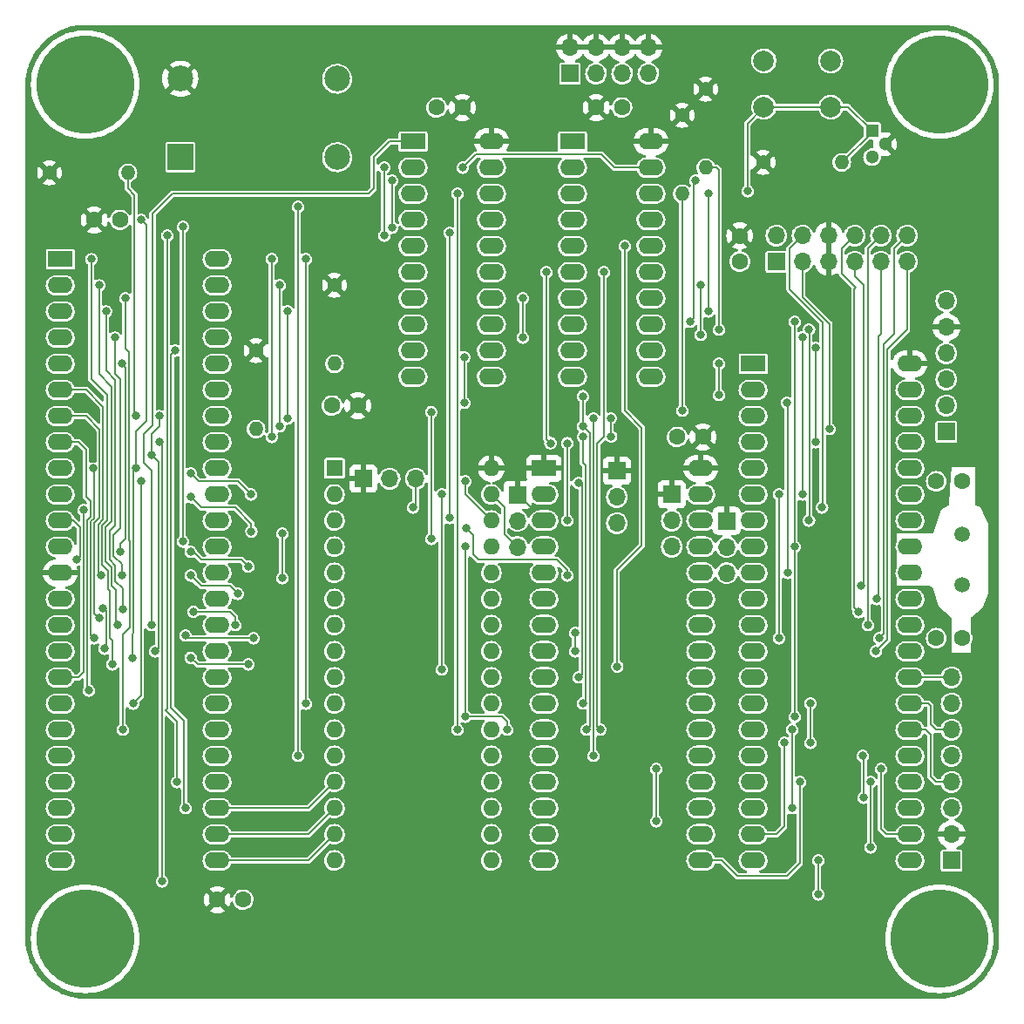
<source format=gtl>
G04 #@! TF.GenerationSoftware,KiCad,Pcbnew,(6.0.1)*
G04 #@! TF.CreationDate,2022-09-17T14:15:00-04:00*
G04 #@! TF.ProjectId,SIMPLE-68008,53494d50-4c45-42d3-9638-3030382e6b69,1*
G04 #@! TF.SameCoordinates,Original*
G04 #@! TF.FileFunction,Copper,L1,Top*
G04 #@! TF.FilePolarity,Positive*
%FSLAX46Y46*%
G04 Gerber Fmt 4.6, Leading zero omitted, Abs format (unit mm)*
G04 Created by KiCad (PCBNEW (6.0.1)) date 2022-09-17 14:15:00*
%MOMM*%
%LPD*%
G01*
G04 APERTURE LIST*
G04 #@! TA.AperFunction,ComponentPad*
%ADD10R,1.700000X1.700000*%
G04 #@! TD*
G04 #@! TA.AperFunction,ComponentPad*
%ADD11O,1.700000X1.700000*%
G04 #@! TD*
G04 #@! TA.AperFunction,ComponentPad*
%ADD12R,2.400000X1.600000*%
G04 #@! TD*
G04 #@! TA.AperFunction,ComponentPad*
%ADD13O,2.400000X1.600000*%
G04 #@! TD*
G04 #@! TA.AperFunction,ComponentPad*
%ADD14C,1.600000*%
G04 #@! TD*
G04 #@! TA.AperFunction,ComponentPad*
%ADD15C,1.400000*%
G04 #@! TD*
G04 #@! TA.AperFunction,ComponentPad*
%ADD16O,1.400000X1.400000*%
G04 #@! TD*
G04 #@! TA.AperFunction,ComponentPad*
%ADD17R,2.500000X2.500000*%
G04 #@! TD*
G04 #@! TA.AperFunction,ComponentPad*
%ADD18C,2.500000*%
G04 #@! TD*
G04 #@! TA.AperFunction,ComponentPad*
%ADD19C,9.525000*%
G04 #@! TD*
G04 #@! TA.AperFunction,ComponentPad*
%ADD20C,1.500000*%
G04 #@! TD*
G04 #@! TA.AperFunction,ComponentPad*
%ADD21R,1.300000X1.300000*%
G04 #@! TD*
G04 #@! TA.AperFunction,ComponentPad*
%ADD22C,1.300000*%
G04 #@! TD*
G04 #@! TA.AperFunction,ComponentPad*
%ADD23C,2.000000*%
G04 #@! TD*
G04 #@! TA.AperFunction,ComponentPad*
%ADD24R,1.600000X1.600000*%
G04 #@! TD*
G04 #@! TA.AperFunction,ComponentPad*
%ADD25O,1.600000X1.600000*%
G04 #@! TD*
G04 #@! TA.AperFunction,ViaPad*
%ADD26C,0.800000*%
G04 #@! TD*
G04 #@! TA.AperFunction,Conductor*
%ADD27C,0.203200*%
G04 #@! TD*
G04 APERTURE END LIST*
D10*
X162306000Y-67569000D03*
D11*
X162306000Y-65029000D03*
X164846000Y-67569000D03*
X164846000Y-65029000D03*
X167386000Y-67569000D03*
X167386000Y-65029000D03*
X169926000Y-67569000D03*
X169926000Y-65029000D03*
X172466000Y-67569000D03*
X172466000Y-65029000D03*
X175006000Y-67569000D03*
X175006000Y-65029000D03*
D12*
X160040000Y-77475000D03*
D13*
X160040000Y-80015000D03*
X160040000Y-82555000D03*
X160040000Y-85095000D03*
X160040000Y-87635000D03*
X160040000Y-90175000D03*
X160040000Y-92715000D03*
X160040000Y-95255000D03*
X160040000Y-97795000D03*
X160040000Y-100335000D03*
X160040000Y-102875000D03*
X160040000Y-105415000D03*
X160040000Y-107955000D03*
X160040000Y-110495000D03*
X160040000Y-113035000D03*
X160040000Y-115575000D03*
X160040000Y-118115000D03*
X160040000Y-120655000D03*
X160040000Y-123195000D03*
X160040000Y-125735000D03*
X175280000Y-125735000D03*
X175280000Y-123195000D03*
X175280000Y-120655000D03*
X175280000Y-118115000D03*
X175280000Y-115575000D03*
X175280000Y-113035000D03*
X175280000Y-110495000D03*
X175280000Y-107955000D03*
X175280000Y-105415000D03*
X175280000Y-102875000D03*
X175280000Y-100335000D03*
X175280000Y-97795000D03*
X175280000Y-95255000D03*
X175280000Y-92715000D03*
X175280000Y-90175000D03*
X175280000Y-87635000D03*
X175280000Y-85095000D03*
X175280000Y-82555000D03*
X175280000Y-80015000D03*
X175280000Y-77475000D03*
D10*
X146812000Y-87884000D03*
D11*
X146812000Y-90424000D03*
X146812000Y-92964000D03*
D14*
X119146000Y-81534000D03*
X121646000Y-81534000D03*
D15*
X161036000Y-57912000D03*
D16*
X168656000Y-57912000D03*
D17*
X104394000Y-57404000D03*
D18*
X119634000Y-57404000D03*
X119634000Y-49784000D03*
X104394000Y-49784000D03*
D14*
X110490000Y-129540000D03*
X107990000Y-129540000D03*
D19*
X95150000Y-50350000D03*
D14*
X180340000Y-88900000D03*
X177840000Y-88900000D03*
D15*
X111760000Y-76200000D03*
D16*
X111760000Y-83820000D03*
D14*
X129306000Y-52578000D03*
X131806000Y-52578000D03*
D12*
X142504000Y-55885000D03*
D13*
X142504000Y-58425000D03*
X142504000Y-60965000D03*
X142504000Y-63505000D03*
X142504000Y-66045000D03*
X142504000Y-68585000D03*
X142504000Y-71125000D03*
X142504000Y-73665000D03*
X142504000Y-76205000D03*
X142504000Y-78745000D03*
X150124000Y-78745000D03*
X150124000Y-76205000D03*
X150124000Y-73665000D03*
X150124000Y-71125000D03*
X150124000Y-68585000D03*
X150124000Y-66045000D03*
X150124000Y-63505000D03*
X150124000Y-60965000D03*
X150124000Y-58425000D03*
X150124000Y-55885000D03*
D10*
X142250000Y-49281000D03*
D11*
X142250000Y-46741000D03*
X144790000Y-49281000D03*
X144790000Y-46741000D03*
X147330000Y-49281000D03*
X147330000Y-46741000D03*
X149870000Y-49281000D03*
X149870000Y-46741000D03*
D14*
X152674000Y-84582000D03*
X155174000Y-84582000D03*
D12*
X92730000Y-67320000D03*
D13*
X92730000Y-69860000D03*
X92730000Y-72400000D03*
X92730000Y-74940000D03*
X92730000Y-77480000D03*
X92730000Y-80020000D03*
X92730000Y-82560000D03*
X92730000Y-85100000D03*
X92730000Y-87640000D03*
X92730000Y-90180000D03*
X92730000Y-92720000D03*
X92730000Y-95260000D03*
X92730000Y-97800000D03*
X92730000Y-100340000D03*
X92730000Y-102880000D03*
X92730000Y-105420000D03*
X92730000Y-107960000D03*
X92730000Y-110500000D03*
X92730000Y-113040000D03*
X92730000Y-115580000D03*
X92730000Y-118120000D03*
X92730000Y-120660000D03*
X92730000Y-123200000D03*
X92730000Y-125740000D03*
X107970000Y-125740000D03*
X107970000Y-123200000D03*
X107970000Y-120660000D03*
X107970000Y-118120000D03*
X107970000Y-115580000D03*
X107970000Y-113040000D03*
X107970000Y-110500000D03*
X107970000Y-107960000D03*
X107970000Y-105420000D03*
X107970000Y-102880000D03*
X107970000Y-100340000D03*
X107970000Y-97800000D03*
X107970000Y-95260000D03*
X107970000Y-92720000D03*
X107970000Y-90180000D03*
X107970000Y-87640000D03*
X107970000Y-85100000D03*
X107970000Y-82560000D03*
X107970000Y-80020000D03*
X107970000Y-77480000D03*
X107970000Y-74940000D03*
X107970000Y-72400000D03*
X107970000Y-69860000D03*
X107970000Y-67320000D03*
D15*
X91694000Y-58928000D03*
D16*
X99314000Y-58928000D03*
D14*
X180340000Y-104140000D03*
X177840000Y-104140000D03*
X158750000Y-67544000D03*
X158750000Y-65044000D03*
D19*
X95150000Y-133350000D03*
D10*
X122189000Y-88646000D03*
D11*
X124729000Y-88646000D03*
X127269000Y-88646000D03*
D15*
X155448000Y-50800000D03*
D16*
X155448000Y-58420000D03*
D20*
X180340000Y-94070000D03*
X180340000Y-98950000D03*
D10*
X152146000Y-90170000D03*
D11*
X152146000Y-92710000D03*
X152146000Y-95250000D03*
D21*
X171598000Y-54864000D03*
D22*
X172868000Y-56134000D03*
X171598000Y-57404000D03*
D12*
X127010000Y-55885000D03*
D13*
X127010000Y-58425000D03*
X127010000Y-60965000D03*
X127010000Y-63505000D03*
X127010000Y-66045000D03*
X127010000Y-68585000D03*
X127010000Y-71125000D03*
X127010000Y-73665000D03*
X127010000Y-76205000D03*
X127010000Y-78745000D03*
X134630000Y-78745000D03*
X134630000Y-76205000D03*
X134630000Y-73665000D03*
X134630000Y-71125000D03*
X134630000Y-68585000D03*
X134630000Y-66045000D03*
X134630000Y-63505000D03*
X134630000Y-60965000D03*
X134630000Y-58425000D03*
X134630000Y-55885000D03*
D23*
X161088000Y-48042000D03*
X167588000Y-48042000D03*
X161088000Y-52542000D03*
X167588000Y-52542000D03*
D12*
X139720000Y-87630000D03*
D13*
X139720000Y-90170000D03*
X139720000Y-92710000D03*
X139720000Y-95250000D03*
X139720000Y-97790000D03*
X139720000Y-100330000D03*
X139720000Y-102870000D03*
X139720000Y-105410000D03*
X139720000Y-107950000D03*
X139720000Y-110490000D03*
X139720000Y-113030000D03*
X139720000Y-115570000D03*
X139720000Y-118110000D03*
X139720000Y-120650000D03*
X139720000Y-123190000D03*
X139720000Y-125730000D03*
X154960000Y-125730000D03*
X154960000Y-123190000D03*
X154960000Y-120650000D03*
X154960000Y-118110000D03*
X154960000Y-115570000D03*
X154960000Y-113030000D03*
X154960000Y-110490000D03*
X154960000Y-107950000D03*
X154960000Y-105410000D03*
X154960000Y-102870000D03*
X154960000Y-100330000D03*
X154960000Y-97790000D03*
X154960000Y-95250000D03*
X154960000Y-92710000D03*
X154960000Y-90170000D03*
X154960000Y-87630000D03*
D19*
X178150000Y-50350000D03*
D14*
X98532000Y-63500000D03*
X96032000Y-63500000D03*
D10*
X137160000Y-90195000D03*
D11*
X137160000Y-92735000D03*
X137160000Y-95275000D03*
D19*
X178150000Y-133350000D03*
D15*
X119380000Y-69850000D03*
D16*
X119380000Y-77470000D03*
D15*
X153162000Y-53340000D03*
D16*
X153162000Y-60960000D03*
D10*
X178816000Y-84074000D03*
D11*
X178816000Y-81534000D03*
X178816000Y-78994000D03*
X178816000Y-76454000D03*
X178816000Y-73914000D03*
X178816000Y-71374000D03*
D14*
X147300000Y-52578000D03*
X144800000Y-52578000D03*
D10*
X179324000Y-125730000D03*
D11*
X179324000Y-123190000D03*
X179324000Y-120650000D03*
X179324000Y-118110000D03*
X179324000Y-115570000D03*
X179324000Y-113030000D03*
X179324000Y-110490000D03*
X179324000Y-107950000D03*
D10*
X157480000Y-92725000D03*
D11*
X157480000Y-95265000D03*
X157480000Y-97805000D03*
D24*
X119375000Y-87630000D03*
D25*
X119375000Y-90170000D03*
X119375000Y-92710000D03*
X119375000Y-95250000D03*
X119375000Y-97790000D03*
X119375000Y-100330000D03*
X119375000Y-102870000D03*
X119375000Y-105410000D03*
X119375000Y-107950000D03*
X119375000Y-110490000D03*
X119375000Y-113030000D03*
X119375000Y-115570000D03*
X119375000Y-118110000D03*
X119375000Y-120650000D03*
X119375000Y-123190000D03*
X119375000Y-125730000D03*
X134615000Y-125730000D03*
X134615000Y-123190000D03*
X134615000Y-120650000D03*
X134615000Y-118110000D03*
X134615000Y-115570000D03*
X134615000Y-113030000D03*
X134615000Y-110490000D03*
X134615000Y-107950000D03*
X134615000Y-105410000D03*
X134615000Y-102870000D03*
X134615000Y-100330000D03*
X134615000Y-97790000D03*
X134615000Y-95250000D03*
X134615000Y-92710000D03*
X134615000Y-90170000D03*
X134615000Y-87630000D03*
D26*
X95903500Y-87640000D03*
X96012000Y-104140000D03*
X111305575Y-93779575D03*
X105410000Y-90424000D03*
X94342500Y-96520000D03*
X132207000Y-93472000D03*
X141986000Y-98044000D03*
X96882500Y-101200489D03*
X110998000Y-106680000D03*
X129794000Y-90170000D03*
X105410000Y-106026500D03*
X97028000Y-105156000D03*
X129794000Y-107188000D03*
X164592000Y-118110000D03*
X172466000Y-116840000D03*
X114808000Y-72390000D03*
X144526000Y-115570000D03*
X114808000Y-82804000D03*
X144526000Y-82804000D03*
X114046000Y-69850000D03*
X143510000Y-80626500D03*
X143510000Y-83566000D03*
X114046000Y-83566000D03*
X156718000Y-80518000D03*
X143872500Y-113030000D03*
X156718000Y-77470000D03*
X171450000Y-118110000D03*
X171450000Y-124460000D03*
X113284000Y-67310000D03*
X146258095Y-84536095D03*
X113284000Y-84582000D03*
X143517380Y-84536095D03*
X143517380Y-110490000D03*
X146195500Y-82804000D03*
X163068000Y-114300000D03*
X95748000Y-67320000D03*
X143089511Y-89066489D03*
X97790000Y-106680000D03*
X143110500Y-107950000D03*
X103886000Y-76200000D03*
X170796500Y-119634000D03*
X104902000Y-120650000D03*
X170688000Y-115570000D03*
X96510000Y-69860000D03*
X111506000Y-104140000D03*
X98298000Y-102870000D03*
X162560000Y-90170000D03*
X162560000Y-104140000D03*
X142748000Y-103632000D03*
X104902000Y-103886000D03*
X142748000Y-105410000D03*
X150622000Y-121920000D03*
X150622000Y-116840000D03*
X109728000Y-102870000D03*
X97173500Y-72400000D03*
X105664000Y-101562989D03*
X98806000Y-101346000D03*
X105410000Y-98044000D03*
X109982000Y-99822000D03*
X98732111Y-98044000D03*
X98034000Y-74940000D03*
X105410000Y-95758000D03*
X110998000Y-97173500D03*
X98544620Y-95758000D03*
X98697500Y-77480000D03*
X96714871Y-98044000D03*
X96520000Y-102179489D03*
X95504000Y-109220000D03*
X101600000Y-102870000D03*
X155702000Y-60960000D03*
X159512000Y-60706000D03*
X155702000Y-72390000D03*
X100584000Y-63500000D03*
X105410000Y-88138000D03*
X100076000Y-87630000D03*
X99713511Y-106026489D03*
X111252000Y-90170000D03*
X94996000Y-91694000D03*
X130556000Y-64770000D03*
X130556000Y-92456000D03*
X127000000Y-91440000D03*
X99812000Y-110500000D03*
X141986000Y-85189595D03*
X140362405Y-85189595D03*
X139954000Y-68580000D03*
X100584000Y-88900000D03*
X141986000Y-92710000D03*
X166370000Y-129032000D03*
X166370000Y-125730000D03*
X102616000Y-127762000D03*
X102362000Y-85090000D03*
X153924000Y-73406000D03*
X164079000Y-95255000D03*
X154432000Y-59690000D03*
X132080000Y-111760000D03*
X164084000Y-111760000D03*
X132080000Y-95250000D03*
X164084000Y-73406000D03*
X136144000Y-113030000D03*
X147574000Y-66040000D03*
X146849520Y-106896480D03*
X98806000Y-113030000D03*
X99060000Y-71120000D03*
X103124000Y-65024000D03*
X124206000Y-58420000D03*
X104102989Y-118110000D03*
X124206000Y-65024000D03*
X115824000Y-62230000D03*
X115824000Y-115570000D03*
X116586000Y-67310000D03*
X116596000Y-110500000D03*
X131318000Y-113030000D03*
X131318000Y-60960000D03*
X145179500Y-113030000D03*
X145542000Y-68580000D03*
X167460022Y-83820000D03*
X170542500Y-99060000D03*
X172085000Y-100330000D03*
X171958000Y-105410000D03*
X166751000Y-91440000D03*
X170307000Y-101600000D03*
X171196000Y-102870000D03*
X172321405Y-104122405D03*
X154940000Y-74676000D03*
X164846000Y-90175000D03*
X154940000Y-69850000D03*
X164846000Y-74930000D03*
X137663000Y-71125000D03*
X166153011Y-75946000D03*
X166153011Y-85090000D03*
X137668000Y-74930000D03*
X163430500Y-97790000D03*
X163322000Y-81280000D03*
X131971500Y-76835000D03*
X131971500Y-81280000D03*
X163830000Y-113030000D03*
X163830000Y-120650000D03*
X165608000Y-114300000D03*
X165608000Y-110490000D03*
X165481000Y-92710000D03*
X104648000Y-94742000D03*
X131826000Y-58420000D03*
X156718000Y-74168000D03*
X124968000Y-64262000D03*
X104648000Y-64158500D03*
X165481000Y-74168000D03*
X124968000Y-59690000D03*
X114300000Y-98298000D03*
X128778000Y-82150500D03*
X114300000Y-93980000D03*
X128778000Y-94488000D03*
X153162000Y-82042000D03*
X101600000Y-86360000D03*
X101962500Y-105410000D03*
X100076000Y-82550000D03*
X102352000Y-82560000D03*
X132080000Y-88900000D03*
D27*
X95706240Y-103834240D02*
X95706240Y-92792998D01*
X96012000Y-92487238D02*
X96004631Y-92479869D01*
X96004631Y-87741131D02*
X95903500Y-87640000D01*
X95706240Y-103834240D02*
X96012000Y-104140000D01*
X96004631Y-92479869D02*
X96004631Y-87741131D01*
X95706240Y-92792998D02*
X96012000Y-92487238D01*
X106426000Y-91440000D02*
X109728000Y-91440000D01*
X109728000Y-91440000D02*
X111305575Y-93017575D01*
X111305575Y-93017575D02*
X111305575Y-93779575D01*
X105410000Y-90424000D02*
X106426000Y-91440000D01*
X94640880Y-96221620D02*
X94640880Y-93370880D01*
X92730000Y-92720000D02*
X93990000Y-92720000D01*
X94342500Y-96520000D02*
X94640880Y-96221620D01*
X93990000Y-92720000D02*
X94640880Y-93370880D01*
X140970000Y-96520000D02*
X141986000Y-97536000D01*
X132842000Y-96012000D02*
X132842000Y-94107000D01*
X141986000Y-97536000D02*
X141986000Y-98044000D01*
X132842000Y-94107000D02*
X132207000Y-93472000D01*
X132842000Y-96012000D02*
X133350000Y-96520000D01*
X133350000Y-96520000D02*
X140970000Y-96520000D01*
X97173511Y-101454489D02*
X97173511Y-105010489D01*
X97173511Y-105010489D02*
X97028000Y-105156000D01*
X106063500Y-106680000D02*
X105410000Y-106026500D01*
X137160000Y-95275000D02*
X135890000Y-94005000D01*
X96764000Y-101044978D02*
X97173511Y-101454489D01*
X129794000Y-90170000D02*
X129794000Y-107188000D01*
X135890000Y-94005000D02*
X135890000Y-91445000D01*
X106063500Y-106680000D02*
X110998000Y-106680000D01*
X135890000Y-91445000D02*
X134615000Y-90170000D01*
X164592000Y-125984000D02*
X164592000Y-118110000D01*
X158496000Y-127254000D02*
X163322000Y-127254000D01*
X163322000Y-127254000D02*
X164592000Y-125984000D01*
X156972000Y-125730000D02*
X158496000Y-127254000D01*
X154960000Y-125730000D02*
X156972000Y-125730000D01*
X172466000Y-116840000D02*
X172466000Y-122682000D01*
X172979000Y-123195000D02*
X172466000Y-122682000D01*
X175280000Y-123195000D02*
X172979000Y-123195000D01*
X114808000Y-82804000D02*
X114808000Y-72390000D01*
X144526000Y-115570000D02*
X144526000Y-82804000D01*
X144170880Y-112731620D02*
X144170880Y-84226880D01*
X156718000Y-77470000D02*
X156718000Y-80518000D01*
X114046000Y-83566000D02*
X114046000Y-69850000D01*
X144170880Y-84226880D02*
X143510000Y-83566000D01*
X143872500Y-113030000D02*
X144170880Y-112731620D01*
X143510000Y-83566000D02*
X143510000Y-80626500D01*
X107970000Y-125740000D02*
X116825000Y-125740000D01*
X171450000Y-124460000D02*
X171450000Y-118110000D01*
X116825000Y-125740000D02*
X119375000Y-123190000D01*
X143764000Y-110243380D02*
X143517380Y-110490000D01*
X113284000Y-84582000D02*
X113284000Y-67310000D01*
X143764000Y-87376000D02*
X143510000Y-87122000D01*
X146195500Y-84473500D02*
X146258095Y-84536095D01*
X143510000Y-87122000D02*
X143510000Y-86367380D01*
X143764000Y-110243380D02*
X143764000Y-87376000D01*
X146195500Y-82804000D02*
X146195500Y-84473500D01*
X143517380Y-84536095D02*
X143517380Y-86360000D01*
X143510000Y-86367380D02*
X143517380Y-86360000D01*
X162301000Y-123195000D02*
X163068000Y-122428000D01*
X160040000Y-123195000D02*
X162301000Y-123195000D01*
X163068000Y-114300000D02*
X163068000Y-122428000D01*
X95748000Y-78984000D02*
X95748000Y-67320000D01*
X97790000Y-106680000D02*
X97790000Y-104394000D01*
X143408880Y-107651620D02*
X143110500Y-107950000D01*
X96774000Y-93231886D02*
X97282000Y-92723886D01*
X143321369Y-89066489D02*
X143089511Y-89066489D01*
X97536000Y-99568000D02*
X97368371Y-99400371D01*
X97282000Y-92723886D02*
X97282000Y-80518000D01*
X97536000Y-104140000D02*
X97536000Y-99568000D01*
X97368371Y-97622371D02*
X96774000Y-97028000D01*
X96774000Y-97028000D02*
X96774000Y-93231886D01*
X97282000Y-80518000D02*
X95748000Y-78984000D01*
X143408880Y-89154000D02*
X143321369Y-89066489D01*
X143408880Y-107651620D02*
X143408880Y-89154000D01*
X97790000Y-104394000D02*
X97536000Y-104140000D01*
X97368371Y-99400371D02*
X97368371Y-97622371D01*
X107970000Y-120660000D02*
X116825000Y-120660000D01*
X104756489Y-112122489D02*
X103479120Y-110845120D01*
X170796500Y-119634000D02*
X170796500Y-115678500D01*
X116825000Y-120660000D02*
X119375000Y-118110000D01*
X103479120Y-110845120D02*
X103479120Y-76606880D01*
X104902000Y-120650000D02*
X104756489Y-120504489D01*
X170796500Y-115678500D02*
X170688000Y-115570000D01*
X104756489Y-120504489D02*
X104756489Y-112122489D01*
X103479120Y-76606880D02*
X103886000Y-76200000D01*
X97129120Y-93378982D02*
X97723491Y-92784611D01*
X162560000Y-104140000D02*
X162560000Y-90170000D01*
X142748000Y-105410000D02*
X142748000Y-103632000D01*
X97723491Y-79689491D02*
X96520000Y-78486000D01*
X111252000Y-104140000D02*
X105156000Y-104140000D01*
X105156000Y-104140000D02*
X104902000Y-103886000D01*
X97723491Y-97267251D02*
X97129120Y-96672880D01*
X96520000Y-69870000D02*
X96510000Y-69860000D01*
X96520000Y-78486000D02*
X96520000Y-69870000D01*
X98152489Y-99422489D02*
X97723491Y-98993491D01*
X97723491Y-98993491D02*
X97723491Y-97267251D01*
X97723491Y-92784611D02*
X97723491Y-79689491D01*
X97129120Y-96672880D02*
X97129120Y-93378982D01*
X98152489Y-102724489D02*
X98152489Y-99422489D01*
X116825000Y-123200000D02*
X119375000Y-120650000D01*
X107970000Y-123200000D02*
X116825000Y-123200000D01*
X150622000Y-121920000D02*
X150622000Y-116840000D01*
X98078611Y-93183389D02*
X97536000Y-93726000D01*
X109728000Y-102108000D02*
X109220000Y-101600000D01*
X97173500Y-72400000D02*
X97173500Y-78123500D01*
X105701011Y-101600000D02*
X105664000Y-101562989D01*
X98078611Y-98586611D02*
X98078611Y-97062611D01*
X97173500Y-78123500D02*
X98078611Y-79028611D01*
X98078611Y-98586611D02*
X98806000Y-99314000D01*
X98078611Y-79028611D02*
X98078611Y-93183389D01*
X98078611Y-97062611D02*
X97536000Y-96520000D01*
X98806000Y-99314000D02*
X98806000Y-101346000D01*
X109728000Y-102870000D02*
X109728000Y-102108000D01*
X97536000Y-93726000D02*
X97536000Y-96520000D01*
X105701011Y-101600000D02*
X109220000Y-101600000D01*
X105410000Y-98044000D02*
X106426000Y-99060000D01*
X98732111Y-98044000D02*
X98732111Y-96954111D01*
X98732111Y-96954111D02*
X97891120Y-96113120D01*
X97891120Y-94132880D02*
X97891120Y-96113120D01*
X98034000Y-77206000D02*
X98044000Y-77216000D01*
X98044000Y-78486000D02*
X98552000Y-78994000D01*
X98552000Y-78994000D02*
X98552000Y-93472000D01*
X98552000Y-93472000D02*
X97891120Y-94132880D01*
X98044000Y-77216000D02*
X98044000Y-78486000D01*
X98034000Y-74940000D02*
X98034000Y-77206000D01*
X109220000Y-99060000D02*
X106426000Y-99060000D01*
X109982000Y-99822000D02*
X109220000Y-99060000D01*
X105664000Y-95758000D02*
X105410000Y-95758000D01*
X106426000Y-96520000D02*
X105664000Y-95758000D01*
X99060000Y-77842500D02*
X98697500Y-77480000D01*
X99060000Y-94488000D02*
X99060000Y-77842500D01*
X99060000Y-94488000D02*
X98544620Y-95003380D01*
X98544620Y-95003380D02*
X98544620Y-95758000D01*
X110344500Y-96520000D02*
X110998000Y-97173500D01*
X106426000Y-96520000D02*
X110344500Y-96520000D01*
X96416480Y-93087190D02*
X96912131Y-92591539D01*
X95260000Y-80020000D02*
X92730000Y-80020000D01*
X96912131Y-81672131D02*
X95260000Y-80020000D01*
X96714871Y-98044000D02*
X96416480Y-97745609D01*
X96912131Y-92591539D02*
X96912131Y-81672131D01*
X96416480Y-97745609D02*
X96416480Y-93087190D01*
X92730000Y-82560000D02*
X95260000Y-82560000D01*
X95260000Y-82560000D02*
X96557011Y-83857011D01*
X96557011Y-92444443D02*
X96061360Y-92940094D01*
X96061360Y-92940094D02*
X96061360Y-101720849D01*
X96557011Y-83857011D02*
X96557011Y-92444443D01*
X96520000Y-102179489D02*
X96061360Y-101720849D01*
X95250000Y-90424000D02*
X95250000Y-85852000D01*
X95504000Y-109220000D02*
X95351120Y-109067120D01*
X95351120Y-109067120D02*
X95351120Y-92645902D01*
X95351120Y-92645902D02*
X95649511Y-92347511D01*
X95250000Y-85852000D02*
X94498000Y-85100000D01*
X95649511Y-90823511D02*
X95250000Y-90424000D01*
X94498000Y-85100000D02*
X92730000Y-85100000D01*
X95649511Y-92347511D02*
X95649511Y-90823511D01*
X101698489Y-83467511D02*
X100838000Y-84328000D01*
X123190000Y-57404000D02*
X123190000Y-60452000D01*
X101698489Y-62893511D02*
X101698489Y-83467511D01*
X100838000Y-87122000D02*
X101600000Y-87884000D01*
X101600000Y-87884000D02*
X101600000Y-102870000D01*
X122682000Y-60960000D02*
X103632000Y-60960000D01*
X100838000Y-84328000D02*
X100838000Y-87122000D01*
X127010000Y-55885000D02*
X124709000Y-55885000D01*
X123190000Y-60452000D02*
X122682000Y-60960000D01*
X124709000Y-55885000D02*
X123190000Y-57404000D01*
X103632000Y-60960000D02*
X101698489Y-62893511D01*
X137185000Y-90195000D02*
X138430000Y-91440000D01*
X155702000Y-72390000D02*
X155702000Y-60960000D01*
X168656000Y-57912000D02*
X171598000Y-54970000D01*
X167588000Y-52542000D02*
X169276000Y-52542000D01*
X159512000Y-60706000D02*
X159512000Y-54118000D01*
X159512000Y-54118000D02*
X161088000Y-52542000D01*
X169276000Y-52542000D02*
X171598000Y-54864000D01*
X161088000Y-52542000D02*
X167588000Y-52542000D01*
X111252000Y-90170000D02*
X109982000Y-88900000D01*
X99713511Y-103740489D02*
X99822000Y-103632000D01*
X106172000Y-88900000D02*
X105410000Y-88138000D01*
X99713511Y-106026489D02*
X99713511Y-103740489D01*
X99822000Y-103632000D02*
X99822000Y-87884000D01*
X99822000Y-87884000D02*
X100076000Y-87630000D01*
X100076000Y-87630000D02*
X100076000Y-84074000D01*
X109982000Y-88900000D02*
X106172000Y-88900000D01*
X101092000Y-83058000D02*
X101092000Y-64008000D01*
X101092000Y-64008000D02*
X100584000Y-63500000D01*
X100076000Y-84074000D02*
X101092000Y-83058000D01*
X94478000Y-107960000D02*
X92730000Y-107960000D01*
X127269000Y-91171000D02*
X127000000Y-91440000D01*
X94996000Y-107442000D02*
X94478000Y-107960000D01*
X130556000Y-64770000D02*
X130556000Y-92456000D01*
X127269000Y-88646000D02*
X127269000Y-91171000D01*
X94996000Y-91694000D02*
X94996000Y-107442000D01*
X141986000Y-92710000D02*
X141986000Y-85189595D01*
X139954000Y-84781190D02*
X139954000Y-68580000D01*
X100584000Y-109728000D02*
X99812000Y-110500000D01*
X100584000Y-88900000D02*
X100584000Y-109728000D01*
X140362405Y-85189595D02*
X139954000Y-84781190D01*
X102616000Y-127762000D02*
X102616000Y-85344000D01*
X166370000Y-125730000D02*
X166370000Y-129032000D01*
X102616000Y-85344000D02*
X102362000Y-85090000D01*
X154286489Y-73043511D02*
X153924000Y-73406000D01*
X154432000Y-59690000D02*
X154286489Y-59835511D01*
X164079000Y-95255000D02*
X164079000Y-73411000D01*
X132080000Y-111760000D02*
X135636000Y-111760000D01*
X135636000Y-111760000D02*
X136144000Y-112268000D01*
X164079000Y-95255000D02*
X164084000Y-95260000D01*
X132080000Y-95250000D02*
X132080000Y-111760000D01*
X154286489Y-59835511D02*
X154286489Y-73043511D01*
X164079000Y-73411000D02*
X164084000Y-73406000D01*
X136144000Y-112268000D02*
X136144000Y-113030000D01*
X164084000Y-95260000D02*
X164084000Y-111760000D01*
X146812000Y-97536000D02*
X149206489Y-95141511D01*
X146812000Y-106858960D02*
X146812000Y-97536000D01*
X149206489Y-95141511D02*
X149206489Y-83674489D01*
X147574000Y-82042000D02*
X147574000Y-66040000D01*
X146849520Y-106896480D02*
X146812000Y-106858960D01*
X149206489Y-83674489D02*
X147574000Y-82042000D01*
X99459511Y-94633511D02*
X99459511Y-103121733D01*
X99415120Y-94589120D02*
X99459511Y-94633511D01*
X99060000Y-71120000D02*
X99060000Y-75997760D01*
X99060000Y-75997760D02*
X99415120Y-76352880D01*
X99415120Y-76352880D02*
X99415120Y-94589120D01*
X98806000Y-103775244D02*
X98806000Y-113030000D01*
X99459511Y-103121733D02*
X98806000Y-103775244D01*
X102971120Y-111099120D02*
X103124000Y-110946240D01*
X104102989Y-118110000D02*
X104102989Y-112230989D01*
X124206000Y-65024000D02*
X124206000Y-58420000D01*
X103124000Y-110946240D02*
X103124000Y-65024000D01*
X104102989Y-112230989D02*
X102971120Y-111099120D01*
X115824000Y-62230000D02*
X115824000Y-115570000D01*
X116586000Y-67310000D02*
X116586000Y-110490000D01*
X116586000Y-110490000D02*
X116596000Y-110500000D01*
X131318000Y-113030000D02*
X131318000Y-60960000D01*
X145542000Y-68580000D02*
X145542000Y-84582000D01*
X144881120Y-112731620D02*
X144881120Y-85242880D01*
X145179500Y-113030000D02*
X144881120Y-112731620D01*
X144881120Y-85242880D02*
X145542000Y-84582000D01*
X167460022Y-73612807D02*
X167460022Y-83820000D01*
X164846000Y-70998784D02*
X167460022Y-73612807D01*
X164846000Y-67569000D02*
X164846000Y-70998784D01*
X169926000Y-68961000D02*
X170815000Y-69850000D01*
X169926000Y-67569000D02*
X169926000Y-68961000D01*
X170815000Y-98787500D02*
X170542500Y-99060000D01*
X170815000Y-69850000D02*
X170815000Y-98787500D01*
X172212000Y-100203000D02*
X172085000Y-100330000D01*
X172466000Y-67569000D02*
X172466000Y-74549000D01*
X172466000Y-74549000D02*
X172212000Y-74803000D01*
X172212000Y-74803000D02*
X172212000Y-100203000D01*
X175006000Y-67569000D02*
X175006000Y-74168000D01*
X173101000Y-104267000D02*
X171958000Y-105410000D01*
X173101000Y-76073000D02*
X173101000Y-104267000D01*
X173101000Y-76073000D02*
X175006000Y-74168000D01*
X166806522Y-73461522D02*
X166806522Y-91384478D01*
X166806522Y-91384478D02*
X166751000Y-91440000D01*
X163581000Y-66294000D02*
X163576000Y-66299000D01*
X166751000Y-73406000D02*
X166806522Y-73461522D01*
X163576000Y-70231000D02*
X166751000Y-73406000D01*
X164846000Y-65029000D02*
X163581000Y-66294000D01*
X163576000Y-66299000D02*
X163576000Y-70231000D01*
X169888989Y-70268011D02*
X169888989Y-101181989D01*
X168656000Y-66299000D02*
X168656000Y-68707000D01*
X170053000Y-70104000D02*
X169888989Y-70268011D01*
X169926000Y-65029000D02*
X168656000Y-66299000D01*
X168656000Y-68707000D02*
X170053000Y-70104000D01*
X169888989Y-101181989D02*
X170307000Y-101600000D01*
X171196000Y-66299000D02*
X171196000Y-102870000D01*
X172466000Y-65029000D02*
X171196000Y-66299000D01*
X172745880Y-103697930D02*
X172321405Y-104122405D01*
X173736000Y-66299000D02*
X173736000Y-74549000D01*
X173736000Y-74549000D02*
X172745880Y-75539120D01*
X175006000Y-65029000D02*
X173736000Y-66299000D01*
X172745880Y-75539120D02*
X172745880Y-103697930D01*
X154940000Y-74676000D02*
X154940000Y-69850000D01*
X164846000Y-74930000D02*
X164846000Y-90170000D01*
X137663000Y-71125000D02*
X137668000Y-71130000D01*
X166153011Y-85090000D02*
X166153011Y-75946000D01*
X137668000Y-71130000D02*
X137668000Y-74930000D01*
X131971500Y-81280000D02*
X131971500Y-76835000D01*
X163425489Y-81383489D02*
X163322000Y-81280000D01*
X163430500Y-97790000D02*
X163425489Y-97784989D01*
X163425489Y-97784989D02*
X163425489Y-81383489D01*
X163830000Y-120650000D02*
X163830000Y-113030000D01*
X177800000Y-118110000D02*
X177292000Y-117602000D01*
X175280000Y-113035000D02*
X176789000Y-113035000D01*
X179324000Y-118110000D02*
X177800000Y-118110000D01*
X176789000Y-113035000D02*
X177292000Y-113538000D01*
X177292000Y-113538000D02*
X177292000Y-117602000D01*
X165608000Y-110490000D02*
X165608000Y-114300000D01*
X177800000Y-113030000D02*
X179324000Y-113030000D01*
X175280000Y-110495000D02*
X177043000Y-110495000D01*
X177292000Y-110744000D02*
X177292000Y-112522000D01*
X177292000Y-112522000D02*
X177800000Y-113030000D01*
X177043000Y-110495000D02*
X177292000Y-110744000D01*
X175280000Y-107955000D02*
X179319000Y-107955000D01*
X165499511Y-74186511D02*
X165481000Y-74168000D01*
X131826000Y-58420000D02*
X133096000Y-57150000D01*
X124968000Y-59690000D02*
X124968000Y-64262000D01*
X145288000Y-57150000D02*
X146563000Y-58425000D01*
X104648000Y-94742000D02*
X104648000Y-64158500D01*
X155448000Y-58420000D02*
X156464000Y-58420000D01*
X156464000Y-58420000D02*
X156718000Y-58674000D01*
X165499511Y-92691489D02*
X165499511Y-74186511D01*
X146563000Y-58425000D02*
X150124000Y-58425000D01*
X165481000Y-92710000D02*
X165499511Y-92691489D01*
X156718000Y-58674000D02*
X156718000Y-74168000D01*
X133096000Y-57150000D02*
X145288000Y-57150000D01*
X153162000Y-82042000D02*
X153162000Y-60960000D01*
X128778000Y-94488000D02*
X128778000Y-82150500D01*
X114300000Y-98298000D02*
X114300000Y-93980000D01*
X102260880Y-105111620D02*
X102260880Y-87020880D01*
X99314000Y-58928000D02*
X99314000Y-60452000D01*
X101600000Y-86360000D02*
X101600000Y-84328000D01*
X102362000Y-82570000D02*
X102352000Y-82560000D01*
X101600000Y-84328000D02*
X102362000Y-83566000D01*
X99930489Y-82404489D02*
X100076000Y-82550000D01*
X99314000Y-60452000D02*
X99930489Y-61068489D01*
X101962500Y-105410000D02*
X102260880Y-105111620D01*
X102260880Y-87020880D02*
X101600000Y-86360000D01*
X102362000Y-83566000D02*
X102362000Y-82570000D01*
X99930489Y-61068489D02*
X99930489Y-82404489D01*
X132080000Y-90175000D02*
X132080000Y-88900000D01*
X134615000Y-92710000D02*
X132080000Y-90175000D01*
G04 #@! TA.AperFunction,Conductor*
G36*
X178130552Y-44555237D02*
G01*
X178135808Y-44555246D01*
X178149636Y-44558426D01*
X178163476Y-44555294D01*
X178177664Y-44555319D01*
X178177664Y-44555373D01*
X178185941Y-44554612D01*
X178324710Y-44560065D01*
X178599862Y-44570876D01*
X178609724Y-44571652D01*
X179051907Y-44623987D01*
X179061679Y-44625535D01*
X179284288Y-44669814D01*
X179498393Y-44712403D01*
X179507994Y-44714708D01*
X179795412Y-44795768D01*
X179936540Y-44835570D01*
X179945949Y-44838627D01*
X180363696Y-44992742D01*
X180372833Y-44996527D01*
X180777202Y-45182943D01*
X180786007Y-45187430D01*
X181174504Y-45404999D01*
X181182940Y-45410168D01*
X181553164Y-45657543D01*
X181561152Y-45663347D01*
X181659927Y-45741215D01*
X181910831Y-45939012D01*
X181918354Y-45945437D01*
X182055944Y-46072623D01*
X182245333Y-46247693D01*
X182252307Y-46254667D01*
X182418467Y-46434418D01*
X182554563Y-46581646D01*
X182560988Y-46589169D01*
X182836647Y-46938840D01*
X182842457Y-46946836D01*
X183015672Y-47206071D01*
X183089832Y-47317060D01*
X183095001Y-47325496D01*
X183312570Y-47713993D01*
X183317057Y-47722798D01*
X183482711Y-48082130D01*
X183503472Y-48127164D01*
X183507258Y-48136304D01*
X183661373Y-48554051D01*
X183664430Y-48563460D01*
X183696761Y-48678097D01*
X183785292Y-48992006D01*
X183787597Y-49001607D01*
X183808037Y-49104364D01*
X183874465Y-49438321D01*
X183876013Y-49448093D01*
X183928348Y-49890276D01*
X183929124Y-49900138D01*
X183945365Y-50313482D01*
X183944603Y-50321620D01*
X183944779Y-50321620D01*
X183944754Y-50335805D01*
X183941574Y-50349636D01*
X183944706Y-50363477D01*
X183944698Y-50367994D01*
X183946800Y-50386809D01*
X183946800Y-133312609D01*
X183944763Y-133330552D01*
X183944754Y-133335808D01*
X183941574Y-133349636D01*
X183944706Y-133363476D01*
X183944681Y-133377664D01*
X183944627Y-133377664D01*
X183945388Y-133385943D01*
X183929124Y-133799862D01*
X183928348Y-133809724D01*
X183876013Y-134251907D01*
X183874465Y-134261679D01*
X183787599Y-134698386D01*
X183785292Y-134707994D01*
X183782424Y-134718165D01*
X183664430Y-135136540D01*
X183661373Y-135145949D01*
X183507258Y-135563696D01*
X183503472Y-135572836D01*
X183317062Y-135977192D01*
X183312570Y-135986007D01*
X183095001Y-136374504D01*
X183089832Y-136382940D01*
X182848993Y-136743382D01*
X182842462Y-136753156D01*
X182836647Y-136761160D01*
X182560988Y-137110831D01*
X182554563Y-137118354D01*
X182418467Y-137265582D01*
X182252307Y-137445333D01*
X182245333Y-137452307D01*
X182115634Y-137572200D01*
X181918354Y-137754563D01*
X181910831Y-137760988D01*
X181733925Y-137900450D01*
X181561152Y-138036653D01*
X181553164Y-138042457D01*
X181312518Y-138203251D01*
X181182940Y-138289832D01*
X181174504Y-138295001D01*
X180786007Y-138512570D01*
X180777202Y-138517057D01*
X180372836Y-138703472D01*
X180363696Y-138707258D01*
X179945949Y-138861373D01*
X179936540Y-138864430D01*
X179795412Y-138904232D01*
X179507994Y-138985292D01*
X179498393Y-138987597D01*
X179284288Y-139030186D01*
X179061679Y-139074465D01*
X179051907Y-139076013D01*
X178609724Y-139128348D01*
X178599862Y-139129124D01*
X178186518Y-139145365D01*
X178178380Y-139144603D01*
X178178380Y-139144779D01*
X178164195Y-139144754D01*
X178150364Y-139141574D01*
X178136523Y-139144706D01*
X178132006Y-139144698D01*
X178113191Y-139146800D01*
X95187391Y-139146800D01*
X95169448Y-139144763D01*
X95164192Y-139144754D01*
X95150364Y-139141574D01*
X95136524Y-139144706D01*
X95122336Y-139144681D01*
X95122336Y-139144627D01*
X95114059Y-139145388D01*
X94975290Y-139139935D01*
X94700138Y-139129124D01*
X94690276Y-139128348D01*
X94248093Y-139076013D01*
X94238321Y-139074465D01*
X94015712Y-139030186D01*
X93801607Y-138987597D01*
X93792006Y-138985292D01*
X93504588Y-138904232D01*
X93363460Y-138864430D01*
X93354051Y-138861373D01*
X92936304Y-138707258D01*
X92927164Y-138703472D01*
X92522798Y-138517057D01*
X92513993Y-138512570D01*
X92125496Y-138295001D01*
X92117060Y-138289832D01*
X91987482Y-138203251D01*
X91746836Y-138042457D01*
X91738848Y-138036653D01*
X91566075Y-137900450D01*
X91389169Y-137760988D01*
X91381646Y-137754563D01*
X91184366Y-137572200D01*
X91054667Y-137452307D01*
X91047693Y-137445333D01*
X90881533Y-137265582D01*
X90745437Y-137118354D01*
X90739012Y-137110831D01*
X90463353Y-136761160D01*
X90457538Y-136753156D01*
X90451008Y-136743382D01*
X90210168Y-136382940D01*
X90204999Y-136374504D01*
X89987430Y-135986007D01*
X89982938Y-135977192D01*
X89796528Y-135572836D01*
X89792742Y-135563696D01*
X89638627Y-135145949D01*
X89635570Y-135136540D01*
X89517576Y-134718165D01*
X89514708Y-134707994D01*
X89512401Y-134698386D01*
X89425535Y-134261679D01*
X89423987Y-134251907D01*
X89371652Y-133809724D01*
X89370876Y-133799862D01*
X89354635Y-133386518D01*
X89355397Y-133378380D01*
X89355221Y-133378380D01*
X89355246Y-133364195D01*
X89358426Y-133350364D01*
X89358344Y-133350000D01*
X89873978Y-133350000D01*
X89874098Y-133352748D01*
X89893836Y-133804812D01*
X89894055Y-133809836D01*
X89894416Y-133812575D01*
X89952902Y-134256819D01*
X89954133Y-134266172D01*
X90053754Y-134715535D01*
X90192161Y-135154506D01*
X90368300Y-135579743D01*
X90580831Y-135988011D01*
X90828136Y-136376202D01*
X91108333Y-136741362D01*
X91419289Y-137080711D01*
X91758638Y-137391667D01*
X91760800Y-137393326D01*
X91760806Y-137393331D01*
X91833300Y-137448957D01*
X92123798Y-137671864D01*
X92511989Y-137919169D01*
X92920257Y-138131700D01*
X93345494Y-138307839D01*
X93348114Y-138308665D01*
X93348122Y-138308668D01*
X93781835Y-138445417D01*
X93781840Y-138445418D01*
X93784465Y-138446246D01*
X94233828Y-138545867D01*
X94236548Y-138546225D01*
X94236553Y-138546226D01*
X94407423Y-138568721D01*
X94690164Y-138605945D01*
X94692913Y-138606065D01*
X94692924Y-138606066D01*
X95147252Y-138625902D01*
X95150000Y-138626022D01*
X95152748Y-138625902D01*
X95607076Y-138606066D01*
X95607087Y-138606065D01*
X95609836Y-138605945D01*
X95892577Y-138568721D01*
X96063447Y-138546226D01*
X96063452Y-138546225D01*
X96066172Y-138545867D01*
X96515535Y-138446246D01*
X96518160Y-138445418D01*
X96518165Y-138445417D01*
X96951878Y-138308668D01*
X96951886Y-138308665D01*
X96954506Y-138307839D01*
X97379743Y-138131700D01*
X97788011Y-137919169D01*
X98176202Y-137671864D01*
X98466700Y-137448957D01*
X98539194Y-137393331D01*
X98539200Y-137393326D01*
X98541362Y-137391667D01*
X98880711Y-137080711D01*
X99191667Y-136741362D01*
X99471864Y-136376202D01*
X99719169Y-135988011D01*
X99931700Y-135579743D01*
X100107839Y-135154506D01*
X100246246Y-134715535D01*
X100345867Y-134266172D01*
X100347099Y-134256819D01*
X100405584Y-133812575D01*
X100405945Y-133809836D01*
X100406165Y-133804812D01*
X100425902Y-133352748D01*
X100426022Y-133350000D01*
X172873978Y-133350000D01*
X172874098Y-133352748D01*
X172893836Y-133804812D01*
X172894055Y-133809836D01*
X172894416Y-133812575D01*
X172952902Y-134256819D01*
X172954133Y-134266172D01*
X173053754Y-134715535D01*
X173192161Y-135154506D01*
X173368300Y-135579743D01*
X173580831Y-135988011D01*
X173828136Y-136376202D01*
X174108333Y-136741362D01*
X174419289Y-137080711D01*
X174758638Y-137391667D01*
X174760800Y-137393326D01*
X174760806Y-137393331D01*
X174833300Y-137448957D01*
X175123798Y-137671864D01*
X175511989Y-137919169D01*
X175920257Y-138131700D01*
X176345494Y-138307839D01*
X176348114Y-138308665D01*
X176348122Y-138308668D01*
X176781835Y-138445417D01*
X176781840Y-138445418D01*
X176784465Y-138446246D01*
X177233828Y-138545867D01*
X177236548Y-138546225D01*
X177236553Y-138546226D01*
X177407423Y-138568721D01*
X177690164Y-138605945D01*
X177692913Y-138606065D01*
X177692924Y-138606066D01*
X178147252Y-138625902D01*
X178150000Y-138626022D01*
X178152748Y-138625902D01*
X178607076Y-138606066D01*
X178607087Y-138606065D01*
X178609836Y-138605945D01*
X178892577Y-138568721D01*
X179063447Y-138546226D01*
X179063452Y-138546225D01*
X179066172Y-138545867D01*
X179515535Y-138446246D01*
X179518160Y-138445418D01*
X179518165Y-138445417D01*
X179951878Y-138308668D01*
X179951886Y-138308665D01*
X179954506Y-138307839D01*
X180379743Y-138131700D01*
X180788011Y-137919169D01*
X181176202Y-137671864D01*
X181466700Y-137448957D01*
X181539194Y-137393331D01*
X181539200Y-137393326D01*
X181541362Y-137391667D01*
X181880711Y-137080711D01*
X182191667Y-136741362D01*
X182471864Y-136376202D01*
X182719169Y-135988011D01*
X182931700Y-135579743D01*
X183107839Y-135154506D01*
X183246246Y-134715535D01*
X183345867Y-134266172D01*
X183347099Y-134256819D01*
X183405584Y-133812575D01*
X183405945Y-133809836D01*
X183406165Y-133804812D01*
X183425902Y-133352748D01*
X183426022Y-133350000D01*
X183405945Y-132890164D01*
X183345867Y-132433828D01*
X183246246Y-131984465D01*
X183107839Y-131545494D01*
X182931700Y-131120257D01*
X182719169Y-130711989D01*
X182471864Y-130323798D01*
X182191667Y-129958638D01*
X181880711Y-129619289D01*
X181541362Y-129308333D01*
X181539200Y-129306674D01*
X181539194Y-129306669D01*
X181362660Y-129171210D01*
X181176202Y-129028136D01*
X180788011Y-128780831D01*
X180379743Y-128568300D01*
X179954506Y-128392161D01*
X179951886Y-128391335D01*
X179951878Y-128391332D01*
X179518165Y-128254583D01*
X179518160Y-128254582D01*
X179515535Y-128253754D01*
X179066172Y-128154133D01*
X179063452Y-128153775D01*
X179063447Y-128153774D01*
X178892577Y-128131279D01*
X178609836Y-128094055D01*
X178607087Y-128093935D01*
X178607076Y-128093934D01*
X178152748Y-128074098D01*
X178150000Y-128073978D01*
X178147252Y-128074098D01*
X177692924Y-128093934D01*
X177692913Y-128093935D01*
X177690164Y-128094055D01*
X177407423Y-128131279D01*
X177236553Y-128153774D01*
X177236548Y-128153775D01*
X177233828Y-128154133D01*
X176784465Y-128253754D01*
X176781840Y-128254582D01*
X176781835Y-128254583D01*
X176348122Y-128391332D01*
X176348114Y-128391335D01*
X176345494Y-128392161D01*
X175920257Y-128568300D01*
X175511989Y-128780831D01*
X175123798Y-129028136D01*
X174937340Y-129171210D01*
X174760806Y-129306669D01*
X174760800Y-129306674D01*
X174758638Y-129308333D01*
X174419289Y-129619289D01*
X174108333Y-129958638D01*
X173828136Y-130323798D01*
X173580831Y-130711989D01*
X173368300Y-131120257D01*
X173192161Y-131545494D01*
X173053754Y-131984465D01*
X172954133Y-132433828D01*
X172894055Y-132890164D01*
X172873978Y-133350000D01*
X100426022Y-133350000D01*
X100405945Y-132890164D01*
X100345867Y-132433828D01*
X100246246Y-131984465D01*
X100107839Y-131545494D01*
X99931700Y-131120257D01*
X99719169Y-130711989D01*
X99664427Y-130626062D01*
X107268493Y-130626062D01*
X107277789Y-130638077D01*
X107328994Y-130673931D01*
X107338489Y-130679414D01*
X107535947Y-130771490D01*
X107546239Y-130775236D01*
X107756688Y-130831625D01*
X107767481Y-130833528D01*
X107984525Y-130852517D01*
X107995475Y-130852517D01*
X108212519Y-130833528D01*
X108223312Y-130831625D01*
X108433761Y-130775236D01*
X108444053Y-130771490D01*
X108641511Y-130679414D01*
X108651006Y-130673931D01*
X108703048Y-130637491D01*
X108711424Y-130627012D01*
X108704356Y-130613566D01*
X108002812Y-129912022D01*
X107988868Y-129904408D01*
X107987035Y-129904539D01*
X107980420Y-129908790D01*
X107274923Y-130614287D01*
X107268493Y-130626062D01*
X99664427Y-130626062D01*
X99471864Y-130323798D01*
X99191667Y-129958638D01*
X98880711Y-129619289D01*
X98800157Y-129545475D01*
X106677483Y-129545475D01*
X106696472Y-129762519D01*
X106698375Y-129773312D01*
X106754764Y-129983761D01*
X106758510Y-129994053D01*
X106850586Y-130191511D01*
X106856069Y-130201006D01*
X106892509Y-130253048D01*
X106902988Y-130261424D01*
X106916434Y-130254356D01*
X107617978Y-129552812D01*
X107624356Y-129541132D01*
X108354408Y-129541132D01*
X108354539Y-129542965D01*
X108358790Y-129549580D01*
X109064287Y-130255077D01*
X109076062Y-130261507D01*
X109088077Y-130252211D01*
X109123931Y-130201006D01*
X109129414Y-130191511D01*
X109221490Y-129994053D01*
X109225236Y-129983761D01*
X109275659Y-129795578D01*
X109312611Y-129734955D01*
X109376471Y-129703934D01*
X109446966Y-129712362D01*
X109501713Y-129757565D01*
X109518485Y-129793459D01*
X109550337Y-129904539D01*
X109552268Y-129911274D01*
X109555087Y-129916759D01*
X109639424Y-130080861D01*
X109639427Y-130080866D01*
X109642242Y-130086343D01*
X109764506Y-130240602D01*
X109914403Y-130368175D01*
X110086226Y-130464203D01*
X110092085Y-130466107D01*
X110092088Y-130466108D01*
X110152201Y-130485640D01*
X110273427Y-130525029D01*
X110279537Y-130525758D01*
X110279539Y-130525758D01*
X110346203Y-130533707D01*
X110468878Y-130548335D01*
X110475013Y-130547863D01*
X110475015Y-130547863D01*
X110658992Y-130533707D01*
X110658996Y-130533706D01*
X110665134Y-130533234D01*
X110854719Y-130480301D01*
X111030411Y-130391552D01*
X111060333Y-130368175D01*
X111180659Y-130274166D01*
X111180660Y-130274165D01*
X111185520Y-130270368D01*
X111314136Y-130121364D01*
X111317180Y-130116006D01*
X111408316Y-129955580D01*
X111408318Y-129955575D01*
X111411362Y-129950217D01*
X111473493Y-129763444D01*
X111491993Y-129617001D01*
X111497721Y-129571664D01*
X111497722Y-129571655D01*
X111498163Y-129568161D01*
X111498556Y-129540000D01*
X111479348Y-129344104D01*
X111477039Y-129336454D01*
X111428471Y-129175592D01*
X111422456Y-129155669D01*
X111356700Y-129032000D01*
X165761091Y-129032000D01*
X165781839Y-129189597D01*
X165842669Y-129336454D01*
X165939436Y-129462564D01*
X166065545Y-129559331D01*
X166095320Y-129571664D01*
X166204773Y-129617001D01*
X166204776Y-129617002D01*
X166212403Y-129620161D01*
X166370000Y-129640909D01*
X166378188Y-129639831D01*
X166519409Y-129621239D01*
X166527597Y-129620161D01*
X166535224Y-129617002D01*
X166535227Y-129617001D01*
X166644680Y-129571664D01*
X166674455Y-129559331D01*
X166800564Y-129462564D01*
X166897331Y-129336454D01*
X166958161Y-129189597D01*
X166978909Y-129032000D01*
X166958161Y-128874403D01*
X166937965Y-128825644D01*
X166919402Y-128780831D01*
X166897331Y-128727546D01*
X166809575Y-128613179D01*
X166805591Y-128607987D01*
X166805590Y-128607986D01*
X166800564Y-128601436D01*
X166724594Y-128543142D01*
X166682728Y-128485805D01*
X166675300Y-128443181D01*
X166675300Y-126318819D01*
X166695302Y-126250698D01*
X166724594Y-126218858D01*
X166800564Y-126160564D01*
X166808699Y-126149963D01*
X166858173Y-126085486D01*
X166897331Y-126034454D01*
X166938517Y-125935023D01*
X166955001Y-125895227D01*
X166955002Y-125895224D01*
X166958161Y-125887597D01*
X166971763Y-125784283D01*
X173872328Y-125784283D01*
X173902820Y-125985897D01*
X173905022Y-125991881D01*
X173905023Y-125991886D01*
X173971024Y-126171272D01*
X173973228Y-126177262D01*
X173976591Y-126182686D01*
X173976592Y-126182688D01*
X173985372Y-126196849D01*
X174080678Y-126350561D01*
X174085064Y-126355199D01*
X174151773Y-126425741D01*
X174220780Y-126498714D01*
X174226010Y-126502376D01*
X174226011Y-126502377D01*
X174233152Y-126507377D01*
X174387810Y-126615670D01*
X174574946Y-126696651D01*
X174586741Y-126699115D01*
X174769808Y-126737360D01*
X174769813Y-126737361D01*
X174774544Y-126738349D01*
X174779439Y-126738606D01*
X174779573Y-126738613D01*
X174779589Y-126738613D01*
X174781241Y-126738700D01*
X175730957Y-126738700D01*
X175833639Y-126728270D01*
X175876514Y-126723915D01*
X175876515Y-126723915D01*
X175882863Y-126723270D01*
X176077439Y-126662294D01*
X176092036Y-126654203D01*
X176156977Y-126618205D01*
X176255779Y-126563438D01*
X176261920Y-126558175D01*
X176321187Y-126507377D01*
X176410600Y-126430741D01*
X176535575Y-126269623D01*
X176625601Y-126086666D01*
X176635867Y-126047256D01*
X176675390Y-125895527D01*
X176675391Y-125895522D01*
X176677000Y-125889344D01*
X176684922Y-125738188D01*
X176687338Y-125692099D01*
X176687338Y-125692094D01*
X176687672Y-125685717D01*
X176657180Y-125484103D01*
X176654978Y-125478119D01*
X176654977Y-125478114D01*
X176588976Y-125298728D01*
X176588975Y-125298727D01*
X176586772Y-125292738D01*
X176479322Y-125119439D01*
X176408264Y-125044298D01*
X176343609Y-124975927D01*
X176343608Y-124975926D01*
X176339220Y-124971286D01*
X176332080Y-124966286D01*
X176259861Y-124915718D01*
X176172190Y-124854330D01*
X175985054Y-124773349D01*
X175905953Y-124756824D01*
X175790192Y-124732640D01*
X175790187Y-124732639D01*
X175785456Y-124731651D01*
X175780561Y-124731394D01*
X175780427Y-124731387D01*
X175780411Y-124731387D01*
X175778759Y-124731300D01*
X174829043Y-124731300D01*
X174778854Y-124736398D01*
X174683486Y-124746085D01*
X174683485Y-124746085D01*
X174677137Y-124746730D01*
X174482561Y-124807706D01*
X174304221Y-124906562D01*
X174149400Y-125039259D01*
X174145493Y-125044296D01*
X174145491Y-125044298D01*
X174141613Y-125049298D01*
X174024425Y-125200377D01*
X173934399Y-125383334D01*
X173932790Y-125389512D01*
X173932789Y-125389514D01*
X173884610Y-125574473D01*
X173884609Y-125574478D01*
X173883000Y-125580656D01*
X173882666Y-125587036D01*
X173872925Y-125772901D01*
X173872328Y-125784283D01*
X166971763Y-125784283D01*
X166978909Y-125730000D01*
X166958161Y-125572403D01*
X166948977Y-125550229D01*
X166925425Y-125493370D01*
X166897331Y-125425546D01*
X166831866Y-125340230D01*
X166805591Y-125305987D01*
X166805590Y-125305986D01*
X166800564Y-125299436D01*
X166674455Y-125202669D01*
X166584950Y-125165595D01*
X166535227Y-125144999D01*
X166535224Y-125144998D01*
X166527597Y-125141839D01*
X166370000Y-125121091D01*
X166212403Y-125141839D01*
X166204776Y-125144998D01*
X166204773Y-125144999D01*
X166155051Y-125165595D01*
X166065546Y-125202669D01*
X166058995Y-125207696D01*
X165961753Y-125282312D01*
X165939436Y-125299436D01*
X165842669Y-125425546D01*
X165814575Y-125493370D01*
X165791024Y-125550229D01*
X165781839Y-125572403D01*
X165761091Y-125730000D01*
X165781839Y-125887597D01*
X165784998Y-125895224D01*
X165784999Y-125895227D01*
X165801483Y-125935023D01*
X165842669Y-126034454D01*
X165881827Y-126085486D01*
X165931302Y-126149963D01*
X165939436Y-126160564D01*
X166015406Y-126218858D01*
X166057272Y-126276195D01*
X166064700Y-126318819D01*
X166064700Y-128443181D01*
X166044698Y-128511302D01*
X166015405Y-128543143D01*
X165939436Y-128601436D01*
X165934413Y-128607982D01*
X165930425Y-128613179D01*
X165842669Y-128727546D01*
X165820598Y-128780831D01*
X165802036Y-128825644D01*
X165781839Y-128874403D01*
X165761091Y-129032000D01*
X111356700Y-129032000D01*
X111330048Y-128981874D01*
X111236174Y-128866773D01*
X111209537Y-128834112D01*
X111209534Y-128834109D01*
X111205642Y-128829337D01*
X111200893Y-128825408D01*
X111058727Y-128707798D01*
X111058723Y-128707796D01*
X111053977Y-128703869D01*
X110880831Y-128610249D01*
X110786815Y-128581147D01*
X110698685Y-128553866D01*
X110698682Y-128553865D01*
X110692798Y-128552044D01*
X110686673Y-128551400D01*
X110686672Y-128551400D01*
X110503169Y-128532113D01*
X110503168Y-128532113D01*
X110497041Y-128531469D01*
X110424275Y-128538091D01*
X110307153Y-128548749D01*
X110307149Y-128548750D01*
X110301015Y-128549308D01*
X110112188Y-128604883D01*
X109937752Y-128696076D01*
X109784350Y-128819414D01*
X109657827Y-128970199D01*
X109563001Y-129142688D01*
X109561140Y-129148555D01*
X109561139Y-129148557D01*
X109516933Y-129287911D01*
X109477269Y-129346795D01*
X109412067Y-129374887D01*
X109342027Y-129363269D01*
X109289388Y-129315629D01*
X109275124Y-129282423D01*
X109225236Y-129096239D01*
X109221490Y-129085947D01*
X109129414Y-128888489D01*
X109123931Y-128878994D01*
X109087491Y-128826952D01*
X109077012Y-128818576D01*
X109063566Y-128825644D01*
X108362022Y-129527188D01*
X108354408Y-129541132D01*
X107624356Y-129541132D01*
X107625592Y-129538868D01*
X107625461Y-129537035D01*
X107621210Y-129530420D01*
X106915713Y-128824923D01*
X106903938Y-128818493D01*
X106891923Y-128827789D01*
X106856069Y-128878994D01*
X106850586Y-128888489D01*
X106758510Y-129085947D01*
X106754764Y-129096239D01*
X106698375Y-129306688D01*
X106696472Y-129317481D01*
X106677483Y-129534525D01*
X106677483Y-129545475D01*
X98800157Y-129545475D01*
X98541362Y-129308333D01*
X98539200Y-129306674D01*
X98539194Y-129306669D01*
X98362660Y-129171210D01*
X98176202Y-129028136D01*
X97788011Y-128780831D01*
X97379743Y-128568300D01*
X97101355Y-128452988D01*
X107268576Y-128452988D01*
X107275644Y-128466434D01*
X107977188Y-129167978D01*
X107991132Y-129175592D01*
X107992965Y-129175461D01*
X107999580Y-129171210D01*
X108705077Y-128465713D01*
X108711507Y-128453938D01*
X108702211Y-128441923D01*
X108651006Y-128406069D01*
X108641511Y-128400586D01*
X108444053Y-128308510D01*
X108433761Y-128304764D01*
X108223312Y-128248375D01*
X108212519Y-128246472D01*
X107995475Y-128227483D01*
X107984525Y-128227483D01*
X107767481Y-128246472D01*
X107756688Y-128248375D01*
X107546239Y-128304764D01*
X107535947Y-128308510D01*
X107338489Y-128400586D01*
X107328994Y-128406069D01*
X107276952Y-128442509D01*
X107268576Y-128452988D01*
X97101355Y-128452988D01*
X96954506Y-128392161D01*
X96951886Y-128391335D01*
X96951878Y-128391332D01*
X96518165Y-128254583D01*
X96518160Y-128254582D01*
X96515535Y-128253754D01*
X96066172Y-128154133D01*
X96063452Y-128153775D01*
X96063447Y-128153774D01*
X95892577Y-128131279D01*
X95609836Y-128094055D01*
X95607087Y-128093935D01*
X95607076Y-128093934D01*
X95152748Y-128074098D01*
X95150000Y-128073978D01*
X95147252Y-128074098D01*
X94692924Y-128093934D01*
X94692913Y-128093935D01*
X94690164Y-128094055D01*
X94407423Y-128131279D01*
X94236553Y-128153774D01*
X94236548Y-128153775D01*
X94233828Y-128154133D01*
X93784465Y-128253754D01*
X93781840Y-128254582D01*
X93781835Y-128254583D01*
X93348122Y-128391332D01*
X93348114Y-128391335D01*
X93345494Y-128392161D01*
X92920257Y-128568300D01*
X92511989Y-128780831D01*
X92123798Y-129028136D01*
X91937340Y-129171210D01*
X91760806Y-129306669D01*
X91760800Y-129306674D01*
X91758638Y-129308333D01*
X91419289Y-129619289D01*
X91108333Y-129958638D01*
X90828136Y-130323798D01*
X90580831Y-130711989D01*
X90368300Y-131120257D01*
X90192161Y-131545494D01*
X90053754Y-131984465D01*
X89954133Y-132433828D01*
X89894055Y-132890164D01*
X89873978Y-133350000D01*
X89358344Y-133350000D01*
X89355294Y-133336523D01*
X89355302Y-133332006D01*
X89353200Y-133313191D01*
X89353200Y-125789283D01*
X91322328Y-125789283D01*
X91352820Y-125990897D01*
X91355022Y-125996881D01*
X91355023Y-125996886D01*
X91419549Y-126172262D01*
X91423228Y-126182262D01*
X91426591Y-126187686D01*
X91426592Y-126187688D01*
X91470747Y-126258902D01*
X91530678Y-126355561D01*
X91535064Y-126360199D01*
X91656935Y-126489073D01*
X91670780Y-126503714D01*
X91837810Y-126620670D01*
X92024946Y-126701651D01*
X92070548Y-126711178D01*
X92219808Y-126742360D01*
X92219813Y-126742361D01*
X92224544Y-126743349D01*
X92229439Y-126743606D01*
X92229573Y-126743613D01*
X92229589Y-126743613D01*
X92231241Y-126743700D01*
X93180957Y-126743700D01*
X93278894Y-126733752D01*
X93326514Y-126728915D01*
X93326515Y-126728915D01*
X93332863Y-126728270D01*
X93527439Y-126667294D01*
X93705779Y-126568438D01*
X93860600Y-126435741D01*
X93864587Y-126430602D01*
X93961232Y-126306006D01*
X93985575Y-126274623D01*
X94075601Y-126091666D01*
X94078513Y-126080486D01*
X94125390Y-125900527D01*
X94125391Y-125900522D01*
X94127000Y-125894344D01*
X94135430Y-125733505D01*
X94137338Y-125697099D01*
X94137338Y-125697094D01*
X94137672Y-125690717D01*
X94107180Y-125489103D01*
X94104978Y-125483119D01*
X94104977Y-125483114D01*
X94038976Y-125303728D01*
X94038975Y-125303726D01*
X94036772Y-125297738D01*
X94027208Y-125282312D01*
X93932686Y-125129865D01*
X93929322Y-125124439D01*
X93820548Y-125009414D01*
X93793609Y-124980927D01*
X93793608Y-124980926D01*
X93789220Y-124976286D01*
X93782080Y-124971286D01*
X93702720Y-124915718D01*
X93622190Y-124859330D01*
X93435054Y-124778349D01*
X93389452Y-124768822D01*
X93240192Y-124737640D01*
X93240187Y-124737639D01*
X93235456Y-124736651D01*
X93230561Y-124736394D01*
X93230427Y-124736387D01*
X93230411Y-124736387D01*
X93228759Y-124736300D01*
X92279043Y-124736300D01*
X92222494Y-124742044D01*
X92133486Y-124751085D01*
X92133485Y-124751085D01*
X92127137Y-124751730D01*
X91932561Y-124812706D01*
X91754221Y-124911562D01*
X91599400Y-125044259D01*
X91595493Y-125049296D01*
X91595491Y-125049298D01*
X91548561Y-125109801D01*
X91474425Y-125205377D01*
X91384399Y-125388334D01*
X91382790Y-125394512D01*
X91382789Y-125394514D01*
X91334610Y-125579473D01*
X91334609Y-125579478D01*
X91333000Y-125585656D01*
X91332666Y-125592036D01*
X91322925Y-125777901D01*
X91322328Y-125789283D01*
X89353200Y-125789283D01*
X89353200Y-123249283D01*
X91322328Y-123249283D01*
X91352820Y-123450897D01*
X91355022Y-123456881D01*
X91355023Y-123456886D01*
X91419185Y-123631274D01*
X91423228Y-123642262D01*
X91426591Y-123647686D01*
X91426592Y-123647688D01*
X91461591Y-123704135D01*
X91530678Y-123815561D01*
X91535064Y-123820199D01*
X91656935Y-123949073D01*
X91670780Y-123963714D01*
X91676010Y-123967376D01*
X91676011Y-123967377D01*
X91681391Y-123971144D01*
X91837810Y-124080670D01*
X92024946Y-124161651D01*
X92070548Y-124171178D01*
X92219808Y-124202360D01*
X92219813Y-124202361D01*
X92224544Y-124203349D01*
X92229439Y-124203606D01*
X92229573Y-124203613D01*
X92229589Y-124203613D01*
X92231241Y-124203700D01*
X93180957Y-124203700D01*
X93253716Y-124196309D01*
X93326514Y-124188915D01*
X93326515Y-124188915D01*
X93332863Y-124188270D01*
X93527439Y-124127294D01*
X93705779Y-124028438D01*
X93860600Y-123895741D01*
X93864587Y-123890602D01*
X93927002Y-123810135D01*
X93985575Y-123734623D01*
X94075601Y-123551666D01*
X94079816Y-123535486D01*
X94125390Y-123360527D01*
X94125391Y-123360522D01*
X94127000Y-123354344D01*
X94135430Y-123193505D01*
X94137338Y-123157099D01*
X94137338Y-123157094D01*
X94137672Y-123150717D01*
X94107180Y-122949103D01*
X94104978Y-122943119D01*
X94104977Y-122943114D01*
X94038976Y-122763728D01*
X94038975Y-122763726D01*
X94036772Y-122757738D01*
X94027208Y-122742312D01*
X93964306Y-122640863D01*
X93929322Y-122584439D01*
X93834447Y-122484112D01*
X93793609Y-122440927D01*
X93793608Y-122440926D01*
X93789220Y-122436286D01*
X93782080Y-122431286D01*
X93702720Y-122375718D01*
X93622190Y-122319330D01*
X93435054Y-122238349D01*
X93389452Y-122228822D01*
X93240192Y-122197640D01*
X93240187Y-122197639D01*
X93235456Y-122196651D01*
X93230561Y-122196394D01*
X93230427Y-122196387D01*
X93230411Y-122196387D01*
X93228759Y-122196300D01*
X92279043Y-122196300D01*
X92222494Y-122202044D01*
X92133486Y-122211085D01*
X92133485Y-122211085D01*
X92127137Y-122211730D01*
X91932561Y-122272706D01*
X91754221Y-122371562D01*
X91599400Y-122504259D01*
X91595493Y-122509296D01*
X91595491Y-122509298D01*
X91559623Y-122555540D01*
X91474425Y-122665377D01*
X91384399Y-122848334D01*
X91382790Y-122854512D01*
X91382789Y-122854514D01*
X91334610Y-123039473D01*
X91334609Y-123039478D01*
X91333000Y-123045656D01*
X91332666Y-123052036D01*
X91322925Y-123237901D01*
X91322328Y-123249283D01*
X89353200Y-123249283D01*
X89353200Y-120709283D01*
X91322328Y-120709283D01*
X91352820Y-120910897D01*
X91355022Y-120916881D01*
X91355023Y-120916886D01*
X91419549Y-121092262D01*
X91423228Y-121102262D01*
X91530678Y-121275561D01*
X91535064Y-121280199D01*
X91656935Y-121409073D01*
X91670780Y-121423714D01*
X91676010Y-121427376D01*
X91676011Y-121427377D01*
X91681391Y-121431144D01*
X91837810Y-121540670D01*
X92024946Y-121621651D01*
X92032246Y-121623176D01*
X92219808Y-121662360D01*
X92219813Y-121662361D01*
X92224544Y-121663349D01*
X92229439Y-121663606D01*
X92229573Y-121663613D01*
X92229589Y-121663613D01*
X92231241Y-121663700D01*
X93180957Y-121663700D01*
X93253716Y-121656309D01*
X93326514Y-121648915D01*
X93326515Y-121648915D01*
X93332863Y-121648270D01*
X93527439Y-121587294D01*
X93705779Y-121488438D01*
X93860600Y-121355741D01*
X93864587Y-121350602D01*
X93938768Y-121254967D01*
X93985575Y-121194623D01*
X94075601Y-121011666D01*
X94079816Y-120995486D01*
X94125390Y-120820527D01*
X94125391Y-120820522D01*
X94127000Y-120814344D01*
X94135430Y-120653505D01*
X94137338Y-120617099D01*
X94137338Y-120617094D01*
X94137672Y-120610717D01*
X94107180Y-120409103D01*
X94104978Y-120403119D01*
X94104977Y-120403114D01*
X94038976Y-120223728D01*
X94038975Y-120223726D01*
X94036772Y-120217738D01*
X94027208Y-120202312D01*
X93948569Y-120075481D01*
X93929322Y-120044439D01*
X93840116Y-119950107D01*
X93793609Y-119900927D01*
X93793608Y-119900926D01*
X93789220Y-119896286D01*
X93782080Y-119891286D01*
X93702720Y-119835718D01*
X93622190Y-119779330D01*
X93435054Y-119698349D01*
X93389452Y-119688822D01*
X93240192Y-119657640D01*
X93240187Y-119657639D01*
X93235456Y-119656651D01*
X93230561Y-119656394D01*
X93230427Y-119656387D01*
X93230411Y-119656387D01*
X93228759Y-119656300D01*
X92279043Y-119656300D01*
X92222494Y-119662044D01*
X92133486Y-119671085D01*
X92133485Y-119671085D01*
X92127137Y-119671730D01*
X91932561Y-119732706D01*
X91754221Y-119831562D01*
X91599400Y-119964259D01*
X91474425Y-120125377D01*
X91384399Y-120308334D01*
X91382790Y-120314512D01*
X91382789Y-120314514D01*
X91334610Y-120499473D01*
X91334609Y-120499478D01*
X91333000Y-120505656D01*
X91332666Y-120512036D01*
X91322925Y-120697901D01*
X91322328Y-120709283D01*
X89353200Y-120709283D01*
X89353200Y-118169283D01*
X91322328Y-118169283D01*
X91352820Y-118370897D01*
X91355022Y-118376881D01*
X91355023Y-118376886D01*
X91419549Y-118552262D01*
X91423228Y-118562262D01*
X91530678Y-118735561D01*
X91535064Y-118740199D01*
X91656935Y-118869073D01*
X91670780Y-118883714D01*
X91837810Y-119000670D01*
X92024946Y-119081651D01*
X92070548Y-119091178D01*
X92219808Y-119122360D01*
X92219813Y-119122361D01*
X92224544Y-119123349D01*
X92229439Y-119123606D01*
X92229573Y-119123613D01*
X92229589Y-119123613D01*
X92231241Y-119123700D01*
X93180957Y-119123700D01*
X93253716Y-119116309D01*
X93326514Y-119108915D01*
X93326515Y-119108915D01*
X93332863Y-119108270D01*
X93527439Y-119047294D01*
X93705779Y-118948438D01*
X93860600Y-118815741D01*
X93864587Y-118810602D01*
X93938768Y-118714967D01*
X93985575Y-118654623D01*
X94075601Y-118471666D01*
X94078513Y-118460486D01*
X94125390Y-118280527D01*
X94125391Y-118280522D01*
X94127000Y-118274344D01*
X94135430Y-118113505D01*
X94137338Y-118077099D01*
X94137338Y-118077094D01*
X94137672Y-118070717D01*
X94107180Y-117869103D01*
X94104978Y-117863119D01*
X94104977Y-117863114D01*
X94038976Y-117683728D01*
X94038975Y-117683727D01*
X94036772Y-117677738D01*
X94027208Y-117662312D01*
X93962107Y-117557316D01*
X93929322Y-117504439D01*
X93817504Y-117386195D01*
X93793609Y-117360927D01*
X93793608Y-117360926D01*
X93789220Y-117356286D01*
X93782080Y-117351286D01*
X93702720Y-117295718D01*
X93622190Y-117239330D01*
X93435054Y-117158349D01*
X93389452Y-117148822D01*
X93240192Y-117117640D01*
X93240187Y-117117639D01*
X93235456Y-117116651D01*
X93230561Y-117116394D01*
X93230427Y-117116387D01*
X93230411Y-117116387D01*
X93228759Y-117116300D01*
X92279043Y-117116300D01*
X92222494Y-117122044D01*
X92133486Y-117131085D01*
X92133485Y-117131085D01*
X92127137Y-117131730D01*
X91932561Y-117192706D01*
X91754221Y-117291562D01*
X91599400Y-117424259D01*
X91595493Y-117429296D01*
X91595491Y-117429298D01*
X91548561Y-117489801D01*
X91474425Y-117585377D01*
X91384399Y-117768334D01*
X91382790Y-117774512D01*
X91382789Y-117774514D01*
X91334610Y-117959473D01*
X91334609Y-117959478D01*
X91333000Y-117965656D01*
X91332666Y-117972036D01*
X91322925Y-118157901D01*
X91322328Y-118169283D01*
X89353200Y-118169283D01*
X89353200Y-115629283D01*
X91322328Y-115629283D01*
X91352820Y-115830897D01*
X91355022Y-115836881D01*
X91355023Y-115836886D01*
X91419549Y-116012262D01*
X91423228Y-116022262D01*
X91530678Y-116195561D01*
X91535064Y-116200199D01*
X91656935Y-116329073D01*
X91670780Y-116343714D01*
X91837810Y-116460670D01*
X92024946Y-116541651D01*
X92032246Y-116543176D01*
X92219808Y-116582360D01*
X92219813Y-116582361D01*
X92224544Y-116583349D01*
X92229439Y-116583606D01*
X92229573Y-116583613D01*
X92229589Y-116583613D01*
X92231241Y-116583700D01*
X93180957Y-116583700D01*
X93253716Y-116576309D01*
X93326514Y-116568915D01*
X93326515Y-116568915D01*
X93332863Y-116568270D01*
X93527439Y-116507294D01*
X93705779Y-116408438D01*
X93860600Y-116275741D01*
X93864587Y-116270602D01*
X93938768Y-116174967D01*
X93985575Y-116114623D01*
X94075601Y-115931666D01*
X94079816Y-115915486D01*
X94125390Y-115740527D01*
X94125391Y-115740522D01*
X94127000Y-115734344D01*
X94135430Y-115573505D01*
X94137338Y-115537099D01*
X94137338Y-115537094D01*
X94137672Y-115530717D01*
X94107180Y-115329103D01*
X94104978Y-115323119D01*
X94104977Y-115323114D01*
X94038976Y-115143728D01*
X94038975Y-115143727D01*
X94036772Y-115137738D01*
X94027208Y-115122312D01*
X93970181Y-115030338D01*
X93929322Y-114964439D01*
X93817504Y-114846195D01*
X93793609Y-114820927D01*
X93793608Y-114820926D01*
X93789220Y-114816286D01*
X93782080Y-114811286D01*
X93702720Y-114755718D01*
X93622190Y-114699330D01*
X93435054Y-114618349D01*
X93389452Y-114608822D01*
X93240192Y-114577640D01*
X93240187Y-114577639D01*
X93235456Y-114576651D01*
X93230561Y-114576394D01*
X93230427Y-114576387D01*
X93230411Y-114576387D01*
X93228759Y-114576300D01*
X92279043Y-114576300D01*
X92222494Y-114582044D01*
X92133486Y-114591085D01*
X92133485Y-114591085D01*
X92127137Y-114591730D01*
X91932561Y-114652706D01*
X91754221Y-114751562D01*
X91599400Y-114884259D01*
X91595493Y-114889296D01*
X91595491Y-114889298D01*
X91548561Y-114949801D01*
X91474425Y-115045377D01*
X91384399Y-115228334D01*
X91382790Y-115234512D01*
X91382789Y-115234514D01*
X91334610Y-115419473D01*
X91334609Y-115419478D01*
X91333000Y-115425656D01*
X91332666Y-115432036D01*
X91322925Y-115617901D01*
X91322328Y-115629283D01*
X89353200Y-115629283D01*
X89353200Y-113089283D01*
X91322328Y-113089283D01*
X91352820Y-113290897D01*
X91355022Y-113296881D01*
X91355023Y-113296886D01*
X91419549Y-113472262D01*
X91423228Y-113482262D01*
X91426591Y-113487686D01*
X91426592Y-113487688D01*
X91443779Y-113515408D01*
X91530678Y-113655561D01*
X91535064Y-113660199D01*
X91656935Y-113789073D01*
X91670780Y-113803714D01*
X91676010Y-113807376D01*
X91676011Y-113807377D01*
X91681391Y-113811144D01*
X91837810Y-113920670D01*
X92024946Y-114001651D01*
X92032246Y-114003176D01*
X92219808Y-114042360D01*
X92219813Y-114042361D01*
X92224544Y-114043349D01*
X92229439Y-114043606D01*
X92229573Y-114043613D01*
X92229589Y-114043613D01*
X92231241Y-114043700D01*
X93180957Y-114043700D01*
X93253716Y-114036309D01*
X93326514Y-114028915D01*
X93326515Y-114028915D01*
X93332863Y-114028270D01*
X93527439Y-113967294D01*
X93705779Y-113868438D01*
X93860600Y-113735741D01*
X93864587Y-113730602D01*
X93944518Y-113627554D01*
X93985575Y-113574623D01*
X94075601Y-113391666D01*
X94079816Y-113375486D01*
X94125390Y-113200527D01*
X94125391Y-113200522D01*
X94127000Y-113194344D01*
X94135430Y-113033505D01*
X94137338Y-112997099D01*
X94137338Y-112997094D01*
X94137672Y-112990717D01*
X94107180Y-112789103D01*
X94104978Y-112783119D01*
X94104977Y-112783114D01*
X94038976Y-112603728D01*
X94038975Y-112603727D01*
X94036772Y-112597738D01*
X94032502Y-112590850D01*
X93968182Y-112487114D01*
X93929322Y-112424439D01*
X93875790Y-112367831D01*
X93793609Y-112280927D01*
X93793608Y-112280926D01*
X93789220Y-112276286D01*
X93782080Y-112271286D01*
X93702720Y-112215718D01*
X93622190Y-112159330D01*
X93435054Y-112078349D01*
X93389452Y-112068822D01*
X93240192Y-112037640D01*
X93240187Y-112037639D01*
X93235456Y-112036651D01*
X93230561Y-112036394D01*
X93230427Y-112036387D01*
X93230411Y-112036387D01*
X93228759Y-112036300D01*
X92279043Y-112036300D01*
X92222494Y-112042044D01*
X92133486Y-112051085D01*
X92133485Y-112051085D01*
X92127137Y-112051730D01*
X91932561Y-112112706D01*
X91926972Y-112115804D01*
X91907010Y-112126869D01*
X91754221Y-112211562D01*
X91599400Y-112344259D01*
X91595493Y-112349296D01*
X91595491Y-112349298D01*
X91579331Y-112370132D01*
X91474425Y-112505377D01*
X91455657Y-112543518D01*
X91403737Y-112649035D01*
X91384399Y-112688334D01*
X91382790Y-112694512D01*
X91382789Y-112694514D01*
X91334610Y-112879473D01*
X91334609Y-112879478D01*
X91333000Y-112885656D01*
X91332666Y-112892036D01*
X91322925Y-113077901D01*
X91322328Y-113089283D01*
X89353200Y-113089283D01*
X89353200Y-110549283D01*
X91322328Y-110549283D01*
X91352820Y-110750897D01*
X91355022Y-110756881D01*
X91355023Y-110756886D01*
X91419549Y-110932262D01*
X91423228Y-110942262D01*
X91530678Y-111115561D01*
X91535064Y-111120199D01*
X91656935Y-111249073D01*
X91670780Y-111263714D01*
X91676010Y-111267376D01*
X91676011Y-111267377D01*
X91681391Y-111271144D01*
X91837810Y-111380670D01*
X92024946Y-111461651D01*
X92032246Y-111463176D01*
X92219808Y-111502360D01*
X92219813Y-111502361D01*
X92224544Y-111503349D01*
X92229439Y-111503606D01*
X92229573Y-111503613D01*
X92229589Y-111503613D01*
X92231241Y-111503700D01*
X93180957Y-111503700D01*
X93253716Y-111496309D01*
X93326514Y-111488915D01*
X93326515Y-111488915D01*
X93332863Y-111488270D01*
X93527439Y-111427294D01*
X93705779Y-111328438D01*
X93860600Y-111195741D01*
X93864587Y-111190602D01*
X93949929Y-111080578D01*
X93985575Y-111034623D01*
X94059077Y-110885247D01*
X94072783Y-110857393D01*
X94075601Y-110851666D01*
X94084272Y-110818379D01*
X94125390Y-110660527D01*
X94125391Y-110660522D01*
X94127000Y-110654344D01*
X94135430Y-110493505D01*
X94137338Y-110457099D01*
X94137338Y-110457094D01*
X94137672Y-110450717D01*
X94107180Y-110249103D01*
X94104978Y-110243119D01*
X94104977Y-110243114D01*
X94038976Y-110063728D01*
X94038975Y-110063727D01*
X94036772Y-110057738D01*
X94027208Y-110042312D01*
X93964306Y-109940863D01*
X93929322Y-109884439D01*
X93889674Y-109842513D01*
X93793609Y-109740927D01*
X93793608Y-109740926D01*
X93789220Y-109736286D01*
X93782080Y-109731286D01*
X93702720Y-109675718D01*
X93622190Y-109619330D01*
X93435054Y-109538349D01*
X93389452Y-109528822D01*
X93240192Y-109497640D01*
X93240187Y-109497639D01*
X93235456Y-109496651D01*
X93230561Y-109496394D01*
X93230427Y-109496387D01*
X93230411Y-109496387D01*
X93228759Y-109496300D01*
X92279043Y-109496300D01*
X92222494Y-109502044D01*
X92133486Y-109511085D01*
X92133485Y-109511085D01*
X92127137Y-109511730D01*
X91932561Y-109572706D01*
X91754221Y-109671562D01*
X91599400Y-109804259D01*
X91595493Y-109809296D01*
X91595491Y-109809298D01*
X91550547Y-109867240D01*
X91474425Y-109965377D01*
X91471610Y-109971098D01*
X91400049Y-110116530D01*
X91384399Y-110148334D01*
X91382790Y-110154512D01*
X91382789Y-110154514D01*
X91334610Y-110339473D01*
X91334609Y-110339478D01*
X91333000Y-110345656D01*
X91328349Y-110434399D01*
X91322925Y-110537901D01*
X91322328Y-110549283D01*
X89353200Y-110549283D01*
X89353200Y-105469283D01*
X91322328Y-105469283D01*
X91352820Y-105670897D01*
X91355022Y-105676881D01*
X91355023Y-105676886D01*
X91419549Y-105852262D01*
X91423228Y-105862262D01*
X91426591Y-105867686D01*
X91426592Y-105867688D01*
X91432422Y-105877091D01*
X91530678Y-106035561D01*
X91535064Y-106040199D01*
X91656935Y-106169073D01*
X91670780Y-106183714D01*
X91676010Y-106187376D01*
X91676011Y-106187377D01*
X91715509Y-106215034D01*
X91837810Y-106300670D01*
X92024946Y-106381651D01*
X92032246Y-106383176D01*
X92219808Y-106422360D01*
X92219813Y-106422361D01*
X92224544Y-106423349D01*
X92229439Y-106423606D01*
X92229573Y-106423613D01*
X92229589Y-106423613D01*
X92231241Y-106423700D01*
X93180957Y-106423700D01*
X93253716Y-106416309D01*
X93326514Y-106408915D01*
X93326515Y-106408915D01*
X93332863Y-106408270D01*
X93527439Y-106347294D01*
X93705779Y-106248438D01*
X93860600Y-106115741D01*
X93864587Y-106110602D01*
X93940676Y-106012507D01*
X93985575Y-105954623D01*
X94075601Y-105771666D01*
X94088529Y-105722035D01*
X94125390Y-105580527D01*
X94125391Y-105580522D01*
X94127000Y-105574344D01*
X94133954Y-105441664D01*
X94137338Y-105377099D01*
X94137338Y-105377094D01*
X94137672Y-105370717D01*
X94107180Y-105169103D01*
X94104978Y-105163119D01*
X94104977Y-105163114D01*
X94038976Y-104983728D01*
X94038975Y-104983727D01*
X94036772Y-104977738D01*
X94027208Y-104962312D01*
X93958733Y-104851874D01*
X93929322Y-104804439D01*
X93817644Y-104686343D01*
X93793609Y-104660927D01*
X93793608Y-104660926D01*
X93789220Y-104656286D01*
X93782080Y-104651286D01*
X93744491Y-104624966D01*
X93622190Y-104539330D01*
X93435054Y-104458349D01*
X93389452Y-104448822D01*
X93240192Y-104417640D01*
X93240187Y-104417639D01*
X93235456Y-104416651D01*
X93230561Y-104416394D01*
X93230427Y-104416387D01*
X93230411Y-104416387D01*
X93228759Y-104416300D01*
X92279043Y-104416300D01*
X92222494Y-104422044D01*
X92133486Y-104431085D01*
X92133485Y-104431085D01*
X92127137Y-104431730D01*
X91932561Y-104492706D01*
X91754221Y-104591562D01*
X91599400Y-104724259D01*
X91595493Y-104729296D01*
X91595491Y-104729298D01*
X91578019Y-104751823D01*
X91474425Y-104885377D01*
X91384399Y-105068334D01*
X91382790Y-105074512D01*
X91382789Y-105074514D01*
X91334610Y-105259473D01*
X91334609Y-105259478D01*
X91333000Y-105265656D01*
X91330088Y-105321227D01*
X91322791Y-105460454D01*
X91322328Y-105469283D01*
X89353200Y-105469283D01*
X89353200Y-102929283D01*
X91322328Y-102929283D01*
X91352820Y-103130897D01*
X91355022Y-103136881D01*
X91355023Y-103136886D01*
X91419549Y-103312262D01*
X91423228Y-103322262D01*
X91530678Y-103495561D01*
X91535064Y-103500199D01*
X91659703Y-103632000D01*
X91670780Y-103643714D01*
X91676010Y-103647376D01*
X91676011Y-103647377D01*
X91681391Y-103651144D01*
X91837810Y-103760670D01*
X92024946Y-103841651D01*
X92032050Y-103843135D01*
X92219808Y-103882360D01*
X92219813Y-103882361D01*
X92224544Y-103883349D01*
X92229439Y-103883606D01*
X92229573Y-103883613D01*
X92229589Y-103883613D01*
X92231241Y-103883700D01*
X93180957Y-103883700D01*
X93253716Y-103876309D01*
X93326514Y-103868915D01*
X93326515Y-103868915D01*
X93332863Y-103868270D01*
X93527439Y-103807294D01*
X93544273Y-103797963D01*
X93559365Y-103789597D01*
X93705779Y-103708438D01*
X93860600Y-103575741D01*
X93864587Y-103570602D01*
X93940676Y-103472507D01*
X93985575Y-103414623D01*
X94075601Y-103231666D01*
X94080417Y-103213179D01*
X94125390Y-103040527D01*
X94125391Y-103040522D01*
X94127000Y-103034344D01*
X94135184Y-102878188D01*
X94137338Y-102837099D01*
X94137338Y-102837094D01*
X94137672Y-102830717D01*
X94107180Y-102629103D01*
X94104978Y-102623119D01*
X94104977Y-102623114D01*
X94038976Y-102443728D01*
X94038975Y-102443727D01*
X94036772Y-102437738D01*
X94027208Y-102422312D01*
X93970181Y-102330338D01*
X93929322Y-102264439D01*
X93841810Y-102171898D01*
X93793609Y-102120927D01*
X93793608Y-102120926D01*
X93789220Y-102116286D01*
X93782080Y-102111286D01*
X93721115Y-102068598D01*
X93622190Y-101999330D01*
X93435054Y-101918349D01*
X93389452Y-101908822D01*
X93240192Y-101877640D01*
X93240187Y-101877639D01*
X93235456Y-101876651D01*
X93230561Y-101876394D01*
X93230427Y-101876387D01*
X93230411Y-101876387D01*
X93228759Y-101876300D01*
X92279043Y-101876300D01*
X92222494Y-101882044D01*
X92133486Y-101891085D01*
X92133485Y-101891085D01*
X92127137Y-101891730D01*
X91932561Y-101952706D01*
X91926972Y-101955804D01*
X91907010Y-101966869D01*
X91754221Y-102051562D01*
X91599400Y-102184259D01*
X91595493Y-102189296D01*
X91595491Y-102189298D01*
X91560461Y-102234459D01*
X91474425Y-102345377D01*
X91384399Y-102528334D01*
X91382790Y-102534512D01*
X91382789Y-102534514D01*
X91334610Y-102719473D01*
X91334609Y-102719478D01*
X91333000Y-102725656D01*
X91332666Y-102732036D01*
X91322925Y-102917901D01*
X91322328Y-102929283D01*
X89353200Y-102929283D01*
X89353200Y-98066522D01*
X91047273Y-98066522D01*
X91094764Y-98243761D01*
X91098510Y-98254053D01*
X91190586Y-98451511D01*
X91196069Y-98461007D01*
X91321028Y-98639467D01*
X91328084Y-98647875D01*
X91482125Y-98801916D01*
X91490533Y-98808972D01*
X91668993Y-98933931D01*
X91678489Y-98939414D01*
X91875947Y-99031490D01*
X91886239Y-99035236D01*
X92096688Y-99091625D01*
X92107480Y-99093528D01*
X92155848Y-99097760D01*
X92221966Y-99123624D01*
X92263605Y-99181127D01*
X92267546Y-99252014D01*
X92232537Y-99313779D01*
X92169692Y-99346811D01*
X92157600Y-99348636D01*
X92146394Y-99349774D01*
X92133486Y-99351085D01*
X92133485Y-99351085D01*
X92127137Y-99351730D01*
X91932561Y-99412706D01*
X91754221Y-99511562D01*
X91599400Y-99644259D01*
X91595493Y-99649296D01*
X91595491Y-99649298D01*
X91564185Y-99689658D01*
X91474425Y-99805377D01*
X91384399Y-99988334D01*
X91382790Y-99994512D01*
X91382789Y-99994514D01*
X91334610Y-100179473D01*
X91334609Y-100179478D01*
X91333000Y-100185656D01*
X91332666Y-100192036D01*
X91322925Y-100377901D01*
X91322328Y-100389283D01*
X91352820Y-100590897D01*
X91355022Y-100596881D01*
X91355023Y-100596886D01*
X91419549Y-100772262D01*
X91423228Y-100782262D01*
X91426591Y-100787686D01*
X91426592Y-100787688D01*
X91469773Y-100857331D01*
X91530678Y-100955561D01*
X91535064Y-100960199D01*
X91659703Y-101092000D01*
X91670780Y-101103714D01*
X91837810Y-101220670D01*
X92024946Y-101301651D01*
X92039359Y-101304662D01*
X92219808Y-101342360D01*
X92219813Y-101342361D01*
X92224544Y-101343349D01*
X92229439Y-101343606D01*
X92229573Y-101343613D01*
X92229589Y-101343613D01*
X92231241Y-101343700D01*
X93180957Y-101343700D01*
X93253716Y-101336309D01*
X93326514Y-101328915D01*
X93326515Y-101328915D01*
X93332863Y-101328270D01*
X93527439Y-101267294D01*
X93705779Y-101168438D01*
X93860600Y-101035741D01*
X93864587Y-101030602D01*
X93940676Y-100932507D01*
X93985575Y-100874623D01*
X94075601Y-100691666D01*
X94092335Y-100627424D01*
X94125390Y-100500527D01*
X94125391Y-100500522D01*
X94127000Y-100494344D01*
X94134322Y-100354637D01*
X94137338Y-100297099D01*
X94137338Y-100297094D01*
X94137672Y-100290717D01*
X94107180Y-100089103D01*
X94104978Y-100083119D01*
X94104977Y-100083114D01*
X94038976Y-99903728D01*
X94038975Y-99903727D01*
X94036772Y-99897738D01*
X94027208Y-99882312D01*
X93932686Y-99729865D01*
X93929322Y-99724439D01*
X93820155Y-99608999D01*
X93793609Y-99580927D01*
X93793608Y-99580926D01*
X93789220Y-99576286D01*
X93782080Y-99571286D01*
X93739543Y-99541502D01*
X93622190Y-99459330D01*
X93435054Y-99378349D01*
X93428803Y-99377043D01*
X93284995Y-99347000D01*
X93222405Y-99313490D01*
X93187867Y-99251461D01*
X93192347Y-99180606D01*
X93234424Y-99123421D01*
X93299781Y-99098142D01*
X93352520Y-99093528D01*
X93363312Y-99091625D01*
X93573761Y-99035236D01*
X93584053Y-99031490D01*
X93781511Y-98939414D01*
X93791007Y-98933931D01*
X93969467Y-98808972D01*
X93977875Y-98801916D01*
X94131916Y-98647875D01*
X94138972Y-98639467D01*
X94263931Y-98461007D01*
X94269414Y-98451511D01*
X94361490Y-98254053D01*
X94365236Y-98243761D01*
X94411394Y-98071497D01*
X94411058Y-98057401D01*
X94403116Y-98054000D01*
X91062033Y-98054000D01*
X91048502Y-98057973D01*
X91047273Y-98066522D01*
X89353200Y-98066522D01*
X89353200Y-97528503D01*
X91048606Y-97528503D01*
X91048942Y-97542599D01*
X91056884Y-97546000D01*
X94397967Y-97546000D01*
X94411498Y-97542027D01*
X94412727Y-97533478D01*
X94365236Y-97356239D01*
X94361488Y-97345942D01*
X94337663Y-97294850D01*
X94327001Y-97224658D01*
X94355980Y-97159845D01*
X94415400Y-97120989D01*
X94435411Y-97116677D01*
X94491909Y-97109239D01*
X94500097Y-97108161D01*
X94516483Y-97101374D01*
X94587071Y-97093785D01*
X94650558Y-97125564D01*
X94686786Y-97186622D01*
X94690700Y-97217783D01*
X94690700Y-107263350D01*
X94670698Y-107331471D01*
X94653795Y-107352445D01*
X94388445Y-107617795D01*
X94326133Y-107651821D01*
X94299350Y-107654700D01*
X94175063Y-107654700D01*
X94106942Y-107634698D01*
X94060449Y-107581042D01*
X94056813Y-107572208D01*
X94047363Y-107546523D01*
X94036772Y-107517738D01*
X94029116Y-107505389D01*
X93937239Y-107357208D01*
X93929322Y-107344439D01*
X93820548Y-107229414D01*
X93793609Y-107200927D01*
X93793608Y-107200926D01*
X93789220Y-107196286D01*
X93782080Y-107191286D01*
X93701173Y-107134635D01*
X93622190Y-107079330D01*
X93435054Y-106998349D01*
X93388618Y-106988648D01*
X93240192Y-106957640D01*
X93240187Y-106957639D01*
X93235456Y-106956651D01*
X93230561Y-106956394D01*
X93230427Y-106956387D01*
X93230411Y-106956387D01*
X93228759Y-106956300D01*
X92279043Y-106956300D01*
X92222494Y-106962044D01*
X92133486Y-106971085D01*
X92133485Y-106971085D01*
X92127137Y-106971730D01*
X91932561Y-107032706D01*
X91754221Y-107131562D01*
X91599400Y-107264259D01*
X91595493Y-107269296D01*
X91595491Y-107269298D01*
X91571968Y-107299624D01*
X91474425Y-107425377D01*
X91384399Y-107608334D01*
X91382790Y-107614512D01*
X91382789Y-107614514D01*
X91334610Y-107799473D01*
X91334609Y-107799478D01*
X91333000Y-107805656D01*
X91332666Y-107812036D01*
X91322925Y-107997901D01*
X91322328Y-108009283D01*
X91352820Y-108210897D01*
X91355022Y-108216881D01*
X91355023Y-108216886D01*
X91419549Y-108392262D01*
X91423228Y-108402262D01*
X91530678Y-108575561D01*
X91535064Y-108580199D01*
X91656935Y-108709073D01*
X91670780Y-108723714D01*
X91837810Y-108840670D01*
X92024946Y-108921651D01*
X92032246Y-108923176D01*
X92219808Y-108962360D01*
X92219813Y-108962361D01*
X92224544Y-108963349D01*
X92229439Y-108963606D01*
X92229573Y-108963613D01*
X92229589Y-108963613D01*
X92231241Y-108963700D01*
X93180957Y-108963700D01*
X93253716Y-108956309D01*
X93326514Y-108948915D01*
X93326515Y-108948915D01*
X93332863Y-108948270D01*
X93527439Y-108887294D01*
X93705779Y-108788438D01*
X93860600Y-108655741D01*
X93864587Y-108650602D01*
X93946108Y-108545504D01*
X93985575Y-108494623D01*
X93988388Y-108488906D01*
X93988395Y-108488895D01*
X94063791Y-108335670D01*
X94111813Y-108283379D01*
X94176845Y-108265300D01*
X94424710Y-108265300D01*
X94427535Y-108265507D01*
X94432628Y-108267256D01*
X94482357Y-108265389D01*
X94487083Y-108265300D01*
X94506393Y-108265300D01*
X94511180Y-108264408D01*
X94514898Y-108264167D01*
X94546282Y-108262989D01*
X94556974Y-108258395D01*
X94561059Y-108257475D01*
X94574475Y-108253399D01*
X94578374Y-108251894D01*
X94589811Y-108249764D01*
X94611253Y-108236547D01*
X94627632Y-108228039D01*
X94642604Y-108221607D01*
X94642608Y-108221604D01*
X94650779Y-108218094D01*
X94655744Y-108214015D01*
X94658070Y-108211689D01*
X94658185Y-108211598D01*
X94660193Y-108209777D01*
X94660316Y-108209913D01*
X94670250Y-108202060D01*
X94676723Y-108196190D01*
X94686628Y-108190085D01*
X94703532Y-108167855D01*
X94714733Y-108155027D01*
X94830725Y-108039035D01*
X94893037Y-108005009D01*
X94963852Y-108010074D01*
X95020688Y-108052621D01*
X95045499Y-108119141D01*
X95045820Y-108128130D01*
X95045820Y-108782654D01*
X95025818Y-108850775D01*
X95019783Y-108859357D01*
X94981698Y-108908991D01*
X94981696Y-108908995D01*
X94976669Y-108915546D01*
X94915839Y-109062403D01*
X94895091Y-109220000D01*
X94915839Y-109377597D01*
X94918998Y-109385224D01*
X94918999Y-109385227D01*
X94938285Y-109431787D01*
X94976669Y-109524454D01*
X95012234Y-109570804D01*
X95064138Y-109638446D01*
X95073436Y-109650564D01*
X95199545Y-109747331D01*
X95243542Y-109765555D01*
X95338773Y-109805001D01*
X95338776Y-109805002D01*
X95346403Y-109808161D01*
X95504000Y-109828909D01*
X95512188Y-109827831D01*
X95653409Y-109809239D01*
X95661597Y-109808161D01*
X95669224Y-109805002D01*
X95669227Y-109805001D01*
X95764458Y-109765555D01*
X95808455Y-109747331D01*
X95934564Y-109650564D01*
X95943863Y-109638446D01*
X95995766Y-109570804D01*
X96031331Y-109524454D01*
X96069715Y-109431787D01*
X96089001Y-109385227D01*
X96089002Y-109385224D01*
X96092161Y-109377597D01*
X96112909Y-109220000D01*
X96092161Y-109062403D01*
X96031331Y-108915546D01*
X95968149Y-108833205D01*
X95939591Y-108795987D01*
X95939590Y-108795986D01*
X95934564Y-108789436D01*
X95808455Y-108692669D01*
X95800828Y-108689510D01*
X95800823Y-108689507D01*
X95734203Y-108661913D01*
X95678921Y-108617365D01*
X95656420Y-108545504D01*
X95656420Y-104834726D01*
X95676422Y-104766605D01*
X95730078Y-104720112D01*
X95800352Y-104710008D01*
X95830639Y-104718318D01*
X95846770Y-104725000D01*
X95846775Y-104725001D01*
X95854403Y-104728161D01*
X96012000Y-104748909D01*
X96020188Y-104747831D01*
X96161409Y-104729239D01*
X96169597Y-104728161D01*
X96177224Y-104725002D01*
X96177227Y-104725001D01*
X96263141Y-104689414D01*
X96316455Y-104667331D01*
X96348897Y-104642437D01*
X96415116Y-104616838D01*
X96484664Y-104631103D01*
X96535460Y-104680704D01*
X96551376Y-104749894D01*
X96525561Y-104819105D01*
X96505699Y-104844990D01*
X96505697Y-104844993D01*
X96500669Y-104851546D01*
X96487509Y-104883317D01*
X96445918Y-104983728D01*
X96439839Y-104998403D01*
X96419091Y-105156000D01*
X96439839Y-105313597D01*
X96442998Y-105321224D01*
X96442999Y-105321227D01*
X96458811Y-105359399D01*
X96500669Y-105460454D01*
X96549052Y-105523509D01*
X96584223Y-105569344D01*
X96597436Y-105586564D01*
X96723545Y-105683331D01*
X96780263Y-105706824D01*
X96862773Y-105741001D01*
X96862776Y-105741002D01*
X96870403Y-105744161D01*
X97028000Y-105764909D01*
X97036188Y-105763831D01*
X97177409Y-105745239D01*
X97185597Y-105744161D01*
X97310483Y-105692432D01*
X97381072Y-105684843D01*
X97444559Y-105716622D01*
X97480786Y-105777680D01*
X97484700Y-105808841D01*
X97484700Y-106091181D01*
X97464698Y-106159302D01*
X97435405Y-106191143D01*
X97359436Y-106249436D01*
X97354413Y-106255982D01*
X97336850Y-106278871D01*
X97262669Y-106375546D01*
X97242857Y-106423377D01*
X97205848Y-106512725D01*
X97201839Y-106522403D01*
X97200761Y-106530591D01*
X97197703Y-106553820D01*
X97181091Y-106680000D01*
X97201839Y-106837597D01*
X97204998Y-106845224D01*
X97204999Y-106845227D01*
X97228641Y-106902302D01*
X97262669Y-106984454D01*
X97359436Y-107110564D01*
X97485545Y-107207331D01*
X97529542Y-107225555D01*
X97624773Y-107265001D01*
X97624776Y-107265002D01*
X97632403Y-107268161D01*
X97790000Y-107288909D01*
X97798188Y-107287831D01*
X97939409Y-107269239D01*
X97947597Y-107268161D01*
X97955224Y-107265002D01*
X97955227Y-107265001D01*
X98050458Y-107225555D01*
X98094455Y-107207331D01*
X98220564Y-107110564D01*
X98260163Y-107058958D01*
X98274737Y-107039964D01*
X98332075Y-106998097D01*
X98402946Y-106993875D01*
X98464849Y-107028639D01*
X98498130Y-107091351D01*
X98500700Y-107116668D01*
X98500700Y-112441181D01*
X98480698Y-112509302D01*
X98451404Y-112541144D01*
X98386626Y-112590850D01*
X98375436Y-112599436D01*
X98278669Y-112725546D01*
X98267422Y-112752699D01*
X98224953Y-112855229D01*
X98217839Y-112872403D01*
X98197091Y-113030000D01*
X98217839Y-113187597D01*
X98220998Y-113195224D01*
X98220999Y-113195227D01*
X98242579Y-113247324D01*
X98278669Y-113334454D01*
X98302277Y-113365221D01*
X98356937Y-113436455D01*
X98375436Y-113460564D01*
X98501545Y-113557331D01*
X98559108Y-113581174D01*
X98640773Y-113615001D01*
X98640776Y-113615002D01*
X98648403Y-113618161D01*
X98806000Y-113638909D01*
X98814188Y-113637831D01*
X98835943Y-113634967D01*
X98963597Y-113618161D01*
X98971224Y-113615002D01*
X98971227Y-113615001D01*
X99052892Y-113581174D01*
X99110455Y-113557331D01*
X99236564Y-113460564D01*
X99255064Y-113436455D01*
X99309723Y-113365221D01*
X99333331Y-113334454D01*
X99369421Y-113247324D01*
X99391001Y-113195227D01*
X99391002Y-113195224D01*
X99394161Y-113187597D01*
X99414909Y-113030000D01*
X99394161Y-112872403D01*
X99387048Y-112855229D01*
X99344578Y-112752699D01*
X99333331Y-112725546D01*
X99267866Y-112640230D01*
X99241591Y-112605987D01*
X99241590Y-112605986D01*
X99236564Y-112599436D01*
X99160594Y-112541142D01*
X99118728Y-112483805D01*
X99111300Y-112441181D01*
X99111300Y-110949700D01*
X99131302Y-110881579D01*
X99184958Y-110835086D01*
X99255232Y-110824982D01*
X99319812Y-110854476D01*
X99337263Y-110872997D01*
X99376406Y-110924010D01*
X99376409Y-110924013D01*
X99381436Y-110930564D01*
X99507545Y-111027331D01*
X99580974Y-111057746D01*
X99646773Y-111085001D01*
X99646776Y-111085002D01*
X99654403Y-111088161D01*
X99812000Y-111108909D01*
X99820188Y-111107831D01*
X99837431Y-111105561D01*
X99969597Y-111088161D01*
X99977224Y-111085002D01*
X99977227Y-111085001D01*
X100043026Y-111057746D01*
X100116455Y-111027331D01*
X100242564Y-110930564D01*
X100339331Y-110804454D01*
X100376823Y-110713941D01*
X100397001Y-110665227D01*
X100397002Y-110665224D01*
X100400161Y-110657597D01*
X100402556Y-110639409D01*
X100416252Y-110535372D01*
X100420909Y-110500000D01*
X100408410Y-110405063D01*
X100419349Y-110334916D01*
X100444237Y-110299522D01*
X100589246Y-110154514D01*
X100762204Y-109981556D01*
X100764344Y-109979709D01*
X100769180Y-109977345D01*
X100789595Y-109955338D01*
X100803022Y-109940863D01*
X100806302Y-109937458D01*
X100819957Y-109923803D01*
X100822714Y-109919784D01*
X100825166Y-109916992D01*
X100838616Y-109902493D01*
X100838618Y-109902490D01*
X100846528Y-109893963D01*
X100850838Y-109883161D01*
X100853068Y-109879633D01*
X100859684Y-109867240D01*
X100861373Y-109863428D01*
X100867956Y-109853832D01*
X100873774Y-109829317D01*
X100879338Y-109811725D01*
X100888673Y-109788327D01*
X100889300Y-109781932D01*
X100889300Y-109778636D01*
X100889318Y-109778483D01*
X100889450Y-109775780D01*
X100889633Y-109775789D01*
X100891103Y-109763232D01*
X100891530Y-109754493D01*
X100894217Y-109743172D01*
X100892600Y-109731286D01*
X100890451Y-109715500D01*
X100889300Y-109698509D01*
X100889300Y-103306668D01*
X100909302Y-103238547D01*
X100962958Y-103192054D01*
X101033232Y-103181950D01*
X101097812Y-103211444D01*
X101115263Y-103229964D01*
X101159848Y-103288068D01*
X101169436Y-103300564D01*
X101295545Y-103397331D01*
X101353108Y-103421174D01*
X101434773Y-103455001D01*
X101434776Y-103455002D01*
X101442403Y-103458161D01*
X101600000Y-103478909D01*
X101608188Y-103477831D01*
X101634227Y-103474403D01*
X101757597Y-103458161D01*
X101765225Y-103455001D01*
X101765230Y-103455000D01*
X101781361Y-103448318D01*
X101851951Y-103440728D01*
X101915438Y-103472507D01*
X101951666Y-103533564D01*
X101955580Y-103564726D01*
X101955580Y-104691503D01*
X101935578Y-104759624D01*
X101881922Y-104806117D01*
X101846026Y-104816425D01*
X101804903Y-104821839D01*
X101797276Y-104824998D01*
X101797273Y-104824999D01*
X101759605Y-104840602D01*
X101658046Y-104882669D01*
X101651495Y-104887696D01*
X101551816Y-104964182D01*
X101531936Y-104979436D01*
X101526913Y-104985982D01*
X101517382Y-104998403D01*
X101435169Y-105105546D01*
X101374339Y-105252403D01*
X101353591Y-105410000D01*
X101374339Y-105567597D01*
X101377498Y-105575224D01*
X101377499Y-105575227D01*
X101388789Y-105602482D01*
X101435169Y-105714454D01*
X101531936Y-105840564D01*
X101658045Y-105937331D01*
X101715608Y-105961174D01*
X101797273Y-105995001D01*
X101797276Y-105995002D01*
X101804903Y-105998161D01*
X101962500Y-106018909D01*
X101970688Y-106017831D01*
X102111909Y-105999239D01*
X102120097Y-105998161D01*
X102136483Y-105991374D01*
X102207071Y-105983785D01*
X102270558Y-106015564D01*
X102306786Y-106076622D01*
X102310700Y-106107783D01*
X102310700Y-127173181D01*
X102290698Y-127241302D01*
X102261405Y-127273143D01*
X102185436Y-127331436D01*
X102088669Y-127457546D01*
X102058790Y-127529681D01*
X102044485Y-127564217D01*
X102027839Y-127604403D01*
X102007091Y-127762000D01*
X102027839Y-127919597D01*
X102088669Y-128066454D01*
X102109755Y-128093934D01*
X102155672Y-128153774D01*
X102185436Y-128192564D01*
X102311545Y-128289331D01*
X102348804Y-128304764D01*
X102450773Y-128347001D01*
X102450776Y-128347002D01*
X102458403Y-128350161D01*
X102616000Y-128370909D01*
X102624188Y-128369831D01*
X102765409Y-128351239D01*
X102773597Y-128350161D01*
X102781224Y-128347002D01*
X102781227Y-128347001D01*
X102883196Y-128304764D01*
X102920455Y-128289331D01*
X103046564Y-128192564D01*
X103076329Y-128153774D01*
X103122245Y-128093934D01*
X103143331Y-128066454D01*
X103204161Y-127919597D01*
X103224909Y-127762000D01*
X103204161Y-127604403D01*
X103187516Y-127564217D01*
X103173210Y-127529681D01*
X103143331Y-127457546D01*
X103046564Y-127331436D01*
X102970594Y-127273142D01*
X102928728Y-127215805D01*
X102921300Y-127173181D01*
X102921300Y-125789283D01*
X106562328Y-125789283D01*
X106592820Y-125990897D01*
X106595022Y-125996881D01*
X106595023Y-125996886D01*
X106659549Y-126172262D01*
X106663228Y-126182262D01*
X106666591Y-126187686D01*
X106666592Y-126187688D01*
X106710747Y-126258902D01*
X106770678Y-126355561D01*
X106775064Y-126360199D01*
X106896935Y-126489073D01*
X106910780Y-126503714D01*
X107077810Y-126620670D01*
X107264946Y-126701651D01*
X107310548Y-126711178D01*
X107459808Y-126742360D01*
X107459813Y-126742361D01*
X107464544Y-126743349D01*
X107469439Y-126743606D01*
X107469573Y-126743613D01*
X107469589Y-126743613D01*
X107471241Y-126743700D01*
X108420957Y-126743700D01*
X108518894Y-126733752D01*
X108566514Y-126728915D01*
X108566515Y-126728915D01*
X108572863Y-126728270D01*
X108767439Y-126667294D01*
X108945779Y-126568438D01*
X109100600Y-126435741D01*
X109104587Y-126430602D01*
X109201232Y-126306006D01*
X109225575Y-126274623D01*
X109228388Y-126268906D01*
X109228395Y-126268895D01*
X109303791Y-126115670D01*
X109351813Y-126063379D01*
X109416845Y-126045300D01*
X116771710Y-126045300D01*
X116774535Y-126045507D01*
X116779628Y-126047256D01*
X116829357Y-126045389D01*
X116834083Y-126045300D01*
X116853393Y-126045300D01*
X116858180Y-126044408D01*
X116861898Y-126044167D01*
X116893282Y-126042989D01*
X116903974Y-126038395D01*
X116908059Y-126037475D01*
X116921475Y-126033399D01*
X116925374Y-126031894D01*
X116936811Y-126029764D01*
X116958253Y-126016547D01*
X116974632Y-126008039D01*
X116989604Y-126001607D01*
X116989608Y-126001604D01*
X116997779Y-125998094D01*
X117002744Y-125994015D01*
X117005070Y-125991689D01*
X117005185Y-125991598D01*
X117007193Y-125989777D01*
X117007316Y-125989913D01*
X117017250Y-125982060D01*
X117023723Y-125976190D01*
X117033628Y-125970085D01*
X117050542Y-125947842D01*
X117061736Y-125935023D01*
X117280841Y-125715918D01*
X118366542Y-125715918D01*
X118367058Y-125722062D01*
X118381534Y-125894446D01*
X118383013Y-125912064D01*
X118384712Y-125917989D01*
X118433288Y-126087393D01*
X118437268Y-126101274D01*
X118440087Y-126106759D01*
X118524424Y-126270861D01*
X118524427Y-126270866D01*
X118527242Y-126276343D01*
X118649506Y-126430602D01*
X118799403Y-126558175D01*
X118804781Y-126561181D01*
X118804783Y-126561182D01*
X118874355Y-126600064D01*
X118971226Y-126654203D01*
X118977085Y-126656107D01*
X118977088Y-126656108D01*
X119037201Y-126675640D01*
X119158427Y-126715029D01*
X119164537Y-126715758D01*
X119164539Y-126715758D01*
X119253460Y-126726361D01*
X119353878Y-126738335D01*
X119360013Y-126737863D01*
X119360015Y-126737863D01*
X119543992Y-126723707D01*
X119543996Y-126723706D01*
X119550134Y-126723234D01*
X119739719Y-126670301D01*
X119915411Y-126581552D01*
X119932197Y-126568438D01*
X120065659Y-126464166D01*
X120065660Y-126464165D01*
X120070520Y-126460368D01*
X120199136Y-126311364D01*
X120202180Y-126306006D01*
X120293316Y-126145580D01*
X120293318Y-126145575D01*
X120296362Y-126140217D01*
X120358493Y-125953444D01*
X120368596Y-125873472D01*
X120382721Y-125761664D01*
X120382722Y-125761655D01*
X120383163Y-125758161D01*
X120383556Y-125730000D01*
X120382175Y-125715918D01*
X133606542Y-125715918D01*
X133607058Y-125722062D01*
X133621534Y-125894446D01*
X133623013Y-125912064D01*
X133624712Y-125917989D01*
X133673288Y-126087393D01*
X133677268Y-126101274D01*
X133680087Y-126106759D01*
X133764424Y-126270861D01*
X133764427Y-126270866D01*
X133767242Y-126276343D01*
X133889506Y-126430602D01*
X134039403Y-126558175D01*
X134044781Y-126561181D01*
X134044783Y-126561182D01*
X134114355Y-126600064D01*
X134211226Y-126654203D01*
X134217085Y-126656107D01*
X134217088Y-126656108D01*
X134277201Y-126675640D01*
X134398427Y-126715029D01*
X134404537Y-126715758D01*
X134404539Y-126715758D01*
X134493460Y-126726361D01*
X134593878Y-126738335D01*
X134600013Y-126737863D01*
X134600015Y-126737863D01*
X134783992Y-126723707D01*
X134783996Y-126723706D01*
X134790134Y-126723234D01*
X134979719Y-126670301D01*
X135155411Y-126581552D01*
X135172197Y-126568438D01*
X135305659Y-126464166D01*
X135305660Y-126464165D01*
X135310520Y-126460368D01*
X135439136Y-126311364D01*
X135442180Y-126306006D01*
X135533316Y-126145580D01*
X135533318Y-126145575D01*
X135536362Y-126140217D01*
X135598493Y-125953444D01*
X135608596Y-125873472D01*
X135620495Y-125779283D01*
X138312328Y-125779283D01*
X138342820Y-125980897D01*
X138345022Y-125986881D01*
X138345023Y-125986886D01*
X138406514Y-126154013D01*
X138413228Y-126172262D01*
X138416591Y-126177686D01*
X138416592Y-126177688D01*
X138442118Y-126218857D01*
X138520678Y-126345561D01*
X138525064Y-126350199D01*
X138604876Y-126434597D01*
X138660780Y-126493714D01*
X138666010Y-126497376D01*
X138666011Y-126497377D01*
X138668433Y-126499073D01*
X138827810Y-126610670D01*
X139014946Y-126691651D01*
X139060548Y-126701178D01*
X139209808Y-126732360D01*
X139209813Y-126732361D01*
X139214544Y-126733349D01*
X139219439Y-126733606D01*
X139219573Y-126733613D01*
X139219589Y-126733613D01*
X139221241Y-126733700D01*
X140170957Y-126733700D01*
X140273639Y-126723270D01*
X140316514Y-126718915D01*
X140316515Y-126718915D01*
X140322863Y-126718270D01*
X140517439Y-126657294D01*
X140695779Y-126558438D01*
X140850600Y-126425741D01*
X140975575Y-126264623D01*
X141065601Y-126081666D01*
X141067211Y-126075486D01*
X141115390Y-125890527D01*
X141115391Y-125890522D01*
X141117000Y-125884344D01*
X141122506Y-125779283D01*
X153552328Y-125779283D01*
X153582820Y-125980897D01*
X153585022Y-125986881D01*
X153585023Y-125986886D01*
X153646514Y-126154013D01*
X153653228Y-126172262D01*
X153656591Y-126177686D01*
X153656592Y-126177688D01*
X153682118Y-126218857D01*
X153760678Y-126345561D01*
X153765064Y-126350199D01*
X153844876Y-126434597D01*
X153900780Y-126493714D01*
X153906010Y-126497376D01*
X153906011Y-126497377D01*
X153908433Y-126499073D01*
X154067810Y-126610670D01*
X154254946Y-126691651D01*
X154300548Y-126701178D01*
X154449808Y-126732360D01*
X154449813Y-126732361D01*
X154454544Y-126733349D01*
X154459439Y-126733606D01*
X154459573Y-126733613D01*
X154459589Y-126733613D01*
X154461241Y-126733700D01*
X155410957Y-126733700D01*
X155513639Y-126723270D01*
X155556514Y-126718915D01*
X155556515Y-126718915D01*
X155562863Y-126718270D01*
X155757439Y-126657294D01*
X155935779Y-126558438D01*
X156090600Y-126425741D01*
X156215575Y-126264623D01*
X156218388Y-126258906D01*
X156218395Y-126258895D01*
X156293791Y-126105670D01*
X156341813Y-126053379D01*
X156406845Y-126035300D01*
X156793351Y-126035300D01*
X156861472Y-126055302D01*
X156882446Y-126072205D01*
X158242437Y-127432196D01*
X158244291Y-127434343D01*
X158246655Y-127439180D01*
X158255184Y-127447092D01*
X158255185Y-127447093D01*
X158283151Y-127473035D01*
X158286556Y-127476315D01*
X158300197Y-127489956D01*
X158304213Y-127492711D01*
X158307007Y-127495164D01*
X158330037Y-127516528D01*
X158340843Y-127520839D01*
X158344378Y-127523074D01*
X158356751Y-127529681D01*
X158360576Y-127531376D01*
X158370168Y-127537956D01*
X158392129Y-127543168D01*
X158394675Y-127543772D01*
X158412271Y-127549337D01*
X158427413Y-127555378D01*
X158427416Y-127555379D01*
X158435673Y-127558673D01*
X158442068Y-127559300D01*
X158445362Y-127559300D01*
X158445513Y-127559318D01*
X158448220Y-127559450D01*
X158448211Y-127559633D01*
X158460766Y-127561103D01*
X158469507Y-127561530D01*
X158480827Y-127564217D01*
X158492355Y-127562648D01*
X158492356Y-127562648D01*
X158508497Y-127560451D01*
X158525489Y-127559300D01*
X163268710Y-127559300D01*
X163271535Y-127559507D01*
X163276628Y-127561256D01*
X163326357Y-127559389D01*
X163331083Y-127559300D01*
X163350393Y-127559300D01*
X163355180Y-127558408D01*
X163358898Y-127558167D01*
X163390282Y-127556989D01*
X163400974Y-127552395D01*
X163405059Y-127551475D01*
X163418475Y-127547399D01*
X163422374Y-127545894D01*
X163433811Y-127543764D01*
X163455253Y-127530547D01*
X163471632Y-127522039D01*
X163486604Y-127515607D01*
X163486608Y-127515604D01*
X163494779Y-127512094D01*
X163499744Y-127508015D01*
X163502070Y-127505689D01*
X163502185Y-127505598D01*
X163504193Y-127503777D01*
X163504316Y-127503913D01*
X163514250Y-127496060D01*
X163520723Y-127490190D01*
X163530628Y-127484085D01*
X163547542Y-127461842D01*
X163558736Y-127449023D01*
X164770196Y-126237563D01*
X164772343Y-126235709D01*
X164777180Y-126233345D01*
X164811035Y-126196849D01*
X164814315Y-126193444D01*
X164827956Y-126179803D01*
X164830711Y-126175787D01*
X164833166Y-126172991D01*
X164839399Y-126166272D01*
X164854528Y-126149963D01*
X164858839Y-126139157D01*
X164861074Y-126135622D01*
X164867681Y-126123249D01*
X164869376Y-126119424D01*
X164875956Y-126109832D01*
X164881772Y-126085325D01*
X164887337Y-126067729D01*
X164893378Y-126052587D01*
X164893379Y-126052584D01*
X164896673Y-126044327D01*
X164897300Y-126037932D01*
X164897300Y-126034638D01*
X164897318Y-126034487D01*
X164897450Y-126031780D01*
X164897633Y-126031789D01*
X164899103Y-126019234D01*
X164899530Y-126010493D01*
X164902217Y-125999173D01*
X164898451Y-125971500D01*
X164897300Y-125954510D01*
X164897300Y-118698819D01*
X164917302Y-118630698D01*
X164946594Y-118598858D01*
X165022564Y-118540564D01*
X165119331Y-118414454D01*
X165165843Y-118302165D01*
X165177001Y-118275227D01*
X165177002Y-118275224D01*
X165180161Y-118267597D01*
X165200909Y-118110000D01*
X165180161Y-117952403D01*
X165119331Y-117805546D01*
X165058040Y-117725669D01*
X165027591Y-117685987D01*
X165027590Y-117685986D01*
X165022564Y-117679436D01*
X164896455Y-117582669D01*
X164806950Y-117545595D01*
X164757227Y-117524999D01*
X164757224Y-117524998D01*
X164749597Y-117521839D01*
X164592000Y-117501091D01*
X164434403Y-117521839D01*
X164369531Y-117548710D01*
X164309518Y-117573568D01*
X164238928Y-117581157D01*
X164175441Y-117549378D01*
X164139214Y-117488320D01*
X164135300Y-117457159D01*
X164135300Y-115570000D01*
X170079091Y-115570000D01*
X170099839Y-115727597D01*
X170102998Y-115735224D01*
X170102999Y-115735227D01*
X170113730Y-115761133D01*
X170160669Y-115874454D01*
X170257436Y-116000564D01*
X170383545Y-116097331D01*
X170411480Y-116108902D01*
X170413419Y-116109705D01*
X170468699Y-116154254D01*
X170491200Y-116226114D01*
X170491200Y-119045181D01*
X170471198Y-119113302D01*
X170441904Y-119145144D01*
X170365936Y-119203436D01*
X170269169Y-119329546D01*
X170208339Y-119476403D01*
X170187591Y-119634000D01*
X170208339Y-119791597D01*
X170211498Y-119799224D01*
X170211499Y-119799227D01*
X170219469Y-119818467D01*
X170269169Y-119938454D01*
X170274196Y-119945005D01*
X170360292Y-120057208D01*
X170365936Y-120064564D01*
X170492045Y-120161331D01*
X170565474Y-120191746D01*
X170631273Y-120219001D01*
X170631276Y-120219002D01*
X170638903Y-120222161D01*
X170647091Y-120223239D01*
X170717702Y-120232535D01*
X170796500Y-120242909D01*
X170804688Y-120241831D01*
X170945909Y-120223239D01*
X170954097Y-120222161D01*
X170970483Y-120215374D01*
X171041071Y-120207785D01*
X171104558Y-120239564D01*
X171140786Y-120300622D01*
X171144700Y-120331783D01*
X171144700Y-123871181D01*
X171124698Y-123939302D01*
X171095405Y-123971143D01*
X171019436Y-124029436D01*
X171014413Y-124035982D01*
X170990606Y-124067008D01*
X170922669Y-124155546D01*
X170902857Y-124203377D01*
X170890259Y-124233792D01*
X170861839Y-124302403D01*
X170841091Y-124460000D01*
X170861839Y-124617597D01*
X170864998Y-124625224D01*
X170864999Y-124625227D01*
X170886654Y-124677507D01*
X170922669Y-124764454D01*
X171019436Y-124890564D01*
X171145545Y-124987331D01*
X171189542Y-125005555D01*
X171284773Y-125045001D01*
X171284776Y-125045002D01*
X171292403Y-125048161D01*
X171450000Y-125068909D01*
X171458188Y-125067831D01*
X171599409Y-125049239D01*
X171607597Y-125048161D01*
X171615224Y-125045002D01*
X171615227Y-125045001D01*
X171710458Y-125005555D01*
X171754455Y-124987331D01*
X171880564Y-124890564D01*
X171977331Y-124764454D01*
X172013346Y-124677507D01*
X172035001Y-124625227D01*
X172035002Y-124625224D01*
X172038161Y-124617597D01*
X172058909Y-124460000D01*
X172038161Y-124302403D01*
X172009742Y-124233792D01*
X171997143Y-124203377D01*
X171977331Y-124155546D01*
X171914149Y-124073205D01*
X171885591Y-124035987D01*
X171885590Y-124035986D01*
X171880564Y-124029436D01*
X171804594Y-123971142D01*
X171762728Y-123913805D01*
X171755300Y-123871181D01*
X171755300Y-118698819D01*
X171775302Y-118630698D01*
X171804594Y-118598858D01*
X171880564Y-118540564D01*
X171930607Y-118475347D01*
X171934737Y-118469964D01*
X171992075Y-118428097D01*
X172062946Y-118423875D01*
X172124849Y-118458639D01*
X172158130Y-118521351D01*
X172160700Y-118546668D01*
X172160700Y-122628710D01*
X172160493Y-122631535D01*
X172158744Y-122636628D01*
X172159978Y-122669498D01*
X172160611Y-122686356D01*
X172160700Y-122691083D01*
X172160700Y-122710393D01*
X172161592Y-122715180D01*
X172161833Y-122718898D01*
X172163011Y-122750282D01*
X172167605Y-122760974D01*
X172168525Y-122765059D01*
X172172601Y-122778475D01*
X172174106Y-122782374D01*
X172176236Y-122793811D01*
X172187182Y-122811569D01*
X172189453Y-122815253D01*
X172197961Y-122831632D01*
X172204393Y-122846604D01*
X172204396Y-122846608D01*
X172207906Y-122854779D01*
X172211985Y-122859744D01*
X172214311Y-122862070D01*
X172214402Y-122862185D01*
X172216223Y-122864193D01*
X172216087Y-122864316D01*
X172223940Y-122874250D01*
X172229810Y-122880723D01*
X172235915Y-122890628D01*
X172257869Y-122907322D01*
X172258145Y-122907532D01*
X172270974Y-122918733D01*
X172499339Y-123147099D01*
X172725444Y-123373204D01*
X172727291Y-123375344D01*
X172729655Y-123380180D01*
X172738184Y-123388092D01*
X172738185Y-123388093D01*
X172766137Y-123414022D01*
X172769542Y-123417302D01*
X172783197Y-123430957D01*
X172787216Y-123433714D01*
X172790008Y-123436166D01*
X172804505Y-123449614D01*
X172804507Y-123449615D01*
X172813037Y-123457528D01*
X172823844Y-123461840D01*
X172827370Y-123464069D01*
X172839768Y-123470689D01*
X172843575Y-123472376D01*
X172853169Y-123478957D01*
X172877688Y-123484776D01*
X172895274Y-123490338D01*
X172910412Y-123496378D01*
X172910418Y-123496379D01*
X172918673Y-123499673D01*
X172925068Y-123500300D01*
X172928364Y-123500300D01*
X172928517Y-123500318D01*
X172931220Y-123500450D01*
X172931211Y-123500633D01*
X172943768Y-123502103D01*
X172952507Y-123502530D01*
X172963828Y-123505217D01*
X172975357Y-123503648D01*
X172975358Y-123503648D01*
X172991500Y-123501451D01*
X173008491Y-123500300D01*
X173834937Y-123500300D01*
X173903058Y-123520302D01*
X173949551Y-123573958D01*
X173953187Y-123582792D01*
X173973228Y-123637262D01*
X173976591Y-123642686D01*
X173976592Y-123642688D01*
X174009813Y-123696267D01*
X174080678Y-123810561D01*
X174085064Y-123815199D01*
X174151773Y-123885741D01*
X174220780Y-123958714D01*
X174226010Y-123962376D01*
X174226011Y-123962377D01*
X174233152Y-123967377D01*
X174387810Y-124075670D01*
X174574946Y-124156651D01*
X174586741Y-124159115D01*
X174769808Y-124197360D01*
X174769813Y-124197361D01*
X174774544Y-124198349D01*
X174779439Y-124198606D01*
X174779573Y-124198613D01*
X174779589Y-124198613D01*
X174781241Y-124198700D01*
X175730957Y-124198700D01*
X175852433Y-124186361D01*
X175876514Y-124183915D01*
X175876515Y-124183915D01*
X175882863Y-124183270D01*
X176077439Y-124122294D01*
X176092036Y-124114203D01*
X176156977Y-124078205D01*
X176255779Y-124023438D01*
X176261920Y-124018175D01*
X176321187Y-123967377D01*
X176410600Y-123890741D01*
X176535575Y-123729623D01*
X176625601Y-123546666D01*
X176631667Y-123523379D01*
X176648706Y-123457966D01*
X177992257Y-123457966D01*
X178022565Y-123592446D01*
X178025645Y-123602275D01*
X178105770Y-123799603D01*
X178110413Y-123808794D01*
X178221694Y-123990388D01*
X178227777Y-123998699D01*
X178367213Y-124159667D01*
X178374580Y-124166883D01*
X178538434Y-124302916D01*
X178546881Y-124308831D01*
X178730756Y-124416279D01*
X178740043Y-124420729D01*
X178771104Y-124432590D01*
X178827607Y-124475578D01*
X178851900Y-124542289D01*
X178836270Y-124611544D01*
X178785679Y-124661354D01*
X178726155Y-124676300D01*
X178453936Y-124676300D01*
X178394520Y-124688119D01*
X178327140Y-124733140D01*
X178320248Y-124743455D01*
X178297806Y-124777043D01*
X178282119Y-124800520D01*
X178270300Y-124859936D01*
X178270300Y-126600064D01*
X178282119Y-126659480D01*
X178327140Y-126726860D01*
X178394520Y-126771881D01*
X178453936Y-126783700D01*
X180194064Y-126783700D01*
X180253480Y-126771881D01*
X180320860Y-126726860D01*
X180365881Y-126659480D01*
X180377700Y-126600064D01*
X180377700Y-124859936D01*
X180365881Y-124800520D01*
X180350195Y-124777043D01*
X180327752Y-124743455D01*
X180320860Y-124733140D01*
X180253480Y-124688119D01*
X180194064Y-124676300D01*
X179920639Y-124676300D01*
X179852518Y-124656298D01*
X179806025Y-124602642D01*
X179795921Y-124532368D01*
X179825415Y-124467788D01*
X179865207Y-124437149D01*
X180017090Y-124362742D01*
X180025945Y-124357464D01*
X180199328Y-124233792D01*
X180207200Y-124227139D01*
X180358052Y-124076812D01*
X180364730Y-124068965D01*
X180489003Y-123896020D01*
X180494313Y-123887183D01*
X180588670Y-123696267D01*
X180592469Y-123686672D01*
X180654377Y-123482910D01*
X180656555Y-123472837D01*
X180657986Y-123461962D01*
X180655775Y-123447778D01*
X180642617Y-123444000D01*
X178007225Y-123444000D01*
X177993694Y-123447973D01*
X177992257Y-123457966D01*
X176648706Y-123457966D01*
X176675390Y-123355527D01*
X176675391Y-123355522D01*
X176677000Y-123349344D01*
X176684060Y-123214637D01*
X176687338Y-123152099D01*
X176687338Y-123152094D01*
X176687672Y-123145717D01*
X176657180Y-122944103D01*
X176654978Y-122938119D01*
X176654977Y-122938114D01*
X176649851Y-122924183D01*
X177988389Y-122924183D01*
X177989912Y-122932607D01*
X178002292Y-122936000D01*
X180642344Y-122936000D01*
X180655875Y-122932027D01*
X180657180Y-122922947D01*
X180615214Y-122755875D01*
X180611894Y-122746124D01*
X180526972Y-122550814D01*
X180522105Y-122541739D01*
X180406426Y-122362926D01*
X180400136Y-122354757D01*
X180256806Y-122197240D01*
X180249273Y-122190215D01*
X180082139Y-122058222D01*
X180073552Y-122052517D01*
X179887117Y-121949599D01*
X179877705Y-121945368D01*
X179691276Y-121879350D01*
X179633739Y-121837756D01*
X179607824Y-121771658D01*
X179621758Y-121702042D01*
X179671117Y-121651011D01*
X179699458Y-121639217D01*
X179700211Y-121639007D01*
X179700957Y-121638799D01*
X179700960Y-121638798D01*
X179706887Y-121637143D01*
X179891332Y-121543973D01*
X179901960Y-121535670D01*
X180049307Y-121420550D01*
X180049308Y-121420549D01*
X180054168Y-121416752D01*
X180180723Y-121270135D01*
X180185167Y-121264987D01*
X180185167Y-121264986D01*
X180189191Y-121260325D01*
X180291260Y-121080652D01*
X180356486Y-120884575D01*
X180382385Y-120679563D01*
X180382798Y-120650000D01*
X180362633Y-120444345D01*
X180350879Y-120405412D01*
X180304688Y-120252422D01*
X180302907Y-120246523D01*
X180254401Y-120155297D01*
X180208789Y-120069512D01*
X180208787Y-120069509D01*
X180205895Y-120064070D01*
X180202005Y-120059300D01*
X180202002Y-120059296D01*
X180079187Y-119908710D01*
X180079184Y-119908707D01*
X180075292Y-119903935D01*
X180070543Y-119900006D01*
X179920822Y-119776146D01*
X179920819Y-119776144D01*
X179916072Y-119772217D01*
X179734301Y-119673933D01*
X179629426Y-119641469D01*
X179542788Y-119614650D01*
X179542785Y-119614649D01*
X179536901Y-119612828D01*
X179530776Y-119612184D01*
X179530775Y-119612184D01*
X179337520Y-119591872D01*
X179337519Y-119591872D01*
X179331392Y-119591228D01*
X179204582Y-119602768D01*
X179131742Y-119609397D01*
X179131741Y-119609397D01*
X179125601Y-119609956D01*
X178927367Y-119668300D01*
X178744241Y-119764036D01*
X178739441Y-119767896D01*
X178739440Y-119767896D01*
X178720146Y-119783409D01*
X178583198Y-119893518D01*
X178579239Y-119898236D01*
X178579238Y-119898237D01*
X178511842Y-119978556D01*
X178450371Y-120051814D01*
X178447408Y-120057203D01*
X178447405Y-120057208D01*
X178388426Y-120164491D01*
X178350821Y-120232895D01*
X178348958Y-120238768D01*
X178294510Y-120410412D01*
X178288339Y-120429864D01*
X178287653Y-120435981D01*
X178287652Y-120435985D01*
X178279683Y-120507036D01*
X178265305Y-120635217D01*
X178265821Y-120641361D01*
X178282080Y-120834994D01*
X178282081Y-120834999D01*
X178282596Y-120841133D01*
X178303495Y-120914015D01*
X178332552Y-121015347D01*
X178339555Y-121039770D01*
X178371890Y-121102688D01*
X178411876Y-121180491D01*
X178434010Y-121223560D01*
X178437835Y-121228386D01*
X178437837Y-121228389D01*
X178470975Y-121270199D01*
X178562364Y-121385503D01*
X178567057Y-121389497D01*
X178567058Y-121389498D01*
X178675200Y-121481533D01*
X178719730Y-121519431D01*
X178900111Y-121620243D01*
X178939761Y-121633126D01*
X178961276Y-121640117D01*
X179019882Y-121680191D01*
X179047518Y-121745588D01*
X179035411Y-121815545D01*
X178987404Y-121867851D01*
X178961484Y-121879715D01*
X178800868Y-121932212D01*
X178791359Y-121936209D01*
X178602463Y-122034542D01*
X178593738Y-122040036D01*
X178423433Y-122167905D01*
X178415726Y-122174748D01*
X178268590Y-122328717D01*
X178262104Y-122336727D01*
X178142098Y-122512649D01*
X178137000Y-122521623D01*
X178047338Y-122714783D01*
X178043775Y-122724470D01*
X177988389Y-122924183D01*
X176649851Y-122924183D01*
X176588976Y-122758728D01*
X176588975Y-122758726D01*
X176586772Y-122752738D01*
X176547084Y-122688727D01*
X176521282Y-122647114D01*
X176479322Y-122579439D01*
X176408264Y-122504298D01*
X176343609Y-122435927D01*
X176343608Y-122435926D01*
X176339220Y-122431286D01*
X176332080Y-122426286D01*
X176259861Y-122375718D01*
X176172190Y-122314330D01*
X175985054Y-122233349D01*
X175905953Y-122216824D01*
X175790192Y-122192640D01*
X175790187Y-122192639D01*
X175785456Y-122191651D01*
X175780561Y-122191394D01*
X175780427Y-122191387D01*
X175780411Y-122191387D01*
X175778759Y-122191300D01*
X174829043Y-122191300D01*
X174778854Y-122196398D01*
X174683486Y-122206085D01*
X174683485Y-122206085D01*
X174677137Y-122206730D01*
X174482561Y-122267706D01*
X174304221Y-122366562D01*
X174149400Y-122499259D01*
X174145493Y-122504296D01*
X174145491Y-122504298D01*
X174132053Y-122521623D01*
X174024425Y-122660377D01*
X174021612Y-122666094D01*
X174021605Y-122666105D01*
X173946209Y-122819330D01*
X173898187Y-122871621D01*
X173833155Y-122889700D01*
X173157650Y-122889700D01*
X173089529Y-122869698D01*
X173068555Y-122852795D01*
X172808205Y-122592445D01*
X172774179Y-122530133D01*
X172771300Y-122503350D01*
X172771300Y-120704283D01*
X173872328Y-120704283D01*
X173902820Y-120905897D01*
X173905022Y-120911881D01*
X173905023Y-120911886D01*
X173971024Y-121091272D01*
X173973228Y-121097262D01*
X174080678Y-121270561D01*
X174085064Y-121275199D01*
X174151773Y-121345741D01*
X174220780Y-121418714D01*
X174226010Y-121422376D01*
X174226011Y-121422377D01*
X174233152Y-121427377D01*
X174387810Y-121535670D01*
X174574946Y-121616651D01*
X174586741Y-121619115D01*
X174769808Y-121657360D01*
X174769813Y-121657361D01*
X174774544Y-121658349D01*
X174779439Y-121658606D01*
X174779573Y-121658613D01*
X174779589Y-121658613D01*
X174781241Y-121658700D01*
X175730957Y-121658700D01*
X175852433Y-121646361D01*
X175876514Y-121643915D01*
X175876515Y-121643915D01*
X175882863Y-121643270D01*
X176077439Y-121582294D01*
X176092036Y-121574203D01*
X176141560Y-121546751D01*
X176255779Y-121483438D01*
X176261920Y-121478175D01*
X176321187Y-121427377D01*
X176410600Y-121350741D01*
X176535575Y-121189623D01*
X176625601Y-121006666D01*
X176635867Y-120967256D01*
X176675390Y-120815527D01*
X176675391Y-120815522D01*
X176677000Y-120809344D01*
X176683875Y-120678161D01*
X176687338Y-120612099D01*
X176687338Y-120612094D01*
X176687672Y-120605717D01*
X176657180Y-120404103D01*
X176654978Y-120398119D01*
X176654977Y-120398114D01*
X176588976Y-120218728D01*
X176588975Y-120218727D01*
X176586772Y-120212738D01*
X176479322Y-120039439D01*
X176408264Y-119964298D01*
X176343609Y-119895927D01*
X176343608Y-119895926D01*
X176339220Y-119891286D01*
X176332080Y-119886286D01*
X176259861Y-119835718D01*
X176172190Y-119774330D01*
X175985054Y-119693349D01*
X175906140Y-119676863D01*
X175790192Y-119652640D01*
X175790187Y-119652639D01*
X175785456Y-119651651D01*
X175780561Y-119651394D01*
X175780427Y-119651387D01*
X175780411Y-119651387D01*
X175778759Y-119651300D01*
X174829043Y-119651300D01*
X174778854Y-119656398D01*
X174683486Y-119666085D01*
X174683485Y-119666085D01*
X174677137Y-119666730D01*
X174482561Y-119727706D01*
X174304221Y-119826562D01*
X174149400Y-119959259D01*
X174024425Y-120120377D01*
X173934399Y-120303334D01*
X173932790Y-120309512D01*
X173932789Y-120309514D01*
X173884610Y-120494473D01*
X173884609Y-120494478D01*
X173883000Y-120500656D01*
X173882666Y-120507036D01*
X173872925Y-120692901D01*
X173872328Y-120704283D01*
X172771300Y-120704283D01*
X172771300Y-118164283D01*
X173872328Y-118164283D01*
X173902820Y-118365897D01*
X173905022Y-118371881D01*
X173905023Y-118371886D01*
X173969330Y-118546668D01*
X173973228Y-118557262D01*
X174080678Y-118730561D01*
X174085064Y-118735199D01*
X174153704Y-118807783D01*
X174220780Y-118878714D01*
X174226010Y-118882376D01*
X174226011Y-118882377D01*
X174233152Y-118887377D01*
X174387810Y-118995670D01*
X174574946Y-119076651D01*
X174586741Y-119079115D01*
X174769808Y-119117360D01*
X174769813Y-119117361D01*
X174774544Y-119118349D01*
X174779439Y-119118606D01*
X174779573Y-119118613D01*
X174779589Y-119118613D01*
X174781241Y-119118700D01*
X175730957Y-119118700D01*
X175833639Y-119108270D01*
X175876514Y-119103915D01*
X175876515Y-119103915D01*
X175882863Y-119103270D01*
X176077439Y-119042294D01*
X176092036Y-119034203D01*
X176141560Y-119006751D01*
X176255779Y-118943438D01*
X176261920Y-118938175D01*
X176321187Y-118887377D01*
X176410600Y-118810741D01*
X176535575Y-118649623D01*
X176625601Y-118466666D01*
X176635648Y-118428097D01*
X176675390Y-118275527D01*
X176675391Y-118275522D01*
X176677000Y-118269344D01*
X176683875Y-118138161D01*
X176687338Y-118072099D01*
X176687338Y-118072094D01*
X176687672Y-118065717D01*
X176657180Y-117864103D01*
X176654978Y-117858119D01*
X176654977Y-117858114D01*
X176588976Y-117678728D01*
X176588975Y-117678727D01*
X176586772Y-117672738D01*
X176547084Y-117608727D01*
X176511248Y-117550931D01*
X176479322Y-117499439D01*
X176439340Y-117457159D01*
X176343609Y-117355927D01*
X176343608Y-117355926D01*
X176339220Y-117351286D01*
X176332080Y-117346286D01*
X176259861Y-117295718D01*
X176172190Y-117234330D01*
X175985054Y-117153349D01*
X175905953Y-117136824D01*
X175790192Y-117112640D01*
X175790187Y-117112639D01*
X175785456Y-117111651D01*
X175780561Y-117111394D01*
X175780427Y-117111387D01*
X175780411Y-117111387D01*
X175778759Y-117111300D01*
X174829043Y-117111300D01*
X174778854Y-117116398D01*
X174683486Y-117126085D01*
X174683485Y-117126085D01*
X174677137Y-117126730D01*
X174482561Y-117187706D01*
X174304221Y-117286562D01*
X174149400Y-117419259D01*
X174145493Y-117424296D01*
X174145491Y-117424298D01*
X174120002Y-117457159D01*
X174024425Y-117580377D01*
X173934399Y-117763334D01*
X173932790Y-117769512D01*
X173932789Y-117769514D01*
X173884610Y-117954473D01*
X173884609Y-117954478D01*
X173883000Y-117960656D01*
X173882666Y-117967036D01*
X173872925Y-118152901D01*
X173872328Y-118164283D01*
X172771300Y-118164283D01*
X172771300Y-117428819D01*
X172791302Y-117360698D01*
X172820594Y-117328858D01*
X172896564Y-117270564D01*
X172993331Y-117144454D01*
X173031715Y-117051787D01*
X173051001Y-117005227D01*
X173051002Y-117005224D01*
X173054161Y-116997597D01*
X173074909Y-116840000D01*
X173054161Y-116682403D01*
X172993331Y-116535546D01*
X172930149Y-116453205D01*
X172901591Y-116415987D01*
X172901590Y-116415986D01*
X172896564Y-116409436D01*
X172770455Y-116312669D01*
X172669137Y-116270702D01*
X172631227Y-116254999D01*
X172631224Y-116254998D01*
X172623597Y-116251839D01*
X172466000Y-116231091D01*
X172308403Y-116251839D01*
X172300776Y-116254998D01*
X172300773Y-116254999D01*
X172250698Y-116275741D01*
X172161546Y-116312669D01*
X172074283Y-116379628D01*
X172055316Y-116394182D01*
X172035436Y-116409436D01*
X172030413Y-116415982D01*
X172015484Y-116435438D01*
X171938669Y-116535546D01*
X171877839Y-116682403D01*
X171857091Y-116840000D01*
X171877839Y-116997597D01*
X171880998Y-117005224D01*
X171880999Y-117005227D01*
X171900285Y-117051787D01*
X171938669Y-117144454D01*
X172035436Y-117270564D01*
X172111406Y-117328858D01*
X172153272Y-117386195D01*
X172160700Y-117428819D01*
X172160700Y-117673332D01*
X172140698Y-117741453D01*
X172087042Y-117787946D01*
X172016768Y-117798050D01*
X171952188Y-117768556D01*
X171934737Y-117750036D01*
X171885591Y-117685987D01*
X171885590Y-117685986D01*
X171880564Y-117679436D01*
X171754455Y-117582669D01*
X171664950Y-117545595D01*
X171615227Y-117524999D01*
X171615224Y-117524998D01*
X171607597Y-117521839D01*
X171450000Y-117501091D01*
X171292403Y-117521839D01*
X171276017Y-117528626D01*
X171205429Y-117536215D01*
X171141942Y-117504436D01*
X171105714Y-117443378D01*
X171101800Y-117412217D01*
X171101800Y-116065183D01*
X171121802Y-115997062D01*
X171127837Y-115988479D01*
X171215331Y-115874454D01*
X171262270Y-115761133D01*
X171273001Y-115735227D01*
X171273002Y-115735224D01*
X171276161Y-115727597D01*
X171289763Y-115624283D01*
X173872328Y-115624283D01*
X173902820Y-115825897D01*
X173905022Y-115831881D01*
X173905023Y-115831886D01*
X173971024Y-116011272D01*
X173973228Y-116017262D01*
X174080678Y-116190561D01*
X174085064Y-116195199D01*
X174151773Y-116265741D01*
X174220780Y-116338714D01*
X174226010Y-116342376D01*
X174226011Y-116342377D01*
X174233152Y-116347377D01*
X174387810Y-116455670D01*
X174574946Y-116536651D01*
X174586741Y-116539115D01*
X174769808Y-116577360D01*
X174769813Y-116577361D01*
X174774544Y-116578349D01*
X174779439Y-116578606D01*
X174779573Y-116578613D01*
X174779589Y-116578613D01*
X174781241Y-116578700D01*
X175730957Y-116578700D01*
X175852433Y-116566361D01*
X175876514Y-116563915D01*
X175876515Y-116563915D01*
X175882863Y-116563270D01*
X176077439Y-116502294D01*
X176092036Y-116494203D01*
X176141560Y-116466751D01*
X176255779Y-116403438D01*
X176261920Y-116398175D01*
X176321187Y-116347377D01*
X176410600Y-116270741D01*
X176441356Y-116231091D01*
X176500956Y-116154254D01*
X176535575Y-116109623D01*
X176625601Y-115926666D01*
X176637495Y-115881005D01*
X176675390Y-115735527D01*
X176675391Y-115735522D01*
X176677000Y-115729344D01*
X176683875Y-115598161D01*
X176687338Y-115532099D01*
X176687338Y-115532094D01*
X176687672Y-115525717D01*
X176657180Y-115324103D01*
X176654978Y-115318119D01*
X176654977Y-115318114D01*
X176588976Y-115138728D01*
X176588975Y-115138727D01*
X176586772Y-115132738D01*
X176479322Y-114959439D01*
X176408264Y-114884298D01*
X176343609Y-114815927D01*
X176343608Y-114815926D01*
X176339220Y-114811286D01*
X176332080Y-114806286D01*
X176259861Y-114755718D01*
X176172190Y-114694330D01*
X175985054Y-114613349D01*
X175905953Y-114596824D01*
X175790192Y-114572640D01*
X175790187Y-114572639D01*
X175785456Y-114571651D01*
X175780561Y-114571394D01*
X175780427Y-114571387D01*
X175780411Y-114571387D01*
X175778759Y-114571300D01*
X174829043Y-114571300D01*
X174778854Y-114576398D01*
X174683486Y-114586085D01*
X174683485Y-114586085D01*
X174677137Y-114586730D01*
X174482561Y-114647706D01*
X174304221Y-114746562D01*
X174149400Y-114879259D01*
X174145493Y-114884296D01*
X174145491Y-114884298D01*
X174141613Y-114889298D01*
X174024425Y-115040377D01*
X173934399Y-115223334D01*
X173932790Y-115229512D01*
X173932789Y-115229514D01*
X173884610Y-115414473D01*
X173884609Y-115414478D01*
X173883000Y-115420656D01*
X173882666Y-115427036D01*
X173872925Y-115612901D01*
X173872328Y-115624283D01*
X171289763Y-115624283D01*
X171296909Y-115570000D01*
X171276161Y-115412403D01*
X171215331Y-115265546D01*
X171149866Y-115180230D01*
X171123591Y-115145987D01*
X171123590Y-115145986D01*
X171118564Y-115139436D01*
X170992455Y-115042669D01*
X170902950Y-115005595D01*
X170853227Y-114984999D01*
X170853224Y-114984998D01*
X170845597Y-114981839D01*
X170688000Y-114961091D01*
X170530403Y-114981839D01*
X170522776Y-114984998D01*
X170522773Y-114984999D01*
X170473051Y-115005595D01*
X170383546Y-115042669D01*
X170333404Y-115081144D01*
X170279753Y-115122312D01*
X170257436Y-115139436D01*
X170160669Y-115265546D01*
X170099839Y-115412403D01*
X170079091Y-115570000D01*
X164135300Y-115570000D01*
X164135300Y-114300000D01*
X164999091Y-114300000D01*
X165019839Y-114457597D01*
X165022998Y-114465224D01*
X165022999Y-114465227D01*
X165042285Y-114511787D01*
X165080669Y-114604454D01*
X165177436Y-114730564D01*
X165303545Y-114827331D01*
X165356859Y-114849414D01*
X165442773Y-114885001D01*
X165442776Y-114885002D01*
X165450403Y-114888161D01*
X165608000Y-114908909D01*
X165616188Y-114907831D01*
X165757409Y-114889239D01*
X165765597Y-114888161D01*
X165773224Y-114885002D01*
X165773227Y-114885001D01*
X165859141Y-114849414D01*
X165912455Y-114827331D01*
X166038564Y-114730564D01*
X166135331Y-114604454D01*
X166173715Y-114511787D01*
X166193001Y-114465227D01*
X166193002Y-114465224D01*
X166196161Y-114457597D01*
X166216909Y-114300000D01*
X166196161Y-114142403D01*
X166135331Y-113995546D01*
X166072149Y-113913205D01*
X166043591Y-113875987D01*
X166043590Y-113875986D01*
X166038564Y-113869436D01*
X165962594Y-113811142D01*
X165920728Y-113753805D01*
X165913300Y-113711181D01*
X165913300Y-113084283D01*
X173872328Y-113084283D01*
X173902820Y-113285897D01*
X173905022Y-113291881D01*
X173905023Y-113291886D01*
X173970452Y-113469718D01*
X173973228Y-113477262D01*
X173976591Y-113482686D01*
X173976592Y-113482688D01*
X173999018Y-113518857D01*
X174080678Y-113650561D01*
X174085064Y-113655199D01*
X174153704Y-113727783D01*
X174220780Y-113798714D01*
X174226010Y-113802376D01*
X174226011Y-113802377D01*
X174233152Y-113807377D01*
X174387810Y-113915670D01*
X174574946Y-113996651D01*
X174586741Y-113999115D01*
X174769808Y-114037360D01*
X174769813Y-114037361D01*
X174774544Y-114038349D01*
X174779439Y-114038606D01*
X174779573Y-114038613D01*
X174779589Y-114038613D01*
X174781241Y-114038700D01*
X175730957Y-114038700D01*
X175852433Y-114026361D01*
X175876514Y-114023915D01*
X175876515Y-114023915D01*
X175882863Y-114023270D01*
X176077439Y-113962294D01*
X176092036Y-113954203D01*
X176141560Y-113926751D01*
X176255779Y-113863438D01*
X176261920Y-113858175D01*
X176321187Y-113807377D01*
X176410600Y-113730741D01*
X176441356Y-113691091D01*
X176500376Y-113615001D01*
X176535575Y-113569623D01*
X176538388Y-113563906D01*
X176538395Y-113563895D01*
X176575373Y-113488746D01*
X176623396Y-113436455D01*
X176692066Y-113418429D01*
X176759580Y-113440390D01*
X176777522Y-113455281D01*
X176949795Y-113627554D01*
X176983821Y-113689866D01*
X176986700Y-113716649D01*
X176986700Y-117548710D01*
X176986493Y-117551535D01*
X176984744Y-117556628D01*
X176985971Y-117589302D01*
X176986611Y-117606356D01*
X176986700Y-117611083D01*
X176986700Y-117630393D01*
X176987592Y-117635180D01*
X176987833Y-117638898D01*
X176989011Y-117670282D01*
X176993605Y-117680974D01*
X176994525Y-117685059D01*
X176998601Y-117698475D01*
X177000106Y-117702374D01*
X177002236Y-117713811D01*
X177013182Y-117731569D01*
X177015453Y-117735253D01*
X177023961Y-117751632D01*
X177030393Y-117766604D01*
X177030396Y-117766608D01*
X177033906Y-117774779D01*
X177037985Y-117779744D01*
X177040311Y-117782070D01*
X177040402Y-117782185D01*
X177042223Y-117784193D01*
X177042087Y-117784316D01*
X177049940Y-117794250D01*
X177055810Y-117800723D01*
X177061915Y-117810628D01*
X177084158Y-117827542D01*
X177096977Y-117838736D01*
X177546437Y-118288196D01*
X177548291Y-118290343D01*
X177550655Y-118295180D01*
X177559184Y-118303092D01*
X177559185Y-118303093D01*
X177587151Y-118329035D01*
X177590556Y-118332315D01*
X177604197Y-118345956D01*
X177608213Y-118348711D01*
X177611007Y-118351164D01*
X177634037Y-118372528D01*
X177644843Y-118376839D01*
X177648378Y-118379074D01*
X177660751Y-118385681D01*
X177664576Y-118387376D01*
X177674168Y-118393956D01*
X177696129Y-118399168D01*
X177698675Y-118399772D01*
X177716271Y-118405337D01*
X177731413Y-118411378D01*
X177731416Y-118411379D01*
X177739673Y-118414673D01*
X177746068Y-118415300D01*
X177749362Y-118415300D01*
X177749513Y-118415318D01*
X177752220Y-118415450D01*
X177752211Y-118415633D01*
X177764766Y-118417103D01*
X177773507Y-118417530D01*
X177784827Y-118420217D01*
X177796355Y-118418648D01*
X177796356Y-118418648D01*
X177812497Y-118416451D01*
X177829489Y-118415300D01*
X178221128Y-118415300D01*
X178289249Y-118435302D01*
X178338101Y-118494699D01*
X178339555Y-118499770D01*
X178371890Y-118562688D01*
X178411876Y-118640491D01*
X178434010Y-118683560D01*
X178437835Y-118688386D01*
X178437837Y-118688389D01*
X178470975Y-118730199D01*
X178562364Y-118845503D01*
X178567057Y-118849497D01*
X178567058Y-118849498D01*
X178675200Y-118941533D01*
X178719730Y-118979431D01*
X178900111Y-119080243D01*
X179096639Y-119144099D01*
X179301826Y-119168566D01*
X179307961Y-119168094D01*
X179307963Y-119168094D01*
X179501715Y-119153185D01*
X179501718Y-119153184D01*
X179507858Y-119152712D01*
X179706887Y-119097143D01*
X179891332Y-119003973D01*
X179901960Y-118995670D01*
X180049307Y-118880550D01*
X180049308Y-118880549D01*
X180054168Y-118876752D01*
X180180723Y-118730135D01*
X180185167Y-118724987D01*
X180185167Y-118724986D01*
X180189191Y-118720325D01*
X180291260Y-118540652D01*
X180356486Y-118344575D01*
X180382385Y-118139563D01*
X180382798Y-118110000D01*
X180362633Y-117904345D01*
X180350879Y-117865412D01*
X180304688Y-117712422D01*
X180302907Y-117706523D01*
X180249647Y-117606356D01*
X180208789Y-117529512D01*
X180208787Y-117529509D01*
X180205895Y-117524070D01*
X180202005Y-117519300D01*
X180202002Y-117519296D01*
X180079187Y-117368710D01*
X180079184Y-117368707D01*
X180075292Y-117363935D01*
X180070543Y-117360006D01*
X179920822Y-117236146D01*
X179920819Y-117236144D01*
X179916072Y-117232217D01*
X179734301Y-117133933D01*
X179629426Y-117101469D01*
X179542788Y-117074650D01*
X179542785Y-117074649D01*
X179536901Y-117072828D01*
X179530776Y-117072184D01*
X179530775Y-117072184D01*
X179337520Y-117051872D01*
X179337519Y-117051872D01*
X179331392Y-117051228D01*
X179204582Y-117062768D01*
X179131742Y-117069397D01*
X179131741Y-117069397D01*
X179125601Y-117069956D01*
X178927367Y-117128300D01*
X178744241Y-117224036D01*
X178739441Y-117227896D01*
X178739440Y-117227896D01*
X178700058Y-117259560D01*
X178583198Y-117353518D01*
X178579239Y-117358236D01*
X178579238Y-117358237D01*
X178507796Y-117443378D01*
X178450371Y-117511814D01*
X178447408Y-117517203D01*
X178447405Y-117517208D01*
X178359154Y-117677738D01*
X178350821Y-117692895D01*
X178343239Y-117716798D01*
X178303577Y-117775681D01*
X178238376Y-117803775D01*
X178223137Y-117804700D01*
X177978650Y-117804700D01*
X177910529Y-117784698D01*
X177889554Y-117767795D01*
X177634204Y-117512444D01*
X177600179Y-117450132D01*
X177597300Y-117423349D01*
X177597300Y-115555217D01*
X178265305Y-115555217D01*
X178265821Y-115561361D01*
X178282080Y-115754994D01*
X178282081Y-115754999D01*
X178282596Y-115761133D01*
X178304318Y-115836886D01*
X178332552Y-115935347D01*
X178339555Y-115959770D01*
X178371890Y-116022688D01*
X178411876Y-116100491D01*
X178434010Y-116143560D01*
X178437835Y-116148386D01*
X178437837Y-116148389D01*
X178522335Y-116254999D01*
X178562364Y-116305503D01*
X178567057Y-116309497D01*
X178567058Y-116309498D01*
X178675200Y-116401533D01*
X178719730Y-116439431D01*
X178900111Y-116540243D01*
X179096639Y-116604099D01*
X179301826Y-116628566D01*
X179307961Y-116628094D01*
X179307963Y-116628094D01*
X179501715Y-116613185D01*
X179501718Y-116613184D01*
X179507858Y-116612712D01*
X179706887Y-116557143D01*
X179891332Y-116463973D01*
X179901960Y-116455670D01*
X180049307Y-116340550D01*
X180049308Y-116340549D01*
X180054168Y-116336752D01*
X180180723Y-116190135D01*
X180185167Y-116184987D01*
X180185167Y-116184986D01*
X180189191Y-116180325D01*
X180204002Y-116154254D01*
X180232196Y-116104623D01*
X180291260Y-116000652D01*
X180356486Y-115804575D01*
X180382385Y-115599563D01*
X180382798Y-115570000D01*
X180362633Y-115364345D01*
X180350879Y-115325412D01*
X180304688Y-115172422D01*
X180302907Y-115166523D01*
X180254401Y-115075296D01*
X180208789Y-114989512D01*
X180208787Y-114989509D01*
X180205895Y-114984070D01*
X180202005Y-114979300D01*
X180202002Y-114979296D01*
X180079187Y-114828710D01*
X180079184Y-114828707D01*
X180075292Y-114823935D01*
X180070543Y-114820006D01*
X179920822Y-114696146D01*
X179920819Y-114696144D01*
X179916072Y-114692217D01*
X179734301Y-114593933D01*
X179629426Y-114561469D01*
X179542788Y-114534650D01*
X179542785Y-114534649D01*
X179536901Y-114532828D01*
X179530776Y-114532184D01*
X179530775Y-114532184D01*
X179337520Y-114511872D01*
X179337519Y-114511872D01*
X179331392Y-114511228D01*
X179204582Y-114522768D01*
X179131742Y-114529397D01*
X179131741Y-114529397D01*
X179125601Y-114529956D01*
X178927367Y-114588300D01*
X178744241Y-114684036D01*
X178739441Y-114687896D01*
X178739440Y-114687896D01*
X178700058Y-114719560D01*
X178583198Y-114813518D01*
X178579239Y-114818236D01*
X178579238Y-114818237D01*
X178504059Y-114907831D01*
X178450371Y-114971814D01*
X178447408Y-114977203D01*
X178447405Y-114977208D01*
X178359154Y-115137738D01*
X178350821Y-115152895D01*
X178348958Y-115158768D01*
X178294510Y-115330412D01*
X178288339Y-115349864D01*
X178287653Y-115355981D01*
X178287652Y-115355985D01*
X178279683Y-115427036D01*
X178265305Y-115555217D01*
X177597300Y-115555217D01*
X177597300Y-113591281D01*
X177597507Y-113588462D01*
X177599255Y-113583371D01*
X177598786Y-113570861D01*
X177597389Y-113533658D01*
X177597300Y-113528932D01*
X177597300Y-113509607D01*
X177596409Y-113504821D01*
X177596167Y-113501092D01*
X177595152Y-113474073D01*
X177594989Y-113469719D01*
X177597471Y-113469626D01*
X177600968Y-113414973D01*
X177643087Y-113357820D01*
X177709420Y-113332511D01*
X177739648Y-113334931D01*
X177739673Y-113334673D01*
X177746068Y-113335300D01*
X177749362Y-113335300D01*
X177749513Y-113335318D01*
X177752220Y-113335450D01*
X177752211Y-113335633D01*
X177764766Y-113337103D01*
X177773507Y-113337530D01*
X177784827Y-113340217D01*
X177796355Y-113338648D01*
X177796356Y-113338648D01*
X177812497Y-113336451D01*
X177829489Y-113335300D01*
X178221128Y-113335300D01*
X178289249Y-113355302D01*
X178338101Y-113414699D01*
X178339555Y-113419770D01*
X178371890Y-113482688D01*
X178426561Y-113589065D01*
X178434010Y-113603560D01*
X178437835Y-113608386D01*
X178437837Y-113608389D01*
X178522335Y-113714999D01*
X178562364Y-113765503D01*
X178567057Y-113769497D01*
X178567058Y-113769498D01*
X178675200Y-113861533D01*
X178719730Y-113899431D01*
X178900111Y-114000243D01*
X179096639Y-114064099D01*
X179301826Y-114088566D01*
X179307961Y-114088094D01*
X179307963Y-114088094D01*
X179501715Y-114073185D01*
X179501718Y-114073184D01*
X179507858Y-114072712D01*
X179706887Y-114017143D01*
X179891332Y-113923973D01*
X179901960Y-113915670D01*
X180049307Y-113800550D01*
X180049308Y-113800549D01*
X180054168Y-113796752D01*
X180183292Y-113647159D01*
X180185167Y-113644987D01*
X180185167Y-113644986D01*
X180189191Y-113640325D01*
X180291260Y-113460652D01*
X180356486Y-113264575D01*
X180382385Y-113059563D01*
X180382798Y-113030000D01*
X180362633Y-112824345D01*
X180351817Y-112788519D01*
X180304688Y-112632422D01*
X180302907Y-112626523D01*
X180249647Y-112526356D01*
X180208789Y-112449512D01*
X180208787Y-112449509D01*
X180205895Y-112444070D01*
X180202005Y-112439300D01*
X180202002Y-112439296D01*
X180079187Y-112288710D01*
X180079184Y-112288707D01*
X180075292Y-112283935D01*
X180070543Y-112280006D01*
X179920822Y-112156146D01*
X179920819Y-112156144D01*
X179916072Y-112152217D01*
X179734301Y-112053933D01*
X179594566Y-112010678D01*
X179542788Y-111994650D01*
X179542785Y-111994649D01*
X179536901Y-111992828D01*
X179530776Y-111992184D01*
X179530775Y-111992184D01*
X179337520Y-111971872D01*
X179337519Y-111971872D01*
X179331392Y-111971228D01*
X179204582Y-111982768D01*
X179131742Y-111989397D01*
X179131741Y-111989397D01*
X179125601Y-111989956D01*
X178927367Y-112048300D01*
X178744241Y-112144036D01*
X178739441Y-112147896D01*
X178739440Y-112147896D01*
X178714609Y-112167861D01*
X178583198Y-112273518D01*
X178579239Y-112278236D01*
X178579238Y-112278237D01*
X178468979Y-112409638D01*
X178450371Y-112431814D01*
X178447408Y-112437203D01*
X178447405Y-112437208D01*
X178359154Y-112597738D01*
X178350821Y-112612895D01*
X178343239Y-112636798D01*
X178303577Y-112695681D01*
X178238376Y-112723775D01*
X178223137Y-112724700D01*
X177978650Y-112724700D01*
X177910529Y-112704698D01*
X177889554Y-112687795D01*
X177634204Y-112432444D01*
X177600179Y-112370132D01*
X177597300Y-112343349D01*
X177597300Y-110797281D01*
X177597507Y-110794462D01*
X177599255Y-110789371D01*
X177597389Y-110739658D01*
X177597300Y-110734932D01*
X177597300Y-110715607D01*
X177596409Y-110710821D01*
X177596167Y-110707092D01*
X177595425Y-110687342D01*
X177594989Y-110675718D01*
X177590397Y-110665029D01*
X177589478Y-110660952D01*
X177585399Y-110647525D01*
X177583894Y-110643626D01*
X177581764Y-110632189D01*
X177568547Y-110610747D01*
X177560039Y-110594368D01*
X177553607Y-110579396D01*
X177553604Y-110579392D01*
X177550094Y-110571221D01*
X177546015Y-110566256D01*
X177543689Y-110563930D01*
X177543598Y-110563815D01*
X177541777Y-110561807D01*
X177541913Y-110561684D01*
X177534060Y-110551750D01*
X177528190Y-110545277D01*
X177522085Y-110535372D01*
X177499855Y-110518468D01*
X177487026Y-110507267D01*
X177454976Y-110475217D01*
X178265305Y-110475217D01*
X178265821Y-110481361D01*
X178282080Y-110674994D01*
X178282081Y-110674999D01*
X178282596Y-110681133D01*
X178303939Y-110755565D01*
X178337613Y-110872997D01*
X178339555Y-110879770D01*
X178371890Y-110942688D01*
X178411876Y-111020491D01*
X178434010Y-111063560D01*
X178437835Y-111068386D01*
X178437837Y-111068389D01*
X178470975Y-111110199D01*
X178562364Y-111225503D01*
X178567057Y-111229497D01*
X178567058Y-111229498D01*
X178675200Y-111321533D01*
X178719730Y-111359431D01*
X178900111Y-111460243D01*
X179096639Y-111524099D01*
X179301826Y-111548566D01*
X179307961Y-111548094D01*
X179307963Y-111548094D01*
X179501715Y-111533185D01*
X179501718Y-111533184D01*
X179507858Y-111532712D01*
X179706887Y-111477143D01*
X179891332Y-111383973D01*
X179901960Y-111375670D01*
X180049307Y-111260550D01*
X180049308Y-111260549D01*
X180054168Y-111256752D01*
X180182712Y-111107831D01*
X180185167Y-111104987D01*
X180185167Y-111104986D01*
X180189191Y-111100325D01*
X180291260Y-110920652D01*
X180356486Y-110724575D01*
X180382385Y-110519563D01*
X180382798Y-110490000D01*
X180362633Y-110284345D01*
X180356235Y-110263152D01*
X180304688Y-110092422D01*
X180302907Y-110086523D01*
X180242370Y-109972669D01*
X180208789Y-109909512D01*
X180208787Y-109909509D01*
X180205895Y-109904070D01*
X180202005Y-109899300D01*
X180202002Y-109899296D01*
X180079187Y-109748710D01*
X180079184Y-109748707D01*
X180075292Y-109743935D01*
X180070543Y-109740006D01*
X179920822Y-109616146D01*
X179920819Y-109616144D01*
X179916072Y-109612217D01*
X179734301Y-109513933D01*
X179629426Y-109481469D01*
X179542788Y-109454650D01*
X179542785Y-109454649D01*
X179536901Y-109452828D01*
X179530776Y-109452184D01*
X179530775Y-109452184D01*
X179337520Y-109431872D01*
X179337519Y-109431872D01*
X179331392Y-109431228D01*
X179204582Y-109442768D01*
X179131742Y-109449397D01*
X179131741Y-109449397D01*
X179125601Y-109449956D01*
X178927367Y-109508300D01*
X178744241Y-109604036D01*
X178739441Y-109607896D01*
X178739440Y-109607896D01*
X178701444Y-109638446D01*
X178583198Y-109733518D01*
X178579239Y-109738236D01*
X178579238Y-109738237D01*
X178482242Y-109853832D01*
X178450371Y-109891814D01*
X178447408Y-109897203D01*
X178447405Y-109897208D01*
X178359154Y-110057738D01*
X178350821Y-110072895D01*
X178348958Y-110078768D01*
X178294510Y-110250412D01*
X178288339Y-110269864D01*
X178287653Y-110275978D01*
X178287652Y-110275985D01*
X178279683Y-110347036D01*
X178265305Y-110475217D01*
X177454976Y-110475217D01*
X177296556Y-110316796D01*
X177294709Y-110314656D01*
X177292345Y-110309820D01*
X177269040Y-110288201D01*
X177255863Y-110275978D01*
X177252458Y-110272698D01*
X177238803Y-110259043D01*
X177234784Y-110256286D01*
X177231992Y-110253834D01*
X177217493Y-110240384D01*
X177217490Y-110240382D01*
X177208963Y-110232472D01*
X177198161Y-110228162D01*
X177194633Y-110225932D01*
X177182240Y-110219316D01*
X177178428Y-110217627D01*
X177168832Y-110211044D01*
X177144317Y-110205226D01*
X177126730Y-110199663D01*
X177103327Y-110190327D01*
X177096932Y-110189700D01*
X177093636Y-110189700D01*
X177093483Y-110189682D01*
X177090780Y-110189550D01*
X177090789Y-110189367D01*
X177078232Y-110187897D01*
X177069493Y-110187470D01*
X177058172Y-110184783D01*
X177046643Y-110186352D01*
X177046642Y-110186352D01*
X177030500Y-110188549D01*
X177013509Y-110189700D01*
X176725063Y-110189700D01*
X176656942Y-110169698D01*
X176610449Y-110116042D01*
X176606813Y-110107208D01*
X176592916Y-110069436D01*
X176586772Y-110052738D01*
X176479322Y-109879439D01*
X176408264Y-109804298D01*
X176343609Y-109735927D01*
X176343608Y-109735926D01*
X176339220Y-109731286D01*
X176332080Y-109726286D01*
X176259861Y-109675718D01*
X176172190Y-109614330D01*
X175985054Y-109533349D01*
X175905953Y-109516824D01*
X175790192Y-109492640D01*
X175790187Y-109492639D01*
X175785456Y-109491651D01*
X175780561Y-109491394D01*
X175780427Y-109491387D01*
X175780411Y-109491387D01*
X175778759Y-109491300D01*
X174829043Y-109491300D01*
X174778854Y-109496398D01*
X174683486Y-109506085D01*
X174683485Y-109506085D01*
X174677137Y-109506730D01*
X174482561Y-109567706D01*
X174304221Y-109666562D01*
X174149400Y-109799259D01*
X174145493Y-109804296D01*
X174145491Y-109804298D01*
X174127237Y-109827831D01*
X174024425Y-109960377D01*
X173934399Y-110143334D01*
X173932790Y-110149512D01*
X173932789Y-110149514D01*
X173884610Y-110334473D01*
X173884609Y-110334478D01*
X173883000Y-110340656D01*
X173882404Y-110352036D01*
X173872925Y-110532901D01*
X173872328Y-110544283D01*
X173902820Y-110745897D01*
X173905022Y-110751881D01*
X173905023Y-110751886D01*
X173969195Y-110926300D01*
X173973228Y-110937262D01*
X174080678Y-111110561D01*
X174085064Y-111115199D01*
X174193068Y-111229409D01*
X174220780Y-111258714D01*
X174226010Y-111262376D01*
X174226011Y-111262377D01*
X174233152Y-111267377D01*
X174387810Y-111375670D01*
X174574946Y-111456651D01*
X174586741Y-111459115D01*
X174769808Y-111497360D01*
X174769813Y-111497361D01*
X174774544Y-111498349D01*
X174779439Y-111498606D01*
X174779573Y-111498613D01*
X174779589Y-111498613D01*
X174781241Y-111498700D01*
X175730957Y-111498700D01*
X175852433Y-111486361D01*
X175876514Y-111483915D01*
X175876515Y-111483915D01*
X175882863Y-111483270D01*
X176077439Y-111422294D01*
X176092036Y-111414203D01*
X176141560Y-111386751D01*
X176255779Y-111323438D01*
X176261920Y-111318175D01*
X176321187Y-111267377D01*
X176410600Y-111190741D01*
X176535575Y-111029623D01*
X176538388Y-111023906D01*
X176538395Y-111023895D01*
X176613791Y-110870670D01*
X176661813Y-110818379D01*
X176726845Y-110800300D01*
X176860700Y-110800300D01*
X176928821Y-110820302D01*
X176975314Y-110873958D01*
X176986700Y-110926300D01*
X176986700Y-112468710D01*
X176986493Y-112471535D01*
X176984744Y-112476628D01*
X176985971Y-112509302D01*
X176986611Y-112526356D01*
X176986700Y-112531083D01*
X176986700Y-112550393D01*
X176987592Y-112555180D01*
X176987833Y-112558899D01*
X176989011Y-112590282D01*
X176987690Y-112590332D01*
X176983932Y-112649035D01*
X176941810Y-112706186D01*
X176875477Y-112731492D01*
X176849417Y-112729405D01*
X176849327Y-112730327D01*
X176842932Y-112729700D01*
X176839636Y-112729700D01*
X176839483Y-112729682D01*
X176836780Y-112729550D01*
X176836789Y-112729367D01*
X176824232Y-112727897D01*
X176815493Y-112727470D01*
X176804172Y-112724783D01*
X176792643Y-112726352D01*
X176792642Y-112726352D01*
X176776500Y-112728549D01*
X176759509Y-112729700D01*
X176725063Y-112729700D01*
X176656942Y-112709698D01*
X176610449Y-112656042D01*
X176606813Y-112647208D01*
X176593605Y-112611310D01*
X176586772Y-112592738D01*
X176547084Y-112528727D01*
X176494594Y-112444070D01*
X176479322Y-112419439D01*
X176436249Y-112373891D01*
X176343609Y-112275927D01*
X176343608Y-112275926D01*
X176339220Y-112271286D01*
X176332080Y-112266286D01*
X176259861Y-112215718D01*
X176172190Y-112154330D01*
X175985054Y-112073349D01*
X175893431Y-112054208D01*
X175790192Y-112032640D01*
X175790187Y-112032639D01*
X175785456Y-112031651D01*
X175780561Y-112031394D01*
X175780427Y-112031387D01*
X175780411Y-112031387D01*
X175778759Y-112031300D01*
X174829043Y-112031300D01*
X174778854Y-112036398D01*
X174683486Y-112046085D01*
X174683485Y-112046085D01*
X174677137Y-112046730D01*
X174482561Y-112107706D01*
X174304221Y-112206562D01*
X174149400Y-112339259D01*
X174145493Y-112344296D01*
X174145491Y-112344298D01*
X174122537Y-112373891D01*
X174024425Y-112500377D01*
X173934399Y-112683334D01*
X173932790Y-112689512D01*
X173932789Y-112689514D01*
X173884610Y-112874473D01*
X173884609Y-112874478D01*
X173883000Y-112880656D01*
X173882666Y-112887036D01*
X173872925Y-113072901D01*
X173872328Y-113084283D01*
X165913300Y-113084283D01*
X165913300Y-111078819D01*
X165933302Y-111010698D01*
X165962594Y-110978858D01*
X166038564Y-110920564D01*
X166135331Y-110794454D01*
X166167990Y-110715607D01*
X166193001Y-110655227D01*
X166193002Y-110655224D01*
X166196161Y-110647597D01*
X166198190Y-110632189D01*
X166213841Y-110513301D01*
X166216909Y-110490000D01*
X166198746Y-110352036D01*
X166197239Y-110340591D01*
X166196161Y-110332403D01*
X166189697Y-110316796D01*
X166159176Y-110243114D01*
X166135331Y-110185546D01*
X166086948Y-110122491D01*
X166043591Y-110065987D01*
X166043590Y-110065986D01*
X166038564Y-110059436D01*
X165912455Y-109962669D01*
X165838109Y-109931874D01*
X165773227Y-109904999D01*
X165773224Y-109904998D01*
X165765597Y-109901839D01*
X165608000Y-109881091D01*
X165450403Y-109901839D01*
X165442776Y-109904998D01*
X165442773Y-109904999D01*
X165397377Y-109923803D01*
X165303546Y-109962669D01*
X165280974Y-109979989D01*
X165199753Y-110042312D01*
X165177436Y-110059436D01*
X165080669Y-110185546D01*
X165056824Y-110243114D01*
X165026304Y-110316796D01*
X165019839Y-110332403D01*
X165018761Y-110340591D01*
X165017254Y-110352036D01*
X164999091Y-110490000D01*
X165002159Y-110513301D01*
X165017811Y-110632189D01*
X165019839Y-110647597D01*
X165022998Y-110655224D01*
X165022999Y-110655227D01*
X165048010Y-110715607D01*
X165080669Y-110794454D01*
X165177436Y-110920564D01*
X165253406Y-110978858D01*
X165295272Y-111036195D01*
X165302700Y-111078819D01*
X165302700Y-113711181D01*
X165282698Y-113779302D01*
X165253405Y-113811143D01*
X165177436Y-113869436D01*
X165172413Y-113875982D01*
X165157484Y-113895438D01*
X165080669Y-113995546D01*
X165019839Y-114142403D01*
X164999091Y-114300000D01*
X164135300Y-114300000D01*
X164135300Y-113618819D01*
X164155302Y-113550698D01*
X164184594Y-113518858D01*
X164260564Y-113460564D01*
X164279064Y-113436455D01*
X164333723Y-113365221D01*
X164357331Y-113334454D01*
X164393421Y-113247324D01*
X164415001Y-113195227D01*
X164415002Y-113195224D01*
X164418161Y-113187597D01*
X164438909Y-113030000D01*
X164418161Y-112872403D01*
X164411048Y-112855229D01*
X164368578Y-112752699D01*
X164357331Y-112725546D01*
X164291866Y-112640230D01*
X164265591Y-112605987D01*
X164265590Y-112605986D01*
X164260564Y-112599436D01*
X164254014Y-112594410D01*
X164254011Y-112594407D01*
X164214387Y-112564003D01*
X164172520Y-112506665D01*
X164168298Y-112435794D01*
X164203062Y-112373891D01*
X164242874Y-112347632D01*
X164380823Y-112290493D01*
X164380828Y-112290490D01*
X164388455Y-112287331D01*
X164514564Y-112190564D01*
X164548540Y-112146286D01*
X164575766Y-112110804D01*
X164611331Y-112064454D01*
X164649715Y-111971787D01*
X164669001Y-111925227D01*
X164669002Y-111925224D01*
X164672161Y-111917597D01*
X164692909Y-111760000D01*
X164672161Y-111602403D01*
X164663626Y-111581796D01*
X164640028Y-111524828D01*
X164611331Y-111455546D01*
X164548149Y-111373205D01*
X164519591Y-111335987D01*
X164519590Y-111335986D01*
X164514564Y-111329436D01*
X164438594Y-111271142D01*
X164396728Y-111213805D01*
X164389300Y-111171181D01*
X164389300Y-108004283D01*
X173872328Y-108004283D01*
X173902820Y-108205897D01*
X173905022Y-108211881D01*
X173905023Y-108211886D01*
X173971024Y-108391272D01*
X173973228Y-108397262D01*
X174080678Y-108570561D01*
X174085064Y-108575199D01*
X174153704Y-108647783D01*
X174220780Y-108718714D01*
X174226010Y-108722376D01*
X174226011Y-108722377D01*
X174233152Y-108727377D01*
X174387810Y-108835670D01*
X174574946Y-108916651D01*
X174586741Y-108919115D01*
X174769808Y-108957360D01*
X174769813Y-108957361D01*
X174774544Y-108958349D01*
X174779439Y-108958606D01*
X174779573Y-108958613D01*
X174779589Y-108958613D01*
X174781241Y-108958700D01*
X175730957Y-108958700D01*
X175852433Y-108946361D01*
X175876514Y-108943915D01*
X175876515Y-108943915D01*
X175882863Y-108943270D01*
X176077439Y-108882294D01*
X176092036Y-108874203D01*
X176141560Y-108846751D01*
X176255779Y-108783438D01*
X176261920Y-108778175D01*
X176321187Y-108727377D01*
X176410600Y-108650741D01*
X176535575Y-108489623D01*
X176538388Y-108483906D01*
X176538395Y-108483895D01*
X176613791Y-108330670D01*
X176661813Y-108278379D01*
X176726845Y-108260300D01*
X178223108Y-108260300D01*
X178291229Y-108280302D01*
X178339243Y-108338682D01*
X178339555Y-108339770D01*
X178363104Y-108385592D01*
X178413629Y-108483902D01*
X178434010Y-108523560D01*
X178437835Y-108528386D01*
X178437837Y-108528389D01*
X178526855Y-108640702D01*
X178562364Y-108685503D01*
X178567057Y-108689497D01*
X178567058Y-108689498D01*
X178675200Y-108781533D01*
X178719730Y-108819431D01*
X178900111Y-108920243D01*
X179096639Y-108984099D01*
X179301826Y-109008566D01*
X179307961Y-109008094D01*
X179307963Y-109008094D01*
X179501715Y-108993185D01*
X179501718Y-108993184D01*
X179507858Y-108992712D01*
X179706887Y-108937143D01*
X179891332Y-108843973D01*
X179901960Y-108835670D01*
X180049307Y-108720550D01*
X180049308Y-108720549D01*
X180054168Y-108716752D01*
X180180723Y-108570135D01*
X180185167Y-108564987D01*
X180185167Y-108564986D01*
X180189191Y-108560325D01*
X180291260Y-108380652D01*
X180356486Y-108184575D01*
X180382385Y-107979563D01*
X180382798Y-107950000D01*
X180362633Y-107744345D01*
X180350879Y-107705412D01*
X180304688Y-107552422D01*
X180302907Y-107546523D01*
X180254401Y-107455297D01*
X180208789Y-107369512D01*
X180208787Y-107369509D01*
X180205895Y-107364070D01*
X180202005Y-107359300D01*
X180202002Y-107359296D01*
X180079187Y-107208710D01*
X180079184Y-107208707D01*
X180075292Y-107203935D01*
X180070543Y-107200006D01*
X179920822Y-107076146D01*
X179920819Y-107076144D01*
X179916072Y-107072217D01*
X179734301Y-106973933D01*
X179607281Y-106934614D01*
X179542788Y-106914650D01*
X179542785Y-106914649D01*
X179536901Y-106912828D01*
X179530776Y-106912184D01*
X179530775Y-106912184D01*
X179337520Y-106891872D01*
X179337519Y-106891872D01*
X179331392Y-106891228D01*
X179228145Y-106900624D01*
X179131742Y-106909397D01*
X179131741Y-106909397D01*
X179125601Y-106909956D01*
X178927367Y-106968300D01*
X178744241Y-107064036D01*
X178739441Y-107067896D01*
X178739440Y-107067896D01*
X178710268Y-107091351D01*
X178583198Y-107193518D01*
X178579239Y-107198236D01*
X178579238Y-107198237D01*
X178504059Y-107287831D01*
X178450371Y-107351814D01*
X178447408Y-107357203D01*
X178447405Y-107357208D01*
X178406784Y-107431098D01*
X178350821Y-107532895D01*
X178348960Y-107538762D01*
X178348959Y-107538764D01*
X178341652Y-107561799D01*
X178301988Y-107620683D01*
X178236786Y-107648775D01*
X178221550Y-107649700D01*
X176725063Y-107649700D01*
X176656942Y-107629698D01*
X176610449Y-107576042D01*
X176606813Y-107567208D01*
X176591645Y-107525982D01*
X176586772Y-107512738D01*
X176582216Y-107505389D01*
X176494594Y-107364070D01*
X176479322Y-107339439D01*
X176408264Y-107264298D01*
X176343609Y-107195927D01*
X176343608Y-107195926D01*
X176339220Y-107191286D01*
X176332080Y-107186286D01*
X176258314Y-107134635D01*
X176172190Y-107074330D01*
X175985054Y-106993349D01*
X175898840Y-106975338D01*
X175790192Y-106952640D01*
X175790187Y-106952639D01*
X175785456Y-106951651D01*
X175780561Y-106951394D01*
X175780427Y-106951387D01*
X175780411Y-106951387D01*
X175778759Y-106951300D01*
X174829043Y-106951300D01*
X174778854Y-106956398D01*
X174683486Y-106966085D01*
X174683485Y-106966085D01*
X174677137Y-106966730D01*
X174482561Y-107027706D01*
X174304221Y-107126562D01*
X174149400Y-107259259D01*
X174145493Y-107264296D01*
X174145491Y-107264298D01*
X174141613Y-107269298D01*
X174024425Y-107420377D01*
X173934399Y-107603334D01*
X173932790Y-107609512D01*
X173932789Y-107609514D01*
X173884610Y-107794473D01*
X173884609Y-107794478D01*
X173883000Y-107800656D01*
X173882666Y-107807036D01*
X173872925Y-107992901D01*
X173872328Y-108004283D01*
X164389300Y-108004283D01*
X164389300Y-95839982D01*
X164409302Y-95771861D01*
X164438596Y-95740020D01*
X164503011Y-95690593D01*
X164503014Y-95690590D01*
X164509564Y-95685564D01*
X164533505Y-95654364D01*
X164574910Y-95600403D01*
X164606331Y-95559454D01*
X164642534Y-95472053D01*
X164664001Y-95420227D01*
X164664002Y-95420224D01*
X164667161Y-95412597D01*
X164687909Y-95255000D01*
X164667161Y-95097403D01*
X164663877Y-95089473D01*
X164623963Y-94993114D01*
X164606331Y-94950546D01*
X164545695Y-94871523D01*
X164514591Y-94830987D01*
X164514590Y-94830986D01*
X164509564Y-94824436D01*
X164433594Y-94766142D01*
X164391728Y-94708805D01*
X164384300Y-94666181D01*
X164384300Y-90825770D01*
X164404302Y-90757649D01*
X164457958Y-90711156D01*
X164528232Y-90701052D01*
X164558515Y-90709360D01*
X164597169Y-90725371D01*
X164680773Y-90760001D01*
X164680776Y-90760002D01*
X164688403Y-90763161D01*
X164846000Y-90783909D01*
X164854188Y-90782831D01*
X164995409Y-90764239D01*
X165003597Y-90763161D01*
X165011225Y-90760001D01*
X165011230Y-90760000D01*
X165019996Y-90756369D01*
X165090586Y-90748782D01*
X165154072Y-90780562D01*
X165190298Y-90841621D01*
X165194211Y-90872779D01*
X165194211Y-92106977D01*
X165174209Y-92175098D01*
X165144915Y-92206940D01*
X165070602Y-92263962D01*
X165050436Y-92279436D01*
X164953669Y-92405546D01*
X164935674Y-92448991D01*
X164897233Y-92541796D01*
X164892839Y-92552403D01*
X164872091Y-92710000D01*
X164892839Y-92867597D01*
X164895998Y-92875224D01*
X164895999Y-92875227D01*
X164915009Y-92921121D01*
X164953669Y-93014454D01*
X165050436Y-93140564D01*
X165176545Y-93237331D01*
X165244704Y-93265563D01*
X165315773Y-93295001D01*
X165315776Y-93295002D01*
X165323403Y-93298161D01*
X165481000Y-93318909D01*
X165489188Y-93317831D01*
X165510943Y-93314967D01*
X165638597Y-93298161D01*
X165646224Y-93295002D01*
X165646227Y-93295001D01*
X165717296Y-93265563D01*
X165785455Y-93237331D01*
X165911564Y-93140564D01*
X166008331Y-93014454D01*
X166046991Y-92921121D01*
X166066001Y-92875227D01*
X166066002Y-92875224D01*
X166069161Y-92867597D01*
X166089909Y-92710000D01*
X166069161Y-92552403D01*
X166064768Y-92541796D01*
X166026326Y-92448991D01*
X166008331Y-92405546D01*
X165942866Y-92320230D01*
X165916591Y-92285987D01*
X165916590Y-92285986D01*
X165911564Y-92279436D01*
X165854105Y-92235346D01*
X165812239Y-92178009D01*
X165804811Y-92135385D01*
X165804811Y-85787783D01*
X165824813Y-85719662D01*
X165878469Y-85673169D01*
X165948743Y-85663065D01*
X165979026Y-85671373D01*
X165995414Y-85678161D01*
X166153011Y-85698909D01*
X166161199Y-85697831D01*
X166302420Y-85679239D01*
X166310608Y-85678161D01*
X166318236Y-85675001D01*
X166318241Y-85675000D01*
X166327007Y-85671369D01*
X166397597Y-85663782D01*
X166461083Y-85695562D01*
X166497309Y-85756621D01*
X166501222Y-85787779D01*
X166501222Y-90809600D01*
X166481220Y-90877721D01*
X166445710Y-90911579D01*
X166446546Y-90912669D01*
X166340316Y-90994182D01*
X166320436Y-91009436D01*
X166315413Y-91015982D01*
X166305449Y-91028967D01*
X166223669Y-91135546D01*
X166195575Y-91203370D01*
X166166001Y-91274770D01*
X166162839Y-91282403D01*
X166161761Y-91290591D01*
X166160700Y-91298649D01*
X166142091Y-91440000D01*
X166143169Y-91448188D01*
X166158038Y-91561126D01*
X166162839Y-91597597D01*
X166165998Y-91605224D01*
X166165999Y-91605227D01*
X166189641Y-91662302D01*
X166223669Y-91744454D01*
X166259234Y-91790804D01*
X166310195Y-91857217D01*
X166320436Y-91870564D01*
X166446545Y-91967331D01*
X166495356Y-91987549D01*
X166585773Y-92025001D01*
X166585776Y-92025002D01*
X166593403Y-92028161D01*
X166751000Y-92048909D01*
X166759188Y-92047831D01*
X166900409Y-92029239D01*
X166908597Y-92028161D01*
X166916224Y-92025002D01*
X166916227Y-92025001D01*
X167006644Y-91987549D01*
X167055455Y-91967331D01*
X167181564Y-91870564D01*
X167191806Y-91857217D01*
X167242766Y-91790804D01*
X167278331Y-91744454D01*
X167312359Y-91662302D01*
X167336001Y-91605227D01*
X167336002Y-91605224D01*
X167339161Y-91597597D01*
X167343963Y-91561126D01*
X167358831Y-91448188D01*
X167359909Y-91440000D01*
X167341300Y-91298649D01*
X167340239Y-91290591D01*
X167339161Y-91282403D01*
X167336000Y-91274770D01*
X167306425Y-91203370D01*
X167278331Y-91135546D01*
X167218067Y-91057008D01*
X167186591Y-91015987D01*
X167186590Y-91015986D01*
X167181564Y-91009436D01*
X167161116Y-90993746D01*
X167119250Y-90936409D01*
X167111822Y-90893785D01*
X167111822Y-84517783D01*
X167131824Y-84449662D01*
X167185480Y-84403169D01*
X167255754Y-84393065D01*
X167286037Y-84401373D01*
X167302425Y-84408161D01*
X167460022Y-84428909D01*
X167468210Y-84427831D01*
X167494249Y-84424403D01*
X167617619Y-84408161D01*
X167625246Y-84405002D01*
X167625249Y-84405001D01*
X167725161Y-84363616D01*
X167764477Y-84347331D01*
X167890586Y-84250564D01*
X167899252Y-84239271D01*
X167951788Y-84170804D01*
X167987353Y-84124454D01*
X168028033Y-84026243D01*
X168045023Y-83985227D01*
X168045024Y-83985224D01*
X168048183Y-83977597D01*
X168068931Y-83820000D01*
X168048183Y-83662403D01*
X168043978Y-83652249D01*
X168007165Y-83563377D01*
X167987353Y-83515546D01*
X167926062Y-83435670D01*
X167895613Y-83395987D01*
X167895612Y-83395986D01*
X167890586Y-83389436D01*
X167814616Y-83331142D01*
X167772750Y-83273805D01*
X167765322Y-83231181D01*
X167765322Y-73666097D01*
X167765529Y-73663272D01*
X167767278Y-73658179D01*
X167765411Y-73608450D01*
X167765322Y-73603724D01*
X167765322Y-73584414D01*
X167764430Y-73579627D01*
X167764189Y-73575908D01*
X167763598Y-73560169D01*
X167763011Y-73544525D01*
X167758417Y-73533833D01*
X167757497Y-73529748D01*
X167753421Y-73516332D01*
X167751916Y-73512433D01*
X167749786Y-73500996D01*
X167736569Y-73479554D01*
X167728061Y-73463175D01*
X167721629Y-73448203D01*
X167721626Y-73448199D01*
X167718116Y-73440028D01*
X167714037Y-73435063D01*
X167711711Y-73432737D01*
X167711620Y-73432622D01*
X167709799Y-73430614D01*
X167709935Y-73430491D01*
X167702082Y-73420557D01*
X167696212Y-73414084D01*
X167690107Y-73404179D01*
X167667864Y-73387265D01*
X167655045Y-73376071D01*
X165188205Y-70909229D01*
X165154179Y-70846917D01*
X165151300Y-70820134D01*
X165151300Y-68671866D01*
X165171302Y-68603745D01*
X165224958Y-68557252D01*
X165225042Y-68557216D01*
X165228887Y-68556143D01*
X165413332Y-68462973D01*
X165440899Y-68441436D01*
X165571307Y-68339550D01*
X165571308Y-68339549D01*
X165576168Y-68335752D01*
X165703881Y-68187794D01*
X165707167Y-68183987D01*
X165707167Y-68183986D01*
X165711191Y-68179325D01*
X165728171Y-68149436D01*
X165784937Y-68049509D01*
X165813260Y-67999652D01*
X165835858Y-67931720D01*
X165876338Y-67873398D01*
X165941926Y-67846218D01*
X166011796Y-67858812D01*
X166063766Y-67907182D01*
X166078332Y-67943791D01*
X166084566Y-67971451D01*
X166087645Y-67981275D01*
X166167770Y-68178603D01*
X166172413Y-68187794D01*
X166283694Y-68369388D01*
X166289777Y-68377699D01*
X166429213Y-68538667D01*
X166436580Y-68545883D01*
X166600434Y-68681916D01*
X166608881Y-68687831D01*
X166792756Y-68795279D01*
X166802042Y-68799729D01*
X167001001Y-68875703D01*
X167010899Y-68878579D01*
X167114250Y-68899606D01*
X167128299Y-68898410D01*
X167132000Y-68888065D01*
X167132000Y-68887517D01*
X167640000Y-68887517D01*
X167644064Y-68901359D01*
X167657478Y-68903393D01*
X167664184Y-68902534D01*
X167674262Y-68900392D01*
X167878255Y-68839191D01*
X167887842Y-68835433D01*
X168079095Y-68741739D01*
X168087945Y-68736464D01*
X168156255Y-68687739D01*
X168223329Y-68664465D01*
X168292337Y-68681149D01*
X168341371Y-68732493D01*
X168352340Y-68762617D01*
X168352575Y-68763658D01*
X168353011Y-68775282D01*
X168357602Y-68785968D01*
X168358522Y-68790051D01*
X168362601Y-68803475D01*
X168364106Y-68807374D01*
X168366236Y-68818811D01*
X168376482Y-68835433D01*
X168379453Y-68840253D01*
X168387961Y-68856632D01*
X168394393Y-68871604D01*
X168394396Y-68871608D01*
X168397906Y-68879779D01*
X168401985Y-68884744D01*
X168404311Y-68887070D01*
X168404402Y-68887185D01*
X168406223Y-68889193D01*
X168406087Y-68889316D01*
X168413940Y-68899250D01*
X168419810Y-68905723D01*
X168425915Y-68915628D01*
X168448158Y-68932542D01*
X168460977Y-68943736D01*
X169565721Y-70048480D01*
X169599747Y-70110792D01*
X169598546Y-70169380D01*
X169598540Y-70169403D01*
X169593653Y-70184281D01*
X169584316Y-70207684D01*
X169583689Y-70214079D01*
X169583689Y-70217375D01*
X169583671Y-70217528D01*
X169583539Y-70220231D01*
X169583356Y-70220222D01*
X169581886Y-70232779D01*
X169581459Y-70241518D01*
X169578772Y-70252839D01*
X169580341Y-70264368D01*
X169580341Y-70264369D01*
X169582538Y-70280511D01*
X169583689Y-70297502D01*
X169583689Y-101128699D01*
X169583482Y-101131524D01*
X169581733Y-101136617D01*
X169583600Y-101186333D01*
X169583689Y-101191061D01*
X169583689Y-101210382D01*
X169584581Y-101215169D01*
X169584822Y-101218887D01*
X169586000Y-101250271D01*
X169590594Y-101260963D01*
X169591514Y-101265048D01*
X169595590Y-101278464D01*
X169597095Y-101282363D01*
X169599225Y-101293800D01*
X169609350Y-101310226D01*
X169612442Y-101315242D01*
X169620950Y-101331621D01*
X169627382Y-101346593D01*
X169627385Y-101346597D01*
X169630895Y-101354768D01*
X169634974Y-101359733D01*
X169637300Y-101362059D01*
X169637391Y-101362174D01*
X169639212Y-101364182D01*
X169639076Y-101364305D01*
X169646929Y-101374239D01*
X169652799Y-101380712D01*
X169658904Y-101390617D01*
X169668165Y-101397659D01*
X169675978Y-101406276D01*
X169673314Y-101408691D01*
X169703503Y-101449662D01*
X169710039Y-101509245D01*
X169698091Y-101600000D01*
X169718839Y-101757597D01*
X169779669Y-101904454D01*
X169815234Y-101950804D01*
X169842461Y-101986286D01*
X169876436Y-102030564D01*
X170002545Y-102127331D01*
X170046542Y-102145555D01*
X170141773Y-102185001D01*
X170141776Y-102185002D01*
X170149403Y-102188161D01*
X170307000Y-102208909D01*
X170315188Y-102207831D01*
X170456409Y-102189239D01*
X170464597Y-102188161D01*
X170472224Y-102185002D01*
X170472227Y-102185001D01*
X170567458Y-102145555D01*
X170611455Y-102127331D01*
X170687998Y-102068597D01*
X170754216Y-102042998D01*
X170823765Y-102057263D01*
X170874561Y-102106864D01*
X170890700Y-102168561D01*
X170890700Y-102281181D01*
X170870698Y-102349302D01*
X170841404Y-102381144D01*
X170787753Y-102422312D01*
X170765436Y-102439436D01*
X170668669Y-102565546D01*
X170665509Y-102573176D01*
X170612968Y-102700021D01*
X170607839Y-102712403D01*
X170587091Y-102870000D01*
X170607839Y-103027597D01*
X170610998Y-103035224D01*
X170610999Y-103035227D01*
X170625660Y-103070622D01*
X170668669Y-103174454D01*
X170692018Y-103204883D01*
X170755848Y-103288068D01*
X170765436Y-103300564D01*
X170891545Y-103397331D01*
X170949108Y-103421174D01*
X171030773Y-103455001D01*
X171030776Y-103455002D01*
X171038403Y-103458161D01*
X171196000Y-103478909D01*
X171204188Y-103477831D01*
X171230227Y-103474403D01*
X171353597Y-103458161D01*
X171361224Y-103455002D01*
X171361227Y-103455001D01*
X171442892Y-103421174D01*
X171500455Y-103397331D01*
X171626564Y-103300564D01*
X171636153Y-103288068D01*
X171699982Y-103204883D01*
X171723331Y-103174454D01*
X171766340Y-103070622D01*
X171781001Y-103035227D01*
X171781002Y-103035224D01*
X171784161Y-103027597D01*
X171804909Y-102870000D01*
X171784161Y-102712403D01*
X171779033Y-102700021D01*
X171726491Y-102573176D01*
X171723331Y-102565546D01*
X171657866Y-102480230D01*
X171631591Y-102445987D01*
X171631590Y-102445986D01*
X171626564Y-102439436D01*
X171550594Y-102381142D01*
X171508728Y-102323805D01*
X171501300Y-102281181D01*
X171501300Y-100898561D01*
X171521302Y-100830440D01*
X171574958Y-100783947D01*
X171645232Y-100773843D01*
X171704001Y-100798597D01*
X171780545Y-100857331D01*
X171838108Y-100881174D01*
X171919773Y-100915001D01*
X171919776Y-100915002D01*
X171927403Y-100918161D01*
X172085000Y-100938909D01*
X172093188Y-100937831D01*
X172234409Y-100919239D01*
X172242597Y-100918161D01*
X172250225Y-100915001D01*
X172250230Y-100915000D01*
X172266361Y-100908318D01*
X172336951Y-100900728D01*
X172400438Y-100932507D01*
X172436666Y-100993564D01*
X172440580Y-101024726D01*
X172440580Y-103388574D01*
X172420578Y-103456695D01*
X172366922Y-103503188D01*
X172321353Y-103513101D01*
X172321405Y-103513496D01*
X172316670Y-103514119D01*
X172316666Y-103514120D01*
X172163808Y-103534244D01*
X172156181Y-103537403D01*
X172156178Y-103537404D01*
X172091710Y-103564108D01*
X172016951Y-103595074D01*
X171890841Y-103691841D01*
X171885818Y-103698387D01*
X171879472Y-103706657D01*
X171794074Y-103817951D01*
X171771116Y-103873377D01*
X171744989Y-103936454D01*
X171733244Y-103964808D01*
X171712496Y-104122405D01*
X171733244Y-104280002D01*
X171736403Y-104287629D01*
X171736404Y-104287632D01*
X171753121Y-104327989D01*
X171794074Y-104426859D01*
X171817235Y-104457043D01*
X171864744Y-104518958D01*
X171890841Y-104552969D01*
X171920324Y-104575592D01*
X171935350Y-104587122D01*
X171977217Y-104644460D01*
X171981439Y-104715331D01*
X171946675Y-104777233D01*
X171883962Y-104810515D01*
X171875091Y-104812006D01*
X171800403Y-104821839D01*
X171792776Y-104824998D01*
X171792773Y-104824999D01*
X171755105Y-104840602D01*
X171653546Y-104882669D01*
X171646995Y-104887696D01*
X171547316Y-104964182D01*
X171527436Y-104979436D01*
X171522413Y-104985982D01*
X171512882Y-104998403D01*
X171430669Y-105105546D01*
X171369839Y-105252403D01*
X171349091Y-105410000D01*
X171369839Y-105567597D01*
X171372998Y-105575224D01*
X171372999Y-105575227D01*
X171384289Y-105602482D01*
X171430669Y-105714454D01*
X171527436Y-105840564D01*
X171653545Y-105937331D01*
X171711108Y-105961174D01*
X171792773Y-105995001D01*
X171792776Y-105995002D01*
X171800403Y-105998161D01*
X171958000Y-106018909D01*
X171966188Y-106017831D01*
X172107409Y-105999239D01*
X172115597Y-105998161D01*
X172123224Y-105995002D01*
X172123227Y-105995001D01*
X172204892Y-105961174D01*
X172262455Y-105937331D01*
X172388564Y-105840564D01*
X172485331Y-105714454D01*
X172531711Y-105602482D01*
X172543001Y-105575227D01*
X172543002Y-105575224D01*
X172546161Y-105567597D01*
X172559763Y-105464283D01*
X173872328Y-105464283D01*
X173902820Y-105665897D01*
X173905022Y-105671881D01*
X173905023Y-105671886D01*
X173971024Y-105851272D01*
X173973228Y-105857262D01*
X173976591Y-105862686D01*
X173976592Y-105862688D01*
X173998549Y-105898101D01*
X174080678Y-106030561D01*
X174085064Y-106035199D01*
X174196494Y-106153032D01*
X174220780Y-106178714D01*
X174226010Y-106182376D01*
X174226011Y-106182377D01*
X174233152Y-106187377D01*
X174387810Y-106295670D01*
X174574946Y-106376651D01*
X174585391Y-106378833D01*
X174769808Y-106417360D01*
X174769813Y-106417361D01*
X174774544Y-106418349D01*
X174779439Y-106418606D01*
X174779573Y-106418613D01*
X174779589Y-106418613D01*
X174781241Y-106418700D01*
X175730957Y-106418700D01*
X175852433Y-106406361D01*
X175876514Y-106403915D01*
X175876515Y-106403915D01*
X175882863Y-106403270D01*
X176077439Y-106342294D01*
X176084183Y-106338556D01*
X176156977Y-106298205D01*
X176255779Y-106243438D01*
X176261920Y-106238175D01*
X176276865Y-106225365D01*
X176410600Y-106110741D01*
X176441356Y-106071091D01*
X176484426Y-106015564D01*
X176535575Y-105949623D01*
X176625601Y-105766666D01*
X176628513Y-105755486D01*
X176675390Y-105575527D01*
X176675391Y-105575522D01*
X176677000Y-105569344D01*
X176683901Y-105437670D01*
X176687338Y-105372099D01*
X176687338Y-105372094D01*
X176687672Y-105365717D01*
X176657180Y-105164103D01*
X176654978Y-105158119D01*
X176654977Y-105158114D01*
X176588976Y-104978728D01*
X176588975Y-104978727D01*
X176586772Y-104972738D01*
X176555251Y-104921899D01*
X176520407Y-104865702D01*
X176479322Y-104799439D01*
X176411917Y-104728161D01*
X176343609Y-104655927D01*
X176343608Y-104655926D01*
X176339220Y-104651286D01*
X176332080Y-104646286D01*
X176258314Y-104594635D01*
X176172190Y-104534330D01*
X175985054Y-104453349D01*
X175905953Y-104436824D01*
X175790192Y-104412640D01*
X175790187Y-104412639D01*
X175785456Y-104411651D01*
X175780561Y-104411394D01*
X175780427Y-104411387D01*
X175780411Y-104411387D01*
X175778759Y-104411300D01*
X174829043Y-104411300D01*
X174776639Y-104416623D01*
X174683486Y-104426085D01*
X174683485Y-104426085D01*
X174677137Y-104426730D01*
X174482561Y-104487706D01*
X174476972Y-104490804D01*
X174467952Y-104495804D01*
X174304221Y-104586562D01*
X174149400Y-104719259D01*
X174145493Y-104724296D01*
X174145491Y-104724298D01*
X174141613Y-104729298D01*
X174024425Y-104880377D01*
X173934399Y-105063334D01*
X173932790Y-105069512D01*
X173932789Y-105069514D01*
X173884610Y-105254473D01*
X173884609Y-105254478D01*
X173883000Y-105260656D01*
X173879826Y-105321227D01*
X173872925Y-105452901D01*
X173872328Y-105464283D01*
X172559763Y-105464283D01*
X172566909Y-105410000D01*
X172554410Y-105315063D01*
X172565349Y-105244916D01*
X172590237Y-105209522D01*
X172913662Y-104886098D01*
X173279204Y-104520556D01*
X173281344Y-104518709D01*
X173286180Y-104516345D01*
X173308109Y-104492706D01*
X173320022Y-104479863D01*
X173323302Y-104476458D01*
X173336957Y-104462803D01*
X173339714Y-104458784D01*
X173342166Y-104455992D01*
X173355616Y-104441493D01*
X173355618Y-104441490D01*
X173363528Y-104432963D01*
X173367838Y-104422161D01*
X173370068Y-104418633D01*
X173376684Y-104406240D01*
X173378373Y-104402428D01*
X173384956Y-104392832D01*
X173390774Y-104368317D01*
X173396338Y-104350725D01*
X173405673Y-104327327D01*
X173406300Y-104320932D01*
X173406300Y-104317636D01*
X173406318Y-104317483D01*
X173406450Y-104314780D01*
X173406633Y-104314789D01*
X173408103Y-104302232D01*
X173408530Y-104293493D01*
X173411217Y-104282172D01*
X173407451Y-104254500D01*
X173406300Y-104237509D01*
X173406300Y-104125918D01*
X176831542Y-104125918D01*
X176834293Y-104158683D01*
X176846348Y-104302232D01*
X176848013Y-104322064D01*
X176849712Y-104327989D01*
X176897486Y-104494596D01*
X176902268Y-104511274D01*
X176907038Y-104520556D01*
X176989424Y-104680861D01*
X176989427Y-104680866D01*
X176992242Y-104686343D01*
X177114506Y-104840602D01*
X177119200Y-104844597D01*
X177149446Y-104870338D01*
X177264403Y-104968175D01*
X177269781Y-104971181D01*
X177269783Y-104971182D01*
X177357545Y-105020230D01*
X177436226Y-105064203D01*
X177442085Y-105066107D01*
X177442088Y-105066108D01*
X177502201Y-105085640D01*
X177623427Y-105125029D01*
X177629537Y-105125758D01*
X177629539Y-105125758D01*
X177696203Y-105133707D01*
X177818878Y-105148335D01*
X177825013Y-105147863D01*
X177825015Y-105147863D01*
X178008992Y-105133707D01*
X178008996Y-105133706D01*
X178015134Y-105133234D01*
X178204719Y-105080301D01*
X178380411Y-104991552D01*
X178387541Y-104985982D01*
X178530659Y-104874166D01*
X178530660Y-104874165D01*
X178535520Y-104870368D01*
X178664136Y-104721364D01*
X178681100Y-104691503D01*
X178758316Y-104555580D01*
X178758318Y-104555575D01*
X178761362Y-104550217D01*
X178823493Y-104363444D01*
X178838536Y-104244368D01*
X178847721Y-104171664D01*
X178847722Y-104171655D01*
X178848163Y-104168161D01*
X178848556Y-104140000D01*
X178829348Y-103944104D01*
X178827039Y-103936454D01*
X178798810Y-103842957D01*
X178772456Y-103755669D01*
X178680048Y-103581874D01*
X178582267Y-103461982D01*
X178559537Y-103434112D01*
X178559534Y-103434109D01*
X178555642Y-103429337D01*
X178550893Y-103425408D01*
X178408727Y-103307798D01*
X178408723Y-103307796D01*
X178403977Y-103303869D01*
X178230831Y-103210249D01*
X178115194Y-103174454D01*
X178048685Y-103153866D01*
X178048682Y-103153865D01*
X178042798Y-103152044D01*
X178036673Y-103151400D01*
X178036672Y-103151400D01*
X177853169Y-103132113D01*
X177853168Y-103132113D01*
X177847041Y-103131469D01*
X177787516Y-103136886D01*
X177657153Y-103148749D01*
X177657149Y-103148750D01*
X177651015Y-103149308D01*
X177462188Y-103204883D01*
X177287752Y-103296076D01*
X177134350Y-103419414D01*
X177007827Y-103570199D01*
X176913001Y-103742688D01*
X176911140Y-103748555D01*
X176911139Y-103748557D01*
X176893489Y-103804196D01*
X176853483Y-103930309D01*
X176831542Y-104125918D01*
X173406300Y-104125918D01*
X173406300Y-102924283D01*
X173872328Y-102924283D01*
X173902820Y-103125897D01*
X173905022Y-103131881D01*
X173905023Y-103131886D01*
X173969330Y-103306668D01*
X173973228Y-103317262D01*
X173976591Y-103322686D01*
X173976592Y-103322688D01*
X174006133Y-103370332D01*
X174080678Y-103490561D01*
X174085064Y-103495199D01*
X174196494Y-103613032D01*
X174220780Y-103638714D01*
X174226010Y-103642376D01*
X174226011Y-103642377D01*
X174236058Y-103649412D01*
X174387810Y-103755670D01*
X174574946Y-103836651D01*
X174586741Y-103839115D01*
X174769808Y-103877360D01*
X174769813Y-103877361D01*
X174774544Y-103878349D01*
X174779439Y-103878606D01*
X174779573Y-103878613D01*
X174779589Y-103878613D01*
X174781241Y-103878700D01*
X175730957Y-103878700D01*
X175852433Y-103866361D01*
X175876514Y-103863915D01*
X175876515Y-103863915D01*
X175882863Y-103863270D01*
X176077439Y-103802294D01*
X176092036Y-103794203D01*
X176123597Y-103776708D01*
X176255779Y-103703438D01*
X176261920Y-103698175D01*
X176316793Y-103651143D01*
X176410600Y-103570741D01*
X176427249Y-103549278D01*
X176485327Y-103474403D01*
X176535575Y-103409623D01*
X176625601Y-103226666D01*
X176629566Y-103211444D01*
X176675390Y-103035527D01*
X176675391Y-103035522D01*
X176677000Y-103029344D01*
X176684922Y-102878188D01*
X176687338Y-102832099D01*
X176687338Y-102832094D01*
X176687672Y-102825717D01*
X176657180Y-102624103D01*
X176654978Y-102618119D01*
X176654977Y-102618114D01*
X176588976Y-102438728D01*
X176588975Y-102438727D01*
X176586772Y-102432738D01*
X176555251Y-102381899D01*
X176515207Y-102317316D01*
X176479322Y-102259439D01*
X176408264Y-102184298D01*
X176343609Y-102115927D01*
X176343608Y-102115926D01*
X176339220Y-102111286D01*
X176332080Y-102106286D01*
X176259861Y-102055718D01*
X176172190Y-101994330D01*
X175985054Y-101913349D01*
X175905953Y-101896824D01*
X175790192Y-101872640D01*
X175790187Y-101872639D01*
X175785456Y-101871651D01*
X175780561Y-101871394D01*
X175780427Y-101871387D01*
X175780411Y-101871387D01*
X175778759Y-101871300D01*
X174829043Y-101871300D01*
X174778854Y-101876398D01*
X174683486Y-101886085D01*
X174683485Y-101886085D01*
X174677137Y-101886730D01*
X174482561Y-101947706D01*
X174476972Y-101950804D01*
X174467952Y-101955804D01*
X174304221Y-102046562D01*
X174149400Y-102179259D01*
X174145493Y-102184296D01*
X174145491Y-102184298D01*
X174141613Y-102189298D01*
X174024425Y-102340377D01*
X174021610Y-102346098D01*
X173941681Y-102508536D01*
X173934399Y-102523334D01*
X173932790Y-102529512D01*
X173932789Y-102529514D01*
X173884610Y-102714473D01*
X173884609Y-102714478D01*
X173883000Y-102720656D01*
X173878280Y-102810710D01*
X173872870Y-102913943D01*
X173872328Y-102924283D01*
X173406300Y-102924283D01*
X173406300Y-100384283D01*
X173872328Y-100384283D01*
X173902820Y-100585897D01*
X173905022Y-100591881D01*
X173905023Y-100591886D01*
X173971024Y-100771272D01*
X173973228Y-100777262D01*
X174080678Y-100950561D01*
X174085064Y-100955199D01*
X174196494Y-101073032D01*
X174220780Y-101098714D01*
X174226010Y-101102376D01*
X174226011Y-101102377D01*
X174228692Y-101104254D01*
X174387810Y-101215670D01*
X174574946Y-101296651D01*
X174586741Y-101299115D01*
X174769808Y-101337360D01*
X174769813Y-101337361D01*
X174774544Y-101338349D01*
X174779439Y-101338606D01*
X174779573Y-101338613D01*
X174779589Y-101338613D01*
X174781241Y-101338700D01*
X175730957Y-101338700D01*
X175852433Y-101326361D01*
X175876514Y-101323915D01*
X175876515Y-101323915D01*
X175882863Y-101323270D01*
X176077439Y-101262294D01*
X176092036Y-101254203D01*
X176156977Y-101218205D01*
X176255779Y-101163438D01*
X176261920Y-101158175D01*
X176293156Y-101131402D01*
X176410600Y-101030741D01*
X176429846Y-101005930D01*
X176482668Y-100937831D01*
X176535575Y-100869623D01*
X176625601Y-100686666D01*
X176627385Y-100679819D01*
X176675390Y-100495527D01*
X176675391Y-100495522D01*
X176677000Y-100489344D01*
X176684060Y-100354637D01*
X176687338Y-100292099D01*
X176687338Y-100292094D01*
X176687672Y-100285717D01*
X176657180Y-100084103D01*
X176654978Y-100078119D01*
X176654977Y-100078114D01*
X176588976Y-99898728D01*
X176588975Y-99898727D01*
X176586772Y-99892738D01*
X176479322Y-99719439D01*
X176408264Y-99644298D01*
X176343609Y-99575927D01*
X176343608Y-99575926D01*
X176339220Y-99571286D01*
X176332080Y-99566286D01*
X176268954Y-99522085D01*
X176172190Y-99454330D01*
X175985054Y-99373349D01*
X175898840Y-99355338D01*
X175790192Y-99332640D01*
X175790187Y-99332639D01*
X175785456Y-99331651D01*
X175780561Y-99331394D01*
X175780427Y-99331387D01*
X175780411Y-99331387D01*
X175778759Y-99331300D01*
X174829043Y-99331300D01*
X174779819Y-99336300D01*
X174683486Y-99346085D01*
X174683485Y-99346085D01*
X174677137Y-99346730D01*
X174482561Y-99407706D01*
X174304221Y-99506562D01*
X174149400Y-99639259D01*
X174145493Y-99644296D01*
X174145491Y-99644298D01*
X174141613Y-99649298D01*
X174024425Y-99800377D01*
X173934399Y-99983334D01*
X173932790Y-99989512D01*
X173932789Y-99989514D01*
X173884610Y-100174473D01*
X173884609Y-100174478D01*
X173883000Y-100180656D01*
X173882666Y-100187036D01*
X173872925Y-100372901D01*
X173872328Y-100384283D01*
X173406300Y-100384283D01*
X173406300Y-97844283D01*
X173872328Y-97844283D01*
X173902820Y-98045897D01*
X173905022Y-98051881D01*
X173905023Y-98051886D01*
X173970482Y-98229799D01*
X173973228Y-98237262D01*
X173976591Y-98242686D01*
X173977248Y-98244033D01*
X173990000Y-98299267D01*
X173990000Y-99060000D01*
X177239810Y-99060000D01*
X177307931Y-99080002D01*
X177328905Y-99096905D01*
X177522912Y-99290912D01*
X177554969Y-99345392D01*
X178048611Y-101073139D01*
X178054000Y-101092000D01*
X178069316Y-101104253D01*
X178069317Y-101104254D01*
X179276712Y-102070170D01*
X179317410Y-102128343D01*
X179324000Y-102168559D01*
X179324000Y-105510000D01*
X181210000Y-105510000D01*
X181210000Y-104673920D01*
X181226444Y-104611683D01*
X181258316Y-104555580D01*
X181258318Y-104555575D01*
X181261362Y-104550217D01*
X181323493Y-104363444D01*
X181338536Y-104244368D01*
X181347721Y-104171664D01*
X181347722Y-104171655D01*
X181348163Y-104168161D01*
X181348556Y-104140000D01*
X181329348Y-103944104D01*
X181327039Y-103936454D01*
X181274237Y-103761568D01*
X181272456Y-103755669D01*
X181224749Y-103665945D01*
X181210000Y-103606792D01*
X181210000Y-102165746D01*
X181230002Y-102097625D01*
X181253741Y-102070302D01*
X182360179Y-101116712D01*
X182372000Y-101106524D01*
X182389715Y-101060368D01*
X182860853Y-99832806D01*
X182860853Y-99832804D01*
X182865000Y-99822000D01*
X182865000Y-92964000D01*
X182826730Y-92885922D01*
X182659513Y-92544773D01*
X182118000Y-91440000D01*
X181679650Y-91220825D01*
X181627667Y-91172471D01*
X181610000Y-91108128D01*
X181610000Y-87530000D01*
X179324000Y-87530000D01*
X179323214Y-87541313D01*
X179264229Y-88390329D01*
X179075281Y-91109995D01*
X179074291Y-91124238D01*
X179049616Y-91190808D01*
X179018487Y-91220342D01*
X178308000Y-91694000D01*
X178303599Y-91707204D01*
X178303598Y-91707205D01*
X177574718Y-93893845D01*
X177534201Y-93952145D01*
X177468596Y-93979284D01*
X177455184Y-93980000D01*
X173990000Y-93980000D01*
X173990000Y-94761016D01*
X173977054Y-94816646D01*
X173937220Y-94897599D01*
X173937217Y-94897607D01*
X173934399Y-94903334D01*
X173932790Y-94909512D01*
X173932789Y-94909514D01*
X173884610Y-95094473D01*
X173884609Y-95094478D01*
X173883000Y-95100656D01*
X173882404Y-95112036D01*
X173872913Y-95293124D01*
X173872328Y-95304283D01*
X173902820Y-95505897D01*
X173905022Y-95511881D01*
X173905023Y-95511886D01*
X173969185Y-95686274D01*
X173973228Y-95697262D01*
X173976591Y-95702686D01*
X173977248Y-95704033D01*
X173990000Y-95759267D01*
X173990000Y-97301016D01*
X173977054Y-97356646D01*
X173937220Y-97437599D01*
X173937217Y-97437607D01*
X173934399Y-97443334D01*
X173932790Y-97449512D01*
X173932789Y-97449514D01*
X173884610Y-97634473D01*
X173884609Y-97634478D01*
X173883000Y-97640656D01*
X173880110Y-97695802D01*
X173872925Y-97832901D01*
X173872328Y-97844283D01*
X173406300Y-97844283D01*
X173406300Y-92764283D01*
X173872328Y-92764283D01*
X173902820Y-92965897D01*
X173905022Y-92971881D01*
X173905023Y-92971886D01*
X173969185Y-93146274D01*
X173973228Y-93157262D01*
X173976591Y-93162686D01*
X173976592Y-93162688D01*
X174019755Y-93232302D01*
X174080678Y-93330561D01*
X174085064Y-93335199D01*
X174199071Y-93455757D01*
X174220780Y-93478714D01*
X174226010Y-93482376D01*
X174226011Y-93482377D01*
X174254393Y-93502250D01*
X174387810Y-93595670D01*
X174574946Y-93676651D01*
X174586741Y-93679115D01*
X174769808Y-93717360D01*
X174769813Y-93717361D01*
X174774544Y-93718349D01*
X174779439Y-93718606D01*
X174779573Y-93718613D01*
X174779589Y-93718613D01*
X174781241Y-93718700D01*
X175730957Y-93718700D01*
X175852433Y-93706361D01*
X175876514Y-93703915D01*
X175876515Y-93703915D01*
X175882863Y-93703270D01*
X176077439Y-93642294D01*
X176092036Y-93634203D01*
X176145745Y-93604431D01*
X176255779Y-93543438D01*
X176261920Y-93538175D01*
X176321187Y-93487377D01*
X176410600Y-93410741D01*
X176435347Y-93378838D01*
X176501857Y-93293092D01*
X176535575Y-93249623D01*
X176625601Y-93066666D01*
X176629301Y-93052461D01*
X176675390Y-92875527D01*
X176675391Y-92875522D01*
X176677000Y-92869344D01*
X176682768Y-92759283D01*
X176687338Y-92672099D01*
X176687338Y-92672094D01*
X176687672Y-92665717D01*
X176657180Y-92464103D01*
X176654978Y-92458119D01*
X176654977Y-92458114D01*
X176588976Y-92278728D01*
X176588975Y-92278727D01*
X176586772Y-92272738D01*
X176566595Y-92240195D01*
X176511833Y-92151874D01*
X176479322Y-92099439D01*
X176408264Y-92024298D01*
X176343609Y-91955927D01*
X176343608Y-91955926D01*
X176339220Y-91951286D01*
X176332080Y-91946286D01*
X176274241Y-91905787D01*
X176172190Y-91834330D01*
X175985054Y-91753349D01*
X175905953Y-91736824D01*
X175790192Y-91712640D01*
X175790187Y-91712639D01*
X175785456Y-91711651D01*
X175780561Y-91711394D01*
X175780427Y-91711387D01*
X175780411Y-91711387D01*
X175778759Y-91711300D01*
X174829043Y-91711300D01*
X174778854Y-91716398D01*
X174683486Y-91726085D01*
X174683485Y-91726085D01*
X174677137Y-91726730D01*
X174482561Y-91787706D01*
X174304221Y-91886562D01*
X174149400Y-92019259D01*
X174145493Y-92024296D01*
X174145491Y-92024298D01*
X174118188Y-92059497D01*
X174024425Y-92180377D01*
X173934399Y-92363334D01*
X173932790Y-92369512D01*
X173932789Y-92369514D01*
X173884610Y-92554473D01*
X173884609Y-92554478D01*
X173883000Y-92560656D01*
X173882666Y-92567036D01*
X173872925Y-92752901D01*
X173872328Y-92764283D01*
X173406300Y-92764283D01*
X173406300Y-90224283D01*
X173872328Y-90224283D01*
X173902820Y-90425897D01*
X173905022Y-90431881D01*
X173905023Y-90431886D01*
X173968924Y-90605564D01*
X173973228Y-90617262D01*
X173976591Y-90622686D01*
X173976592Y-90622688D01*
X174005156Y-90668756D01*
X174080678Y-90790561D01*
X174085064Y-90795199D01*
X174196494Y-90913032D01*
X174220780Y-90938714D01*
X174226010Y-90942376D01*
X174226011Y-90942377D01*
X174254360Y-90962227D01*
X174387810Y-91055670D01*
X174574946Y-91136651D01*
X174586741Y-91139115D01*
X174769808Y-91177360D01*
X174769813Y-91177361D01*
X174774544Y-91178349D01*
X174779439Y-91178606D01*
X174779573Y-91178613D01*
X174779589Y-91178613D01*
X174781241Y-91178700D01*
X175730957Y-91178700D01*
X175833639Y-91168270D01*
X175876514Y-91163915D01*
X175876515Y-91163915D01*
X175882863Y-91163270D01*
X176077439Y-91102294D01*
X176092036Y-91094203D01*
X176133018Y-91071486D01*
X176255779Y-91003438D01*
X176261920Y-90998175D01*
X176311218Y-90955921D01*
X176410600Y-90870741D01*
X176458026Y-90809600D01*
X176498322Y-90757649D01*
X176535575Y-90709623D01*
X176625601Y-90526666D01*
X176629566Y-90511444D01*
X176675390Y-90335527D01*
X176675391Y-90335522D01*
X176677000Y-90329344D01*
X176682768Y-90219283D01*
X176687338Y-90132099D01*
X176687338Y-90132094D01*
X176687672Y-90125717D01*
X176657180Y-89924103D01*
X176654978Y-89918119D01*
X176654977Y-89918114D01*
X176588976Y-89738728D01*
X176588975Y-89738727D01*
X176586772Y-89732738D01*
X176554587Y-89680828D01*
X176520407Y-89625702D01*
X176479322Y-89559439D01*
X176437706Y-89515431D01*
X176343609Y-89415927D01*
X176343608Y-89415926D01*
X176339220Y-89411286D01*
X176332080Y-89406286D01*
X176281604Y-89370943D01*
X176172190Y-89294330D01*
X175985054Y-89213349D01*
X175905953Y-89196824D01*
X175790192Y-89172640D01*
X175790187Y-89172639D01*
X175785456Y-89171651D01*
X175780561Y-89171394D01*
X175780427Y-89171387D01*
X175780411Y-89171387D01*
X175778759Y-89171300D01*
X174829043Y-89171300D01*
X174766627Y-89177640D01*
X174683486Y-89186085D01*
X174683485Y-89186085D01*
X174677137Y-89186730D01*
X174482561Y-89247706D01*
X174304221Y-89346562D01*
X174149400Y-89479259D01*
X174145493Y-89484296D01*
X174145491Y-89484298D01*
X174100814Y-89541896D01*
X174024425Y-89640377D01*
X173934399Y-89823334D01*
X173932790Y-89829512D01*
X173932789Y-89829514D01*
X173884610Y-90014473D01*
X173884609Y-90014478D01*
X173883000Y-90020656D01*
X173878280Y-90110710D01*
X173872949Y-90212442D01*
X173872328Y-90224283D01*
X173406300Y-90224283D01*
X173406300Y-88885918D01*
X176831542Y-88885918D01*
X176832865Y-88901671D01*
X176846694Y-89066351D01*
X176848013Y-89082064D01*
X176849712Y-89087989D01*
X176899025Y-89259964D01*
X176902268Y-89271274D01*
X176906217Y-89278958D01*
X176989424Y-89440861D01*
X176989427Y-89440866D01*
X176992242Y-89446343D01*
X177114506Y-89600602D01*
X177119200Y-89604597D01*
X177236663Y-89704566D01*
X177264403Y-89728175D01*
X177269781Y-89731181D01*
X177269783Y-89731182D01*
X177357545Y-89780230D01*
X177436226Y-89824203D01*
X177442085Y-89826107D01*
X177442088Y-89826108D01*
X177495652Y-89843512D01*
X177623427Y-89885029D01*
X177629537Y-89885758D01*
X177629539Y-89885758D01*
X177696203Y-89893707D01*
X177818878Y-89908335D01*
X177825013Y-89907863D01*
X177825015Y-89907863D01*
X178008992Y-89893707D01*
X178008996Y-89893706D01*
X178015134Y-89893234D01*
X178204719Y-89840301D01*
X178380411Y-89751552D01*
X178387541Y-89745982D01*
X178530659Y-89634166D01*
X178530660Y-89634165D01*
X178535520Y-89630368D01*
X178664136Y-89481364D01*
X178679606Y-89454133D01*
X178758316Y-89315580D01*
X178758318Y-89315575D01*
X178761362Y-89310217D01*
X178823493Y-89123444D01*
X178835317Y-89029850D01*
X178847721Y-88931664D01*
X178847722Y-88931655D01*
X178848163Y-88928161D01*
X178848556Y-88900000D01*
X178829348Y-88704104D01*
X178827031Y-88696428D01*
X178801950Y-88613358D01*
X178772456Y-88515669D01*
X178680048Y-88341874D01*
X178605228Y-88250135D01*
X178559537Y-88194112D01*
X178559534Y-88194109D01*
X178555642Y-88189337D01*
X178550893Y-88185408D01*
X178408727Y-88067798D01*
X178408723Y-88067796D01*
X178403977Y-88063869D01*
X178230831Y-87970249D01*
X178098777Y-87929372D01*
X178048685Y-87913866D01*
X178048682Y-87913865D01*
X178042798Y-87912044D01*
X178036673Y-87911400D01*
X178036672Y-87911400D01*
X177853169Y-87892113D01*
X177853168Y-87892113D01*
X177847041Y-87891469D01*
X177791516Y-87896522D01*
X177657153Y-87908749D01*
X177657149Y-87908750D01*
X177651015Y-87909308D01*
X177462188Y-87964883D01*
X177287752Y-88056076D01*
X177282952Y-88059936D01*
X177282951Y-88059936D01*
X177273173Y-88067798D01*
X177134350Y-88179414D01*
X177007827Y-88330199D01*
X176913001Y-88502688D01*
X176911140Y-88508555D01*
X176911139Y-88508557D01*
X176885922Y-88588050D01*
X176853483Y-88690309D01*
X176831542Y-88885918D01*
X173406300Y-88885918D01*
X173406300Y-87684283D01*
X173872328Y-87684283D01*
X173902820Y-87885897D01*
X173905022Y-87891881D01*
X173905023Y-87891886D01*
X173969746Y-88067798D01*
X173973228Y-88077262D01*
X173976591Y-88082686D01*
X173976592Y-88082688D01*
X173979692Y-88087688D01*
X174080678Y-88250561D01*
X174085064Y-88255199D01*
X174212851Y-88390329D01*
X174220780Y-88398714D01*
X174226010Y-88402376D01*
X174226011Y-88402377D01*
X174233152Y-88407377D01*
X174387810Y-88515670D01*
X174574946Y-88596651D01*
X174586741Y-88599115D01*
X174769808Y-88637360D01*
X174769813Y-88637361D01*
X174774544Y-88638349D01*
X174779439Y-88638606D01*
X174779573Y-88638613D01*
X174779589Y-88638613D01*
X174781241Y-88638700D01*
X175730957Y-88638700D01*
X175864926Y-88625092D01*
X175876514Y-88623915D01*
X175876515Y-88623915D01*
X175882863Y-88623270D01*
X176077439Y-88562294D01*
X176084183Y-88558556D01*
X176127575Y-88534503D01*
X176255779Y-88463438D01*
X176410600Y-88330741D01*
X176441356Y-88291091D01*
X176485044Y-88234768D01*
X176535575Y-88169623D01*
X176625601Y-87986666D01*
X176627211Y-87980486D01*
X176675390Y-87795527D01*
X176675391Y-87795522D01*
X176677000Y-87789344D01*
X176685659Y-87624135D01*
X176687338Y-87592099D01*
X176687338Y-87592094D01*
X176687672Y-87585717D01*
X176657180Y-87384103D01*
X176654978Y-87378119D01*
X176654977Y-87378114D01*
X176588976Y-87198728D01*
X176588975Y-87198727D01*
X176586772Y-87192738D01*
X176582743Y-87186239D01*
X176503619Y-87058626D01*
X176479322Y-87019439D01*
X176408264Y-86944298D01*
X176343609Y-86875927D01*
X176343608Y-86875926D01*
X176339220Y-86871286D01*
X176172190Y-86754330D01*
X175985054Y-86673349D01*
X175939452Y-86663822D01*
X175790192Y-86632640D01*
X175790187Y-86632639D01*
X175785456Y-86631651D01*
X175780561Y-86631394D01*
X175780427Y-86631387D01*
X175780411Y-86631387D01*
X175778759Y-86631300D01*
X174829043Y-86631300D01*
X174778854Y-86636398D01*
X174683486Y-86646085D01*
X174683485Y-86646085D01*
X174677137Y-86646730D01*
X174482561Y-86707706D01*
X174304221Y-86806562D01*
X174149400Y-86939259D01*
X174145493Y-86944296D01*
X174145491Y-86944298D01*
X174127611Y-86967349D01*
X174024425Y-87100377D01*
X173934399Y-87283334D01*
X173932790Y-87289512D01*
X173932789Y-87289514D01*
X173884610Y-87474473D01*
X173884609Y-87474478D01*
X173883000Y-87480656D01*
X173880015Y-87537617D01*
X173872927Y-87672863D01*
X173872328Y-87684283D01*
X173406300Y-87684283D01*
X173406300Y-85144283D01*
X173872328Y-85144283D01*
X173902820Y-85345897D01*
X173905022Y-85351881D01*
X173905023Y-85351886D01*
X173966702Y-85519524D01*
X173973228Y-85537262D01*
X173976591Y-85542686D01*
X173976592Y-85542688D01*
X174002060Y-85583764D01*
X174080678Y-85710561D01*
X174088415Y-85718743D01*
X174210312Y-85847644D01*
X174220780Y-85858714D01*
X174226010Y-85862376D01*
X174226011Y-85862377D01*
X174233152Y-85867377D01*
X174387810Y-85975670D01*
X174574946Y-86056651D01*
X174586741Y-86059115D01*
X174769808Y-86097360D01*
X174769813Y-86097361D01*
X174774544Y-86098349D01*
X174779439Y-86098606D01*
X174779573Y-86098613D01*
X174779589Y-86098613D01*
X174781241Y-86098700D01*
X175730957Y-86098700D01*
X175852433Y-86086361D01*
X175876514Y-86083915D01*
X175876515Y-86083915D01*
X175882863Y-86083270D01*
X176077439Y-86022294D01*
X176084183Y-86018556D01*
X176156977Y-85978205D01*
X176255779Y-85923438D01*
X176410600Y-85790741D01*
X176423124Y-85774596D01*
X176484428Y-85695562D01*
X176535575Y-85629623D01*
X176625601Y-85446666D01*
X176627211Y-85440486D01*
X176675390Y-85255527D01*
X176675391Y-85255522D01*
X176677000Y-85249344D01*
X176682841Y-85137901D01*
X176687338Y-85052099D01*
X176687338Y-85052094D01*
X176687672Y-85045717D01*
X176672298Y-84944064D01*
X177762300Y-84944064D01*
X177774119Y-85003480D01*
X177781013Y-85013797D01*
X177781013Y-85013798D01*
X177793174Y-85031998D01*
X177819140Y-85070860D01*
X177886520Y-85115881D01*
X177945936Y-85127700D01*
X179686064Y-85127700D01*
X179745480Y-85115881D01*
X179812860Y-85070860D01*
X179838826Y-85031998D01*
X179850987Y-85013798D01*
X179850987Y-85013797D01*
X179857881Y-85003480D01*
X179869700Y-84944064D01*
X179869700Y-83203936D01*
X179857881Y-83144520D01*
X179812860Y-83077140D01*
X179745480Y-83032119D01*
X179686064Y-83020300D01*
X177945936Y-83020300D01*
X177886520Y-83032119D01*
X177819140Y-83077140D01*
X177774119Y-83144520D01*
X177762300Y-83203936D01*
X177762300Y-84944064D01*
X176672298Y-84944064D01*
X176657180Y-84844103D01*
X176654978Y-84838119D01*
X176654977Y-84838114D01*
X176588976Y-84658728D01*
X176588975Y-84658727D01*
X176586772Y-84652738D01*
X176574075Y-84632259D01*
X176496495Y-84507137D01*
X176479322Y-84479439D01*
X176408264Y-84404298D01*
X176343609Y-84335927D01*
X176343608Y-84335926D01*
X176339220Y-84331286D01*
X176303774Y-84306466D01*
X176283268Y-84292108D01*
X176172190Y-84214330D01*
X175985054Y-84133349D01*
X175939452Y-84123822D01*
X175790192Y-84092640D01*
X175790187Y-84092639D01*
X175785456Y-84091651D01*
X175780561Y-84091394D01*
X175780427Y-84091387D01*
X175780411Y-84091387D01*
X175778759Y-84091300D01*
X174829043Y-84091300D01*
X174776639Y-84096623D01*
X174683486Y-84106085D01*
X174683485Y-84106085D01*
X174677137Y-84106730D01*
X174482561Y-84167706D01*
X174476972Y-84170804D01*
X174467952Y-84175804D01*
X174304221Y-84266562D01*
X174299372Y-84270718D01*
X174293538Y-84275718D01*
X174149400Y-84399259D01*
X174145493Y-84404296D01*
X174145491Y-84404298D01*
X174104912Y-84456613D01*
X174024425Y-84560377D01*
X173934399Y-84743334D01*
X173932790Y-84749512D01*
X173932789Y-84749514D01*
X173884610Y-84934473D01*
X173884609Y-84934478D01*
X173883000Y-84940656D01*
X173879575Y-85006013D01*
X173873378Y-85124256D01*
X173872328Y-85144283D01*
X173406300Y-85144283D01*
X173406300Y-82604283D01*
X173872328Y-82604283D01*
X173902820Y-82805897D01*
X173905022Y-82811881D01*
X173905023Y-82811886D01*
X173958959Y-82958481D01*
X173973228Y-82997262D01*
X173976591Y-83002686D01*
X173976592Y-83002688D01*
X173993339Y-83029698D01*
X174080678Y-83170561D01*
X174085064Y-83175199D01*
X174189742Y-83285892D01*
X174220780Y-83318714D01*
X174226010Y-83322376D01*
X174226011Y-83322377D01*
X174229326Y-83324698D01*
X174387810Y-83435670D01*
X174574946Y-83516651D01*
X174586741Y-83519115D01*
X174769808Y-83557360D01*
X174769813Y-83557361D01*
X174774544Y-83558349D01*
X174779439Y-83558606D01*
X174779573Y-83558613D01*
X174779589Y-83558613D01*
X174781241Y-83558700D01*
X175730957Y-83558700D01*
X175852433Y-83546361D01*
X175876514Y-83543915D01*
X175876515Y-83543915D01*
X175882863Y-83543270D01*
X176077439Y-83482294D01*
X176255779Y-83383438D01*
X176410600Y-83250741D01*
X176418414Y-83240668D01*
X176500377Y-83135000D01*
X176535575Y-83089623D01*
X176620323Y-82917393D01*
X176622783Y-82912393D01*
X176625601Y-82906666D01*
X176636376Y-82865300D01*
X176675390Y-82715527D01*
X176675391Y-82715522D01*
X176677000Y-82709344D01*
X176683145Y-82592094D01*
X176687338Y-82512099D01*
X176687338Y-82512094D01*
X176687672Y-82505717D01*
X176657180Y-82304103D01*
X176654978Y-82298119D01*
X176654977Y-82298114D01*
X176588976Y-82118728D01*
X176588975Y-82118727D01*
X176586772Y-82112738D01*
X176580165Y-82102081D01*
X176514781Y-81996628D01*
X176479322Y-81939439D01*
X176408264Y-81864298D01*
X176343609Y-81795927D01*
X176343608Y-81795926D01*
X176339220Y-81791286D01*
X176306786Y-81768575D01*
X176273368Y-81745176D01*
X176172190Y-81674330D01*
X175985054Y-81593349D01*
X175905953Y-81576824D01*
X175790192Y-81552640D01*
X175790187Y-81552639D01*
X175785456Y-81551651D01*
X175780561Y-81551394D01*
X175780427Y-81551387D01*
X175780411Y-81551387D01*
X175778759Y-81551300D01*
X174829043Y-81551300D01*
X174778854Y-81556398D01*
X174683486Y-81566085D01*
X174683485Y-81566085D01*
X174677137Y-81566730D01*
X174482561Y-81627706D01*
X174304221Y-81726562D01*
X174149400Y-81859259D01*
X174145493Y-81864296D01*
X174145491Y-81864298D01*
X174095112Y-81929247D01*
X174024425Y-82020377D01*
X173934399Y-82203334D01*
X173932790Y-82209512D01*
X173932789Y-82209514D01*
X173884610Y-82394473D01*
X173884609Y-82394478D01*
X173883000Y-82400656D01*
X173878968Y-82477592D01*
X173872967Y-82592094D01*
X173872328Y-82604283D01*
X173406300Y-82604283D01*
X173406300Y-81519217D01*
X177757305Y-81519217D01*
X177757821Y-81525361D01*
X177774080Y-81718994D01*
X177774081Y-81718999D01*
X177774596Y-81725133D01*
X177792515Y-81787623D01*
X177827980Y-81911301D01*
X177831555Y-81923770D01*
X177926010Y-82107560D01*
X177929835Y-82112386D01*
X177929837Y-82112389D01*
X178014334Y-82218998D01*
X178054364Y-82269503D01*
X178059057Y-82273497D01*
X178059058Y-82273498D01*
X178184468Y-82380229D01*
X178211730Y-82403431D01*
X178392111Y-82504243D01*
X178588639Y-82568099D01*
X178793826Y-82592566D01*
X178799961Y-82592094D01*
X178799963Y-82592094D01*
X178993715Y-82577185D01*
X178993718Y-82577184D01*
X178999858Y-82576712D01*
X179198887Y-82521143D01*
X179383332Y-82427973D01*
X179403731Y-82412036D01*
X179541307Y-82304550D01*
X179541308Y-82304549D01*
X179546168Y-82300752D01*
X179681191Y-82144325D01*
X179685138Y-82137378D01*
X179734160Y-82051083D01*
X179783260Y-81964652D01*
X179848486Y-81768575D01*
X179874385Y-81563563D01*
X179874798Y-81534000D01*
X179854633Y-81328345D01*
X179849542Y-81311481D01*
X179796688Y-81136422D01*
X179794907Y-81130523D01*
X179738056Y-81023602D01*
X179700789Y-80953512D01*
X179700787Y-80953509D01*
X179697895Y-80948070D01*
X179694005Y-80943300D01*
X179694002Y-80943296D01*
X179571187Y-80792710D01*
X179571184Y-80792707D01*
X179567292Y-80787935D01*
X179560574Y-80782377D01*
X179412822Y-80660146D01*
X179412819Y-80660144D01*
X179408072Y-80656217D01*
X179226301Y-80557933D01*
X179121426Y-80525469D01*
X179034788Y-80498650D01*
X179034785Y-80498649D01*
X179028901Y-80496828D01*
X179022776Y-80496184D01*
X179022775Y-80496184D01*
X178829520Y-80475872D01*
X178829519Y-80475872D01*
X178823392Y-80475228D01*
X178696582Y-80486768D01*
X178623742Y-80493397D01*
X178623741Y-80493397D01*
X178617601Y-80493956D01*
X178419367Y-80552300D01*
X178236241Y-80648036D01*
X178075198Y-80777518D01*
X178071239Y-80782236D01*
X178071238Y-80782237D01*
X177969733Y-80903205D01*
X177942371Y-80935814D01*
X177939408Y-80941203D01*
X177939405Y-80941208D01*
X177880426Y-81048491D01*
X177842821Y-81116895D01*
X177780339Y-81313864D01*
X177779653Y-81319981D01*
X177779652Y-81319985D01*
X177766460Y-81437597D01*
X177757305Y-81519217D01*
X173406300Y-81519217D01*
X173406300Y-77977982D01*
X173426302Y-77909861D01*
X173479958Y-77863368D01*
X173550232Y-77853264D01*
X173614812Y-77882758D01*
X173646495Y-77924732D01*
X173740586Y-78126511D01*
X173746069Y-78136007D01*
X173871028Y-78314467D01*
X173878084Y-78322875D01*
X174032125Y-78476916D01*
X174040533Y-78483972D01*
X174218993Y-78608931D01*
X174228489Y-78614414D01*
X174425947Y-78706490D01*
X174436239Y-78710236D01*
X174646688Y-78766625D01*
X174657480Y-78768528D01*
X174705848Y-78772760D01*
X174771966Y-78798624D01*
X174813605Y-78856127D01*
X174817546Y-78927014D01*
X174782537Y-78988779D01*
X174719692Y-79021811D01*
X174707600Y-79023636D01*
X174694841Y-79024932D01*
X174683486Y-79026085D01*
X174683485Y-79026085D01*
X174677137Y-79026730D01*
X174482561Y-79087706D01*
X174304221Y-79186562D01*
X174149400Y-79319259D01*
X174145493Y-79324296D01*
X174145491Y-79324298D01*
X174095112Y-79389247D01*
X174024425Y-79480377D01*
X173934399Y-79663334D01*
X173932790Y-79669512D01*
X173932789Y-79669514D01*
X173884610Y-79854473D01*
X173884609Y-79854478D01*
X173883000Y-79860656D01*
X173881423Y-79890751D01*
X173872967Y-80052094D01*
X173872328Y-80064283D01*
X173902820Y-80265897D01*
X173905022Y-80271881D01*
X173905023Y-80271886D01*
X173943842Y-80377393D01*
X173973228Y-80457262D01*
X173976591Y-80462686D01*
X173976592Y-80462688D01*
X173995979Y-80493956D01*
X174080678Y-80630561D01*
X174085064Y-80635199D01*
X174216000Y-80773659D01*
X174220780Y-80778714D01*
X174226010Y-80782376D01*
X174226011Y-80782377D01*
X174231522Y-80786236D01*
X174387810Y-80895670D01*
X174574946Y-80976651D01*
X174586741Y-80979115D01*
X174769808Y-81017360D01*
X174769813Y-81017361D01*
X174774544Y-81018349D01*
X174779439Y-81018606D01*
X174779573Y-81018613D01*
X174779589Y-81018613D01*
X174781241Y-81018700D01*
X175730957Y-81018700D01*
X175852433Y-81006361D01*
X175876514Y-81003915D01*
X175876515Y-81003915D01*
X175882863Y-81003270D01*
X176077439Y-80942294D01*
X176255779Y-80843438D01*
X176410600Y-80710741D01*
X176420585Y-80697869D01*
X176494616Y-80602427D01*
X176535575Y-80549623D01*
X176625601Y-80366666D01*
X176627211Y-80360486D01*
X176675390Y-80175527D01*
X176675391Y-80175522D01*
X176677000Y-80169344D01*
X176683145Y-80052094D01*
X176687338Y-79972099D01*
X176687338Y-79972094D01*
X176687672Y-79965717D01*
X176657180Y-79764103D01*
X176654978Y-79758119D01*
X176654977Y-79758114D01*
X176588976Y-79578728D01*
X176588975Y-79578727D01*
X176586772Y-79572738D01*
X176580165Y-79562081D01*
X176494955Y-79424652D01*
X176479322Y-79399439D01*
X176408264Y-79324298D01*
X176343609Y-79255927D01*
X176343608Y-79255926D01*
X176339220Y-79251286D01*
X176306786Y-79228575D01*
X176259861Y-79195718D01*
X176172190Y-79134330D01*
X175985054Y-79053349D01*
X175978803Y-79052043D01*
X175834995Y-79022000D01*
X175772405Y-78988490D01*
X175767242Y-78979217D01*
X177757305Y-78979217D01*
X177757821Y-78985361D01*
X177774080Y-79178994D01*
X177774081Y-79178999D01*
X177774596Y-79185133D01*
X177781593Y-79209534D01*
X177826230Y-79365199D01*
X177831555Y-79383770D01*
X177926010Y-79567560D01*
X177929835Y-79572386D01*
X177929837Y-79572389D01*
X177969165Y-79622008D01*
X178054364Y-79729503D01*
X178059057Y-79733497D01*
X178059058Y-79733498D01*
X178184468Y-79840229D01*
X178211730Y-79863431D01*
X178392111Y-79964243D01*
X178588639Y-80028099D01*
X178793826Y-80052566D01*
X178799961Y-80052094D01*
X178799963Y-80052094D01*
X178993715Y-80037185D01*
X178993718Y-80037184D01*
X178999858Y-80036712D01*
X179013673Y-80032855D01*
X179037526Y-80026195D01*
X179198887Y-79981143D01*
X179383332Y-79887973D01*
X179403731Y-79872036D01*
X179541307Y-79764550D01*
X179541308Y-79764549D01*
X179546168Y-79760752D01*
X179681191Y-79604325D01*
X179702218Y-79567312D01*
X179745513Y-79491098D01*
X179783260Y-79424652D01*
X179848486Y-79228575D01*
X179874385Y-79023563D01*
X179874798Y-78994000D01*
X179854633Y-78788345D01*
X179848076Y-78766625D01*
X179796688Y-78596422D01*
X179794907Y-78590523D01*
X179738056Y-78483602D01*
X179700789Y-78413512D01*
X179700787Y-78413509D01*
X179697895Y-78408070D01*
X179694005Y-78403300D01*
X179694002Y-78403296D01*
X179571187Y-78252710D01*
X179571184Y-78252707D01*
X179567292Y-78247935D01*
X179562190Y-78243714D01*
X179412822Y-78120146D01*
X179412819Y-78120144D01*
X179408072Y-78116217D01*
X179226301Y-78017933D01*
X179127601Y-77987380D01*
X179034788Y-77958650D01*
X179034785Y-77958649D01*
X179028901Y-77956828D01*
X179022776Y-77956184D01*
X179022775Y-77956184D01*
X178829520Y-77935872D01*
X178829519Y-77935872D01*
X178823392Y-77935228D01*
X178696582Y-77946768D01*
X178623742Y-77953397D01*
X178623741Y-77953397D01*
X178617601Y-77953956D01*
X178419367Y-78012300D01*
X178413902Y-78015157D01*
X178408592Y-78017933D01*
X178236241Y-78108036D01*
X178231441Y-78111896D01*
X178231440Y-78111896D01*
X178213263Y-78126511D01*
X178075198Y-78237518D01*
X178071239Y-78242236D01*
X178071238Y-78242237D01*
X177946329Y-78391097D01*
X177942371Y-78395814D01*
X177939408Y-78401203D01*
X177939405Y-78401208D01*
X177869223Y-78528870D01*
X177842821Y-78576895D01*
X177840958Y-78582768D01*
X177786228Y-78755301D01*
X177780339Y-78773864D01*
X177779653Y-78779981D01*
X177779652Y-78779985D01*
X177763160Y-78927014D01*
X177757305Y-78979217D01*
X175767242Y-78979217D01*
X175737867Y-78926461D01*
X175742347Y-78855606D01*
X175784424Y-78798421D01*
X175849781Y-78773142D01*
X175902520Y-78768528D01*
X175913312Y-78766625D01*
X176123761Y-78710236D01*
X176134053Y-78706490D01*
X176331511Y-78614414D01*
X176341007Y-78608931D01*
X176519467Y-78483972D01*
X176527875Y-78476916D01*
X176681916Y-78322875D01*
X176688972Y-78314467D01*
X176813931Y-78136007D01*
X176819414Y-78126511D01*
X176911490Y-77929053D01*
X176915236Y-77918761D01*
X176961394Y-77746497D01*
X176961058Y-77732401D01*
X176953116Y-77729000D01*
X175152000Y-77729000D01*
X175083879Y-77708998D01*
X175037386Y-77655342D01*
X175026000Y-77603000D01*
X175026000Y-77202885D01*
X175534000Y-77202885D01*
X175538475Y-77218124D01*
X175539865Y-77219329D01*
X175547548Y-77221000D01*
X176947967Y-77221000D01*
X176961498Y-77217027D01*
X176962727Y-77208478D01*
X176915236Y-77031239D01*
X176911490Y-77020947D01*
X176819414Y-76823489D01*
X176813931Y-76813993D01*
X176688972Y-76635533D01*
X176681916Y-76627125D01*
X176527875Y-76473084D01*
X176519467Y-76466028D01*
X176341007Y-76341069D01*
X176331511Y-76335586D01*
X176134053Y-76243510D01*
X176123761Y-76239764D01*
X175913312Y-76183375D01*
X175902519Y-76181472D01*
X175739830Y-76167238D01*
X175734365Y-76167000D01*
X175552115Y-76167000D01*
X175536876Y-76171475D01*
X175535671Y-76172865D01*
X175534000Y-76180548D01*
X175534000Y-77202885D01*
X175026000Y-77202885D01*
X175026000Y-76185115D01*
X175021525Y-76169876D01*
X175020135Y-76168671D01*
X175012452Y-76167000D01*
X174825635Y-76167000D01*
X174820170Y-76167238D01*
X174657481Y-76181472D01*
X174646688Y-76183375D01*
X174436239Y-76239764D01*
X174425947Y-76243510D01*
X174228489Y-76335586D01*
X174218993Y-76341069D01*
X174040533Y-76466028D01*
X174032125Y-76473084D01*
X173878084Y-76627125D01*
X173871028Y-76635533D01*
X173746069Y-76813993D01*
X173740586Y-76823489D01*
X173646495Y-77025268D01*
X173599578Y-77078553D01*
X173531300Y-77098014D01*
X173463340Y-77077472D01*
X173417275Y-77023449D01*
X173406300Y-76972018D01*
X173406300Y-76251649D01*
X173426302Y-76183528D01*
X173443205Y-76162554D01*
X174308367Y-75297393D01*
X175184200Y-74421560D01*
X175186345Y-74419709D01*
X175191180Y-74417345D01*
X175204276Y-74403228D01*
X175225022Y-74380863D01*
X175228302Y-74377458D01*
X175241957Y-74363803D01*
X175244714Y-74359784D01*
X175247166Y-74356992D01*
X175260615Y-74342495D01*
X175260618Y-74342490D01*
X175268528Y-74333963D01*
X175272838Y-74323159D01*
X175275080Y-74319613D01*
X175281684Y-74307245D01*
X175283378Y-74303422D01*
X175289957Y-74293832D01*
X175292642Y-74282518D01*
X175292643Y-74282515D01*
X175295774Y-74269318D01*
X175301339Y-74251723D01*
X175310673Y-74228327D01*
X175311300Y-74221932D01*
X175311300Y-74218636D01*
X175311318Y-74218483D01*
X175311450Y-74215780D01*
X175311633Y-74215789D01*
X175313103Y-74203232D01*
X175313530Y-74194493D01*
X175316217Y-74183172D01*
X175316053Y-74181966D01*
X177484257Y-74181966D01*
X177514565Y-74316446D01*
X177517645Y-74326275D01*
X177597770Y-74523603D01*
X177602413Y-74532794D01*
X177713694Y-74714388D01*
X177719777Y-74722699D01*
X177859213Y-74883667D01*
X177866580Y-74890883D01*
X178030434Y-75026916D01*
X178038881Y-75032831D01*
X178222756Y-75140279D01*
X178232042Y-75144729D01*
X178431006Y-75220705D01*
X178441568Y-75223774D01*
X178501402Y-75261988D01*
X178531078Y-75326485D01*
X178521173Y-75396788D01*
X178474833Y-75450575D01*
X178441990Y-75465641D01*
X178419367Y-75472300D01*
X178236241Y-75568036D01*
X178231441Y-75571896D01*
X178231440Y-75571896D01*
X178209932Y-75589189D01*
X178075198Y-75697518D01*
X
... [650416 chars truncated]
</source>
